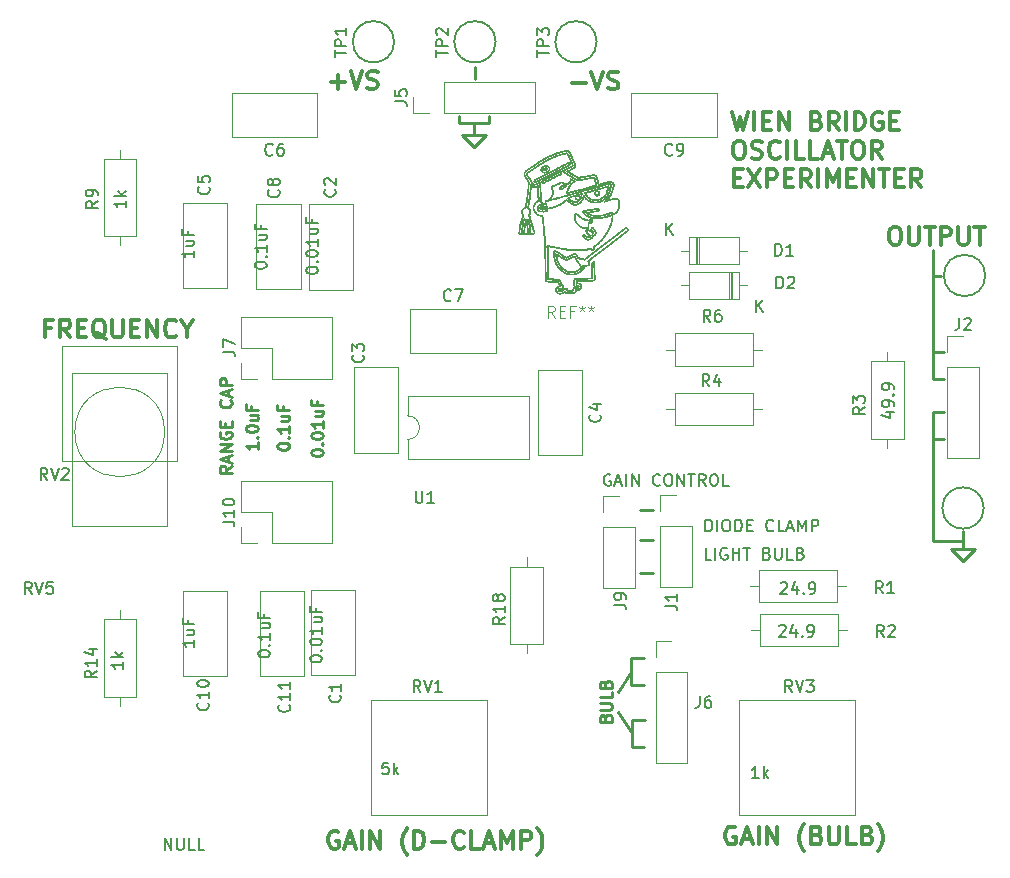
<source format=gbr>
%TF.GenerationSoftware,KiCad,Pcbnew,8.0.4*%
%TF.CreationDate,2025-02-12T17:53:24-08:00*%
%TF.ProjectId,wien_bridge_oscillator,7769656e-5f62-4726-9964-67655f6f7363,rev?*%
%TF.SameCoordinates,Original*%
%TF.FileFunction,Legend,Top*%
%TF.FilePolarity,Positive*%
%FSLAX46Y46*%
G04 Gerber Fmt 4.6, Leading zero omitted, Abs format (unit mm)*
G04 Created by KiCad (PCBNEW 8.0.4) date 2025-02-12 17:53:24*
%MOMM*%
%LPD*%
G01*
G04 APERTURE LIST*
%ADD10C,0.250000*%
%ADD11C,0.150000*%
%ADD12C,0.300000*%
%ADD13C,0.100000*%
%ADD14C,0.000000*%
%ADD15C,0.120000*%
G04 APERTURE END LIST*
D10*
X183769000Y-90043000D02*
X184734200Y-90043000D01*
X187325000Y-101600000D02*
X186309000Y-101600000D01*
X158997650Y-100914200D02*
X160077150Y-100914200D01*
X157073600Y-113766600D02*
X158235650Y-112039400D01*
X158286450Y-116078000D02*
X158286450Y-118364000D01*
X183769000Y-76327000D02*
X183769000Y-87249000D01*
X183769000Y-84963000D02*
X184683400Y-84963000D01*
X158997650Y-98374200D02*
X160077150Y-98374200D01*
X185293000Y-101600000D02*
X186309000Y-102616000D01*
X143865600Y-66598800D02*
X144881600Y-67614800D01*
X143611600Y-64973200D02*
X143611600Y-65532000D01*
X183769000Y-92329000D02*
X184734200Y-92329000D01*
X144983200Y-60858400D02*
X144983200Y-61874400D01*
X145897600Y-66598800D02*
X144881600Y-66598800D01*
X158286450Y-116078000D02*
X159365950Y-116078000D01*
X186309000Y-100152200D02*
X186309000Y-101600000D01*
X144881600Y-65532000D02*
X144881600Y-66548000D01*
X186309000Y-101600000D02*
X185293000Y-101600000D01*
X144881600Y-66598800D02*
X143865600Y-66598800D01*
X158997650Y-103632000D02*
X160077150Y-103632000D01*
X158235650Y-110896400D02*
X159315150Y-110896400D01*
X158235650Y-110896400D02*
X158235650Y-113182400D01*
X146151600Y-64998600D02*
X146151600Y-65532000D01*
X144881600Y-67614800D02*
X145897600Y-66598800D01*
X183769000Y-100965000D02*
X183769000Y-90043000D01*
X183769000Y-87249000D02*
X184734200Y-87249000D01*
X183769000Y-100965000D02*
X186309000Y-100965000D01*
X183769000Y-78486000D02*
X184480200Y-78486000D01*
X158286450Y-118364000D02*
X159334200Y-118364000D01*
X143611600Y-65532000D02*
X146151600Y-65532000D01*
X186309000Y-102616000D02*
X187325000Y-101600000D01*
X157073600Y-115443000D02*
X158286450Y-117221000D01*
X158235650Y-113182400D02*
X159283400Y-113182400D01*
D11*
X164496979Y-100149019D02*
X164496979Y-99149019D01*
X164496979Y-99149019D02*
X164735074Y-99149019D01*
X164735074Y-99149019D02*
X164877931Y-99196638D01*
X164877931Y-99196638D02*
X164973169Y-99291876D01*
X164973169Y-99291876D02*
X165020788Y-99387114D01*
X165020788Y-99387114D02*
X165068407Y-99577590D01*
X165068407Y-99577590D02*
X165068407Y-99720447D01*
X165068407Y-99720447D02*
X165020788Y-99910923D01*
X165020788Y-99910923D02*
X164973169Y-100006161D01*
X164973169Y-100006161D02*
X164877931Y-100101400D01*
X164877931Y-100101400D02*
X164735074Y-100149019D01*
X164735074Y-100149019D02*
X164496979Y-100149019D01*
X165496979Y-100149019D02*
X165496979Y-99149019D01*
X166163645Y-99149019D02*
X166354121Y-99149019D01*
X166354121Y-99149019D02*
X166449359Y-99196638D01*
X166449359Y-99196638D02*
X166544597Y-99291876D01*
X166544597Y-99291876D02*
X166592216Y-99482352D01*
X166592216Y-99482352D02*
X166592216Y-99815685D01*
X166592216Y-99815685D02*
X166544597Y-100006161D01*
X166544597Y-100006161D02*
X166449359Y-100101400D01*
X166449359Y-100101400D02*
X166354121Y-100149019D01*
X166354121Y-100149019D02*
X166163645Y-100149019D01*
X166163645Y-100149019D02*
X166068407Y-100101400D01*
X166068407Y-100101400D02*
X165973169Y-100006161D01*
X165973169Y-100006161D02*
X165925550Y-99815685D01*
X165925550Y-99815685D02*
X165925550Y-99482352D01*
X165925550Y-99482352D02*
X165973169Y-99291876D01*
X165973169Y-99291876D02*
X166068407Y-99196638D01*
X166068407Y-99196638D02*
X166163645Y-99149019D01*
X167020788Y-100149019D02*
X167020788Y-99149019D01*
X167020788Y-99149019D02*
X167258883Y-99149019D01*
X167258883Y-99149019D02*
X167401740Y-99196638D01*
X167401740Y-99196638D02*
X167496978Y-99291876D01*
X167496978Y-99291876D02*
X167544597Y-99387114D01*
X167544597Y-99387114D02*
X167592216Y-99577590D01*
X167592216Y-99577590D02*
X167592216Y-99720447D01*
X167592216Y-99720447D02*
X167544597Y-99910923D01*
X167544597Y-99910923D02*
X167496978Y-100006161D01*
X167496978Y-100006161D02*
X167401740Y-100101400D01*
X167401740Y-100101400D02*
X167258883Y-100149019D01*
X167258883Y-100149019D02*
X167020788Y-100149019D01*
X168020788Y-99625209D02*
X168354121Y-99625209D01*
X168496978Y-100149019D02*
X168020788Y-100149019D01*
X168020788Y-100149019D02*
X168020788Y-99149019D01*
X168020788Y-99149019D02*
X168496978Y-99149019D01*
X170258883Y-100053780D02*
X170211264Y-100101400D01*
X170211264Y-100101400D02*
X170068407Y-100149019D01*
X170068407Y-100149019D02*
X169973169Y-100149019D01*
X169973169Y-100149019D02*
X169830312Y-100101400D01*
X169830312Y-100101400D02*
X169735074Y-100006161D01*
X169735074Y-100006161D02*
X169687455Y-99910923D01*
X169687455Y-99910923D02*
X169639836Y-99720447D01*
X169639836Y-99720447D02*
X169639836Y-99577590D01*
X169639836Y-99577590D02*
X169687455Y-99387114D01*
X169687455Y-99387114D02*
X169735074Y-99291876D01*
X169735074Y-99291876D02*
X169830312Y-99196638D01*
X169830312Y-99196638D02*
X169973169Y-99149019D01*
X169973169Y-99149019D02*
X170068407Y-99149019D01*
X170068407Y-99149019D02*
X170211264Y-99196638D01*
X170211264Y-99196638D02*
X170258883Y-99244257D01*
X171163645Y-100149019D02*
X170687455Y-100149019D01*
X170687455Y-100149019D02*
X170687455Y-99149019D01*
X171449360Y-99863304D02*
X171925550Y-99863304D01*
X171354122Y-100149019D02*
X171687455Y-99149019D01*
X171687455Y-99149019D02*
X172020788Y-100149019D01*
X172354122Y-100149019D02*
X172354122Y-99149019D01*
X172354122Y-99149019D02*
X172687455Y-99863304D01*
X172687455Y-99863304D02*
X173020788Y-99149019D01*
X173020788Y-99149019D02*
X173020788Y-100149019D01*
X173496979Y-100149019D02*
X173496979Y-99149019D01*
X173496979Y-99149019D02*
X173877931Y-99149019D01*
X173877931Y-99149019D02*
X173973169Y-99196638D01*
X173973169Y-99196638D02*
X174020788Y-99244257D01*
X174020788Y-99244257D02*
X174068407Y-99339495D01*
X174068407Y-99339495D02*
X174068407Y-99482352D01*
X174068407Y-99482352D02*
X174020788Y-99577590D01*
X174020788Y-99577590D02*
X173973169Y-99625209D01*
X173973169Y-99625209D02*
X173877931Y-99672828D01*
X173877931Y-99672828D02*
X173496979Y-99672828D01*
X118700779Y-127123819D02*
X118700779Y-126123819D01*
X118700779Y-126123819D02*
X119272207Y-127123819D01*
X119272207Y-127123819D02*
X119272207Y-126123819D01*
X119748398Y-126123819D02*
X119748398Y-126933342D01*
X119748398Y-126933342D02*
X119796017Y-127028580D01*
X119796017Y-127028580D02*
X119843636Y-127076200D01*
X119843636Y-127076200D02*
X119938874Y-127123819D01*
X119938874Y-127123819D02*
X120129350Y-127123819D01*
X120129350Y-127123819D02*
X120224588Y-127076200D01*
X120224588Y-127076200D02*
X120272207Y-127028580D01*
X120272207Y-127028580D02*
X120319826Y-126933342D01*
X120319826Y-126933342D02*
X120319826Y-126123819D01*
X121272207Y-127123819D02*
X120796017Y-127123819D01*
X120796017Y-127123819D02*
X120796017Y-126123819D01*
X122081731Y-127123819D02*
X121605541Y-127123819D01*
X121605541Y-127123819D02*
X121605541Y-126123819D01*
D12*
X109080710Y-82936714D02*
X108580710Y-82936714D01*
X108580710Y-83722428D02*
X108580710Y-82222428D01*
X108580710Y-82222428D02*
X109294996Y-82222428D01*
X110723567Y-83722428D02*
X110223567Y-83008142D01*
X109866424Y-83722428D02*
X109866424Y-82222428D01*
X109866424Y-82222428D02*
X110437853Y-82222428D01*
X110437853Y-82222428D02*
X110580710Y-82293857D01*
X110580710Y-82293857D02*
X110652139Y-82365285D01*
X110652139Y-82365285D02*
X110723567Y-82508142D01*
X110723567Y-82508142D02*
X110723567Y-82722428D01*
X110723567Y-82722428D02*
X110652139Y-82865285D01*
X110652139Y-82865285D02*
X110580710Y-82936714D01*
X110580710Y-82936714D02*
X110437853Y-83008142D01*
X110437853Y-83008142D02*
X109866424Y-83008142D01*
X111366424Y-82936714D02*
X111866424Y-82936714D01*
X112080710Y-83722428D02*
X111366424Y-83722428D01*
X111366424Y-83722428D02*
X111366424Y-82222428D01*
X111366424Y-82222428D02*
X112080710Y-82222428D01*
X113723567Y-83865285D02*
X113580710Y-83793857D01*
X113580710Y-83793857D02*
X113437853Y-83651000D01*
X113437853Y-83651000D02*
X113223567Y-83436714D01*
X113223567Y-83436714D02*
X113080710Y-83365285D01*
X113080710Y-83365285D02*
X112937853Y-83365285D01*
X113009282Y-83722428D02*
X112866425Y-83651000D01*
X112866425Y-83651000D02*
X112723567Y-83508142D01*
X112723567Y-83508142D02*
X112652139Y-83222428D01*
X112652139Y-83222428D02*
X112652139Y-82722428D01*
X112652139Y-82722428D02*
X112723567Y-82436714D01*
X112723567Y-82436714D02*
X112866425Y-82293857D01*
X112866425Y-82293857D02*
X113009282Y-82222428D01*
X113009282Y-82222428D02*
X113294996Y-82222428D01*
X113294996Y-82222428D02*
X113437853Y-82293857D01*
X113437853Y-82293857D02*
X113580710Y-82436714D01*
X113580710Y-82436714D02*
X113652139Y-82722428D01*
X113652139Y-82722428D02*
X113652139Y-83222428D01*
X113652139Y-83222428D02*
X113580710Y-83508142D01*
X113580710Y-83508142D02*
X113437853Y-83651000D01*
X113437853Y-83651000D02*
X113294996Y-83722428D01*
X113294996Y-83722428D02*
X113009282Y-83722428D01*
X114294996Y-82222428D02*
X114294996Y-83436714D01*
X114294996Y-83436714D02*
X114366425Y-83579571D01*
X114366425Y-83579571D02*
X114437854Y-83651000D01*
X114437854Y-83651000D02*
X114580711Y-83722428D01*
X114580711Y-83722428D02*
X114866425Y-83722428D01*
X114866425Y-83722428D02*
X115009282Y-83651000D01*
X115009282Y-83651000D02*
X115080711Y-83579571D01*
X115080711Y-83579571D02*
X115152139Y-83436714D01*
X115152139Y-83436714D02*
X115152139Y-82222428D01*
X115866425Y-82936714D02*
X116366425Y-82936714D01*
X116580711Y-83722428D02*
X115866425Y-83722428D01*
X115866425Y-83722428D02*
X115866425Y-82222428D01*
X115866425Y-82222428D02*
X116580711Y-82222428D01*
X117223568Y-83722428D02*
X117223568Y-82222428D01*
X117223568Y-82222428D02*
X118080711Y-83722428D01*
X118080711Y-83722428D02*
X118080711Y-82222428D01*
X119652140Y-83579571D02*
X119580712Y-83651000D01*
X119580712Y-83651000D02*
X119366426Y-83722428D01*
X119366426Y-83722428D02*
X119223569Y-83722428D01*
X119223569Y-83722428D02*
X119009283Y-83651000D01*
X119009283Y-83651000D02*
X118866426Y-83508142D01*
X118866426Y-83508142D02*
X118794997Y-83365285D01*
X118794997Y-83365285D02*
X118723569Y-83079571D01*
X118723569Y-83079571D02*
X118723569Y-82865285D01*
X118723569Y-82865285D02*
X118794997Y-82579571D01*
X118794997Y-82579571D02*
X118866426Y-82436714D01*
X118866426Y-82436714D02*
X119009283Y-82293857D01*
X119009283Y-82293857D02*
X119223569Y-82222428D01*
X119223569Y-82222428D02*
X119366426Y-82222428D01*
X119366426Y-82222428D02*
X119580712Y-82293857D01*
X119580712Y-82293857D02*
X119652140Y-82365285D01*
X120580712Y-83008142D02*
X120580712Y-83722428D01*
X120080712Y-82222428D02*
X120580712Y-83008142D01*
X120580712Y-83008142D02*
X121080712Y-82222428D01*
D10*
X128252219Y-92980555D02*
X128252219Y-92885317D01*
X128252219Y-92885317D02*
X128299838Y-92790079D01*
X128299838Y-92790079D02*
X128347457Y-92742460D01*
X128347457Y-92742460D02*
X128442695Y-92694841D01*
X128442695Y-92694841D02*
X128633171Y-92647222D01*
X128633171Y-92647222D02*
X128871266Y-92647222D01*
X128871266Y-92647222D02*
X129061742Y-92694841D01*
X129061742Y-92694841D02*
X129156980Y-92742460D01*
X129156980Y-92742460D02*
X129204600Y-92790079D01*
X129204600Y-92790079D02*
X129252219Y-92885317D01*
X129252219Y-92885317D02*
X129252219Y-92980555D01*
X129252219Y-92980555D02*
X129204600Y-93075793D01*
X129204600Y-93075793D02*
X129156980Y-93123412D01*
X129156980Y-93123412D02*
X129061742Y-93171031D01*
X129061742Y-93171031D02*
X128871266Y-93218650D01*
X128871266Y-93218650D02*
X128633171Y-93218650D01*
X128633171Y-93218650D02*
X128442695Y-93171031D01*
X128442695Y-93171031D02*
X128347457Y-93123412D01*
X128347457Y-93123412D02*
X128299838Y-93075793D01*
X128299838Y-93075793D02*
X128252219Y-92980555D01*
X129156980Y-92218650D02*
X129204600Y-92171031D01*
X129204600Y-92171031D02*
X129252219Y-92218650D01*
X129252219Y-92218650D02*
X129204600Y-92266269D01*
X129204600Y-92266269D02*
X129156980Y-92218650D01*
X129156980Y-92218650D02*
X129252219Y-92218650D01*
X129252219Y-91218651D02*
X129252219Y-91790079D01*
X129252219Y-91504365D02*
X128252219Y-91504365D01*
X128252219Y-91504365D02*
X128395076Y-91599603D01*
X128395076Y-91599603D02*
X128490314Y-91694841D01*
X128490314Y-91694841D02*
X128537933Y-91790079D01*
X128585552Y-90361508D02*
X129252219Y-90361508D01*
X128585552Y-90790079D02*
X129109361Y-90790079D01*
X129109361Y-90790079D02*
X129204600Y-90742460D01*
X129204600Y-90742460D02*
X129252219Y-90647222D01*
X129252219Y-90647222D02*
X129252219Y-90504365D01*
X129252219Y-90504365D02*
X129204600Y-90409127D01*
X129204600Y-90409127D02*
X129156980Y-90361508D01*
X128728409Y-89551984D02*
X128728409Y-89885317D01*
X129252219Y-89885317D02*
X128252219Y-89885317D01*
X128252219Y-89885317D02*
X128252219Y-89409127D01*
D12*
X167015257Y-125219857D02*
X166872400Y-125148428D01*
X166872400Y-125148428D02*
X166658114Y-125148428D01*
X166658114Y-125148428D02*
X166443828Y-125219857D01*
X166443828Y-125219857D02*
X166300971Y-125362714D01*
X166300971Y-125362714D02*
X166229542Y-125505571D01*
X166229542Y-125505571D02*
X166158114Y-125791285D01*
X166158114Y-125791285D02*
X166158114Y-126005571D01*
X166158114Y-126005571D02*
X166229542Y-126291285D01*
X166229542Y-126291285D02*
X166300971Y-126434142D01*
X166300971Y-126434142D02*
X166443828Y-126577000D01*
X166443828Y-126577000D02*
X166658114Y-126648428D01*
X166658114Y-126648428D02*
X166800971Y-126648428D01*
X166800971Y-126648428D02*
X167015257Y-126577000D01*
X167015257Y-126577000D02*
X167086685Y-126505571D01*
X167086685Y-126505571D02*
X167086685Y-126005571D01*
X167086685Y-126005571D02*
X166800971Y-126005571D01*
X167658114Y-126219857D02*
X168372400Y-126219857D01*
X167515257Y-126648428D02*
X168015257Y-125148428D01*
X168015257Y-125148428D02*
X168515257Y-126648428D01*
X169015256Y-126648428D02*
X169015256Y-125148428D01*
X169729542Y-126648428D02*
X169729542Y-125148428D01*
X169729542Y-125148428D02*
X170586685Y-126648428D01*
X170586685Y-126648428D02*
X170586685Y-125148428D01*
X172872400Y-127219857D02*
X172800971Y-127148428D01*
X172800971Y-127148428D02*
X172658114Y-126934142D01*
X172658114Y-126934142D02*
X172586686Y-126791285D01*
X172586686Y-126791285D02*
X172515257Y-126577000D01*
X172515257Y-126577000D02*
X172443828Y-126219857D01*
X172443828Y-126219857D02*
X172443828Y-125934142D01*
X172443828Y-125934142D02*
X172515257Y-125577000D01*
X172515257Y-125577000D02*
X172586686Y-125362714D01*
X172586686Y-125362714D02*
X172658114Y-125219857D01*
X172658114Y-125219857D02*
X172800971Y-125005571D01*
X172800971Y-125005571D02*
X172872400Y-124934142D01*
X173943828Y-125862714D02*
X174158114Y-125934142D01*
X174158114Y-125934142D02*
X174229543Y-126005571D01*
X174229543Y-126005571D02*
X174300971Y-126148428D01*
X174300971Y-126148428D02*
X174300971Y-126362714D01*
X174300971Y-126362714D02*
X174229543Y-126505571D01*
X174229543Y-126505571D02*
X174158114Y-126577000D01*
X174158114Y-126577000D02*
X174015257Y-126648428D01*
X174015257Y-126648428D02*
X173443828Y-126648428D01*
X173443828Y-126648428D02*
X173443828Y-125148428D01*
X173443828Y-125148428D02*
X173943828Y-125148428D01*
X173943828Y-125148428D02*
X174086686Y-125219857D01*
X174086686Y-125219857D02*
X174158114Y-125291285D01*
X174158114Y-125291285D02*
X174229543Y-125434142D01*
X174229543Y-125434142D02*
X174229543Y-125577000D01*
X174229543Y-125577000D02*
X174158114Y-125719857D01*
X174158114Y-125719857D02*
X174086686Y-125791285D01*
X174086686Y-125791285D02*
X173943828Y-125862714D01*
X173943828Y-125862714D02*
X173443828Y-125862714D01*
X174943828Y-125148428D02*
X174943828Y-126362714D01*
X174943828Y-126362714D02*
X175015257Y-126505571D01*
X175015257Y-126505571D02*
X175086686Y-126577000D01*
X175086686Y-126577000D02*
X175229543Y-126648428D01*
X175229543Y-126648428D02*
X175515257Y-126648428D01*
X175515257Y-126648428D02*
X175658114Y-126577000D01*
X175658114Y-126577000D02*
X175729543Y-126505571D01*
X175729543Y-126505571D02*
X175800971Y-126362714D01*
X175800971Y-126362714D02*
X175800971Y-125148428D01*
X177229543Y-126648428D02*
X176515257Y-126648428D01*
X176515257Y-126648428D02*
X176515257Y-125148428D01*
X178229543Y-125862714D02*
X178443829Y-125934142D01*
X178443829Y-125934142D02*
X178515258Y-126005571D01*
X178515258Y-126005571D02*
X178586686Y-126148428D01*
X178586686Y-126148428D02*
X178586686Y-126362714D01*
X178586686Y-126362714D02*
X178515258Y-126505571D01*
X178515258Y-126505571D02*
X178443829Y-126577000D01*
X178443829Y-126577000D02*
X178300972Y-126648428D01*
X178300972Y-126648428D02*
X177729543Y-126648428D01*
X177729543Y-126648428D02*
X177729543Y-125148428D01*
X177729543Y-125148428D02*
X178229543Y-125148428D01*
X178229543Y-125148428D02*
X178372401Y-125219857D01*
X178372401Y-125219857D02*
X178443829Y-125291285D01*
X178443829Y-125291285D02*
X178515258Y-125434142D01*
X178515258Y-125434142D02*
X178515258Y-125577000D01*
X178515258Y-125577000D02*
X178443829Y-125719857D01*
X178443829Y-125719857D02*
X178372401Y-125791285D01*
X178372401Y-125791285D02*
X178229543Y-125862714D01*
X178229543Y-125862714D02*
X177729543Y-125862714D01*
X179086686Y-127219857D02*
X179158115Y-127148428D01*
X179158115Y-127148428D02*
X179300972Y-126934142D01*
X179300972Y-126934142D02*
X179372401Y-126791285D01*
X179372401Y-126791285D02*
X179443829Y-126577000D01*
X179443829Y-126577000D02*
X179515258Y-126219857D01*
X179515258Y-126219857D02*
X179515258Y-125934142D01*
X179515258Y-125934142D02*
X179443829Y-125577000D01*
X179443829Y-125577000D02*
X179372401Y-125362714D01*
X179372401Y-125362714D02*
X179300972Y-125219857D01*
X179300972Y-125219857D02*
X179158115Y-125005571D01*
X179158115Y-125005571D02*
X179086686Y-124934142D01*
X132812310Y-62094400D02*
X133955168Y-62094400D01*
X133383739Y-62665828D02*
X133383739Y-61522971D01*
X134455168Y-61165828D02*
X134955168Y-62665828D01*
X134955168Y-62665828D02*
X135455168Y-61165828D01*
X135883739Y-62594400D02*
X136098025Y-62665828D01*
X136098025Y-62665828D02*
X136455167Y-62665828D01*
X136455167Y-62665828D02*
X136598025Y-62594400D01*
X136598025Y-62594400D02*
X136669453Y-62522971D01*
X136669453Y-62522971D02*
X136740882Y-62380114D01*
X136740882Y-62380114D02*
X136740882Y-62237257D01*
X136740882Y-62237257D02*
X136669453Y-62094400D01*
X136669453Y-62094400D02*
X136598025Y-62022971D01*
X136598025Y-62022971D02*
X136455167Y-61951542D01*
X136455167Y-61951542D02*
X136169453Y-61880114D01*
X136169453Y-61880114D02*
X136026596Y-61808685D01*
X136026596Y-61808685D02*
X135955167Y-61737257D01*
X135955167Y-61737257D02*
X135883739Y-61594400D01*
X135883739Y-61594400D02*
X135883739Y-61451542D01*
X135883739Y-61451542D02*
X135955167Y-61308685D01*
X135955167Y-61308685D02*
X136026596Y-61237257D01*
X136026596Y-61237257D02*
X136169453Y-61165828D01*
X136169453Y-61165828D02*
X136526596Y-61165828D01*
X136526596Y-61165828D02*
X136740882Y-61237257D01*
D10*
X126585219Y-92596422D02*
X126585219Y-93167850D01*
X126585219Y-92882136D02*
X125585219Y-92882136D01*
X125585219Y-92882136D02*
X125728076Y-92977374D01*
X125728076Y-92977374D02*
X125823314Y-93072612D01*
X125823314Y-93072612D02*
X125870933Y-93167850D01*
X126489980Y-92167850D02*
X126537600Y-92120231D01*
X126537600Y-92120231D02*
X126585219Y-92167850D01*
X126585219Y-92167850D02*
X126537600Y-92215469D01*
X126537600Y-92215469D02*
X126489980Y-92167850D01*
X126489980Y-92167850D02*
X126585219Y-92167850D01*
X125585219Y-91501184D02*
X125585219Y-91405946D01*
X125585219Y-91405946D02*
X125632838Y-91310708D01*
X125632838Y-91310708D02*
X125680457Y-91263089D01*
X125680457Y-91263089D02*
X125775695Y-91215470D01*
X125775695Y-91215470D02*
X125966171Y-91167851D01*
X125966171Y-91167851D02*
X126204266Y-91167851D01*
X126204266Y-91167851D02*
X126394742Y-91215470D01*
X126394742Y-91215470D02*
X126489980Y-91263089D01*
X126489980Y-91263089D02*
X126537600Y-91310708D01*
X126537600Y-91310708D02*
X126585219Y-91405946D01*
X126585219Y-91405946D02*
X126585219Y-91501184D01*
X126585219Y-91501184D02*
X126537600Y-91596422D01*
X126537600Y-91596422D02*
X126489980Y-91644041D01*
X126489980Y-91644041D02*
X126394742Y-91691660D01*
X126394742Y-91691660D02*
X126204266Y-91739279D01*
X126204266Y-91739279D02*
X125966171Y-91739279D01*
X125966171Y-91739279D02*
X125775695Y-91691660D01*
X125775695Y-91691660D02*
X125680457Y-91644041D01*
X125680457Y-91644041D02*
X125632838Y-91596422D01*
X125632838Y-91596422D02*
X125585219Y-91501184D01*
X125918552Y-90310708D02*
X126585219Y-90310708D01*
X125918552Y-90739279D02*
X126442361Y-90739279D01*
X126442361Y-90739279D02*
X126537600Y-90691660D01*
X126537600Y-90691660D02*
X126585219Y-90596422D01*
X126585219Y-90596422D02*
X126585219Y-90453565D01*
X126585219Y-90453565D02*
X126537600Y-90358327D01*
X126537600Y-90358327D02*
X126489980Y-90310708D01*
X126061409Y-89501184D02*
X126061409Y-89834517D01*
X126585219Y-89834517D02*
X125585219Y-89834517D01*
X125585219Y-89834517D02*
X125585219Y-89358327D01*
D12*
X166781653Y-64667196D02*
X167138796Y-66167196D01*
X167138796Y-66167196D02*
X167424510Y-65095768D01*
X167424510Y-65095768D02*
X167710225Y-66167196D01*
X167710225Y-66167196D02*
X168067368Y-64667196D01*
X168638796Y-66167196D02*
X168638796Y-64667196D01*
X169353082Y-65381482D02*
X169853082Y-65381482D01*
X170067368Y-66167196D02*
X169353082Y-66167196D01*
X169353082Y-66167196D02*
X169353082Y-64667196D01*
X169353082Y-64667196D02*
X170067368Y-64667196D01*
X170710225Y-66167196D02*
X170710225Y-64667196D01*
X170710225Y-64667196D02*
X171567368Y-66167196D01*
X171567368Y-66167196D02*
X171567368Y-64667196D01*
X173924511Y-65381482D02*
X174138797Y-65452910D01*
X174138797Y-65452910D02*
X174210226Y-65524339D01*
X174210226Y-65524339D02*
X174281654Y-65667196D01*
X174281654Y-65667196D02*
X174281654Y-65881482D01*
X174281654Y-65881482D02*
X174210226Y-66024339D01*
X174210226Y-66024339D02*
X174138797Y-66095768D01*
X174138797Y-66095768D02*
X173995940Y-66167196D01*
X173995940Y-66167196D02*
X173424511Y-66167196D01*
X173424511Y-66167196D02*
X173424511Y-64667196D01*
X173424511Y-64667196D02*
X173924511Y-64667196D01*
X173924511Y-64667196D02*
X174067369Y-64738625D01*
X174067369Y-64738625D02*
X174138797Y-64810053D01*
X174138797Y-64810053D02*
X174210226Y-64952910D01*
X174210226Y-64952910D02*
X174210226Y-65095768D01*
X174210226Y-65095768D02*
X174138797Y-65238625D01*
X174138797Y-65238625D02*
X174067369Y-65310053D01*
X174067369Y-65310053D02*
X173924511Y-65381482D01*
X173924511Y-65381482D02*
X173424511Y-65381482D01*
X175781654Y-66167196D02*
X175281654Y-65452910D01*
X174924511Y-66167196D02*
X174924511Y-64667196D01*
X174924511Y-64667196D02*
X175495940Y-64667196D01*
X175495940Y-64667196D02*
X175638797Y-64738625D01*
X175638797Y-64738625D02*
X175710226Y-64810053D01*
X175710226Y-64810053D02*
X175781654Y-64952910D01*
X175781654Y-64952910D02*
X175781654Y-65167196D01*
X175781654Y-65167196D02*
X175710226Y-65310053D01*
X175710226Y-65310053D02*
X175638797Y-65381482D01*
X175638797Y-65381482D02*
X175495940Y-65452910D01*
X175495940Y-65452910D02*
X174924511Y-65452910D01*
X176424511Y-66167196D02*
X176424511Y-64667196D01*
X177138797Y-66167196D02*
X177138797Y-64667196D01*
X177138797Y-64667196D02*
X177495940Y-64667196D01*
X177495940Y-64667196D02*
X177710226Y-64738625D01*
X177710226Y-64738625D02*
X177853083Y-64881482D01*
X177853083Y-64881482D02*
X177924512Y-65024339D01*
X177924512Y-65024339D02*
X177995940Y-65310053D01*
X177995940Y-65310053D02*
X177995940Y-65524339D01*
X177995940Y-65524339D02*
X177924512Y-65810053D01*
X177924512Y-65810053D02*
X177853083Y-65952910D01*
X177853083Y-65952910D02*
X177710226Y-66095768D01*
X177710226Y-66095768D02*
X177495940Y-66167196D01*
X177495940Y-66167196D02*
X177138797Y-66167196D01*
X179424512Y-64738625D02*
X179281655Y-64667196D01*
X179281655Y-64667196D02*
X179067369Y-64667196D01*
X179067369Y-64667196D02*
X178853083Y-64738625D01*
X178853083Y-64738625D02*
X178710226Y-64881482D01*
X178710226Y-64881482D02*
X178638797Y-65024339D01*
X178638797Y-65024339D02*
X178567369Y-65310053D01*
X178567369Y-65310053D02*
X178567369Y-65524339D01*
X178567369Y-65524339D02*
X178638797Y-65810053D01*
X178638797Y-65810053D02*
X178710226Y-65952910D01*
X178710226Y-65952910D02*
X178853083Y-66095768D01*
X178853083Y-66095768D02*
X179067369Y-66167196D01*
X179067369Y-66167196D02*
X179210226Y-66167196D01*
X179210226Y-66167196D02*
X179424512Y-66095768D01*
X179424512Y-66095768D02*
X179495940Y-66024339D01*
X179495940Y-66024339D02*
X179495940Y-65524339D01*
X179495940Y-65524339D02*
X179210226Y-65524339D01*
X180138797Y-65381482D02*
X180638797Y-65381482D01*
X180853083Y-66167196D02*
X180138797Y-66167196D01*
X180138797Y-66167196D02*
X180138797Y-64667196D01*
X180138797Y-64667196D02*
X180853083Y-64667196D01*
X167210225Y-67082112D02*
X167495939Y-67082112D01*
X167495939Y-67082112D02*
X167638796Y-67153541D01*
X167638796Y-67153541D02*
X167781653Y-67296398D01*
X167781653Y-67296398D02*
X167853082Y-67582112D01*
X167853082Y-67582112D02*
X167853082Y-68082112D01*
X167853082Y-68082112D02*
X167781653Y-68367826D01*
X167781653Y-68367826D02*
X167638796Y-68510684D01*
X167638796Y-68510684D02*
X167495939Y-68582112D01*
X167495939Y-68582112D02*
X167210225Y-68582112D01*
X167210225Y-68582112D02*
X167067368Y-68510684D01*
X167067368Y-68510684D02*
X166924510Y-68367826D01*
X166924510Y-68367826D02*
X166853082Y-68082112D01*
X166853082Y-68082112D02*
X166853082Y-67582112D01*
X166853082Y-67582112D02*
X166924510Y-67296398D01*
X166924510Y-67296398D02*
X167067368Y-67153541D01*
X167067368Y-67153541D02*
X167210225Y-67082112D01*
X168424511Y-68510684D02*
X168638797Y-68582112D01*
X168638797Y-68582112D02*
X168995939Y-68582112D01*
X168995939Y-68582112D02*
X169138797Y-68510684D01*
X169138797Y-68510684D02*
X169210225Y-68439255D01*
X169210225Y-68439255D02*
X169281654Y-68296398D01*
X169281654Y-68296398D02*
X169281654Y-68153541D01*
X169281654Y-68153541D02*
X169210225Y-68010684D01*
X169210225Y-68010684D02*
X169138797Y-67939255D01*
X169138797Y-67939255D02*
X168995939Y-67867826D01*
X168995939Y-67867826D02*
X168710225Y-67796398D01*
X168710225Y-67796398D02*
X168567368Y-67724969D01*
X168567368Y-67724969D02*
X168495939Y-67653541D01*
X168495939Y-67653541D02*
X168424511Y-67510684D01*
X168424511Y-67510684D02*
X168424511Y-67367826D01*
X168424511Y-67367826D02*
X168495939Y-67224969D01*
X168495939Y-67224969D02*
X168567368Y-67153541D01*
X168567368Y-67153541D02*
X168710225Y-67082112D01*
X168710225Y-67082112D02*
X169067368Y-67082112D01*
X169067368Y-67082112D02*
X169281654Y-67153541D01*
X170781653Y-68439255D02*
X170710225Y-68510684D01*
X170710225Y-68510684D02*
X170495939Y-68582112D01*
X170495939Y-68582112D02*
X170353082Y-68582112D01*
X170353082Y-68582112D02*
X170138796Y-68510684D01*
X170138796Y-68510684D02*
X169995939Y-68367826D01*
X169995939Y-68367826D02*
X169924510Y-68224969D01*
X169924510Y-68224969D02*
X169853082Y-67939255D01*
X169853082Y-67939255D02*
X169853082Y-67724969D01*
X169853082Y-67724969D02*
X169924510Y-67439255D01*
X169924510Y-67439255D02*
X169995939Y-67296398D01*
X169995939Y-67296398D02*
X170138796Y-67153541D01*
X170138796Y-67153541D02*
X170353082Y-67082112D01*
X170353082Y-67082112D02*
X170495939Y-67082112D01*
X170495939Y-67082112D02*
X170710225Y-67153541D01*
X170710225Y-67153541D02*
X170781653Y-67224969D01*
X171424510Y-68582112D02*
X171424510Y-67082112D01*
X172853082Y-68582112D02*
X172138796Y-68582112D01*
X172138796Y-68582112D02*
X172138796Y-67082112D01*
X174067368Y-68582112D02*
X173353082Y-68582112D01*
X173353082Y-68582112D02*
X173353082Y-67082112D01*
X174495940Y-68153541D02*
X175210226Y-68153541D01*
X174353083Y-68582112D02*
X174853083Y-67082112D01*
X174853083Y-67082112D02*
X175353083Y-68582112D01*
X175638797Y-67082112D02*
X176495940Y-67082112D01*
X176067368Y-68582112D02*
X176067368Y-67082112D01*
X177281654Y-67082112D02*
X177567368Y-67082112D01*
X177567368Y-67082112D02*
X177710225Y-67153541D01*
X177710225Y-67153541D02*
X177853082Y-67296398D01*
X177853082Y-67296398D02*
X177924511Y-67582112D01*
X177924511Y-67582112D02*
X177924511Y-68082112D01*
X177924511Y-68082112D02*
X177853082Y-68367826D01*
X177853082Y-68367826D02*
X177710225Y-68510684D01*
X177710225Y-68510684D02*
X177567368Y-68582112D01*
X177567368Y-68582112D02*
X177281654Y-68582112D01*
X177281654Y-68582112D02*
X177138797Y-68510684D01*
X177138797Y-68510684D02*
X176995939Y-68367826D01*
X176995939Y-68367826D02*
X176924511Y-68082112D01*
X176924511Y-68082112D02*
X176924511Y-67582112D01*
X176924511Y-67582112D02*
X176995939Y-67296398D01*
X176995939Y-67296398D02*
X177138797Y-67153541D01*
X177138797Y-67153541D02*
X177281654Y-67082112D01*
X179424511Y-68582112D02*
X178924511Y-67867826D01*
X178567368Y-68582112D02*
X178567368Y-67082112D01*
X178567368Y-67082112D02*
X179138797Y-67082112D01*
X179138797Y-67082112D02*
X179281654Y-67153541D01*
X179281654Y-67153541D02*
X179353083Y-67224969D01*
X179353083Y-67224969D02*
X179424511Y-67367826D01*
X179424511Y-67367826D02*
X179424511Y-67582112D01*
X179424511Y-67582112D02*
X179353083Y-67724969D01*
X179353083Y-67724969D02*
X179281654Y-67796398D01*
X179281654Y-67796398D02*
X179138797Y-67867826D01*
X179138797Y-67867826D02*
X178567368Y-67867826D01*
X166924510Y-70211314D02*
X167424510Y-70211314D01*
X167638796Y-70997028D02*
X166924510Y-70997028D01*
X166924510Y-70997028D02*
X166924510Y-69497028D01*
X166924510Y-69497028D02*
X167638796Y-69497028D01*
X168138796Y-69497028D02*
X169138796Y-70997028D01*
X169138796Y-69497028D02*
X168138796Y-70997028D01*
X169710224Y-70997028D02*
X169710224Y-69497028D01*
X169710224Y-69497028D02*
X170281653Y-69497028D01*
X170281653Y-69497028D02*
X170424510Y-69568457D01*
X170424510Y-69568457D02*
X170495939Y-69639885D01*
X170495939Y-69639885D02*
X170567367Y-69782742D01*
X170567367Y-69782742D02*
X170567367Y-69997028D01*
X170567367Y-69997028D02*
X170495939Y-70139885D01*
X170495939Y-70139885D02*
X170424510Y-70211314D01*
X170424510Y-70211314D02*
X170281653Y-70282742D01*
X170281653Y-70282742D02*
X169710224Y-70282742D01*
X171210224Y-70211314D02*
X171710224Y-70211314D01*
X171924510Y-70997028D02*
X171210224Y-70997028D01*
X171210224Y-70997028D02*
X171210224Y-69497028D01*
X171210224Y-69497028D02*
X171924510Y-69497028D01*
X173424510Y-70997028D02*
X172924510Y-70282742D01*
X172567367Y-70997028D02*
X172567367Y-69497028D01*
X172567367Y-69497028D02*
X173138796Y-69497028D01*
X173138796Y-69497028D02*
X173281653Y-69568457D01*
X173281653Y-69568457D02*
X173353082Y-69639885D01*
X173353082Y-69639885D02*
X173424510Y-69782742D01*
X173424510Y-69782742D02*
X173424510Y-69997028D01*
X173424510Y-69997028D02*
X173353082Y-70139885D01*
X173353082Y-70139885D02*
X173281653Y-70211314D01*
X173281653Y-70211314D02*
X173138796Y-70282742D01*
X173138796Y-70282742D02*
X172567367Y-70282742D01*
X174067367Y-70997028D02*
X174067367Y-69497028D01*
X174781653Y-70997028D02*
X174781653Y-69497028D01*
X174781653Y-69497028D02*
X175281653Y-70568457D01*
X175281653Y-70568457D02*
X175781653Y-69497028D01*
X175781653Y-69497028D02*
X175781653Y-70997028D01*
X176495939Y-70211314D02*
X176995939Y-70211314D01*
X177210225Y-70997028D02*
X176495939Y-70997028D01*
X176495939Y-70997028D02*
X176495939Y-69497028D01*
X176495939Y-69497028D02*
X177210225Y-69497028D01*
X177853082Y-70997028D02*
X177853082Y-69497028D01*
X177853082Y-69497028D02*
X178710225Y-70997028D01*
X178710225Y-70997028D02*
X178710225Y-69497028D01*
X179210226Y-69497028D02*
X180067369Y-69497028D01*
X179638797Y-70997028D02*
X179638797Y-69497028D01*
X180567368Y-70211314D02*
X181067368Y-70211314D01*
X181281654Y-70997028D02*
X180567368Y-70997028D01*
X180567368Y-70997028D02*
X180567368Y-69497028D01*
X180567368Y-69497028D02*
X181281654Y-69497028D01*
X182781654Y-70997028D02*
X182281654Y-70282742D01*
X181924511Y-70997028D02*
X181924511Y-69497028D01*
X181924511Y-69497028D02*
X182495940Y-69497028D01*
X182495940Y-69497028D02*
X182638797Y-69568457D01*
X182638797Y-69568457D02*
X182710226Y-69639885D01*
X182710226Y-69639885D02*
X182781654Y-69782742D01*
X182781654Y-69782742D02*
X182781654Y-69997028D01*
X182781654Y-69997028D02*
X182710226Y-70139885D01*
X182710226Y-70139885D02*
X182638797Y-70211314D01*
X182638797Y-70211314D02*
X182495940Y-70282742D01*
X182495940Y-70282742D02*
X181924511Y-70282742D01*
D11*
X164998569Y-102536619D02*
X164522379Y-102536619D01*
X164522379Y-102536619D02*
X164522379Y-101536619D01*
X165331903Y-102536619D02*
X165331903Y-101536619D01*
X166331902Y-101584238D02*
X166236664Y-101536619D01*
X166236664Y-101536619D02*
X166093807Y-101536619D01*
X166093807Y-101536619D02*
X165950950Y-101584238D01*
X165950950Y-101584238D02*
X165855712Y-101679476D01*
X165855712Y-101679476D02*
X165808093Y-101774714D01*
X165808093Y-101774714D02*
X165760474Y-101965190D01*
X165760474Y-101965190D02*
X165760474Y-102108047D01*
X165760474Y-102108047D02*
X165808093Y-102298523D01*
X165808093Y-102298523D02*
X165855712Y-102393761D01*
X165855712Y-102393761D02*
X165950950Y-102489000D01*
X165950950Y-102489000D02*
X166093807Y-102536619D01*
X166093807Y-102536619D02*
X166189045Y-102536619D01*
X166189045Y-102536619D02*
X166331902Y-102489000D01*
X166331902Y-102489000D02*
X166379521Y-102441380D01*
X166379521Y-102441380D02*
X166379521Y-102108047D01*
X166379521Y-102108047D02*
X166189045Y-102108047D01*
X166808093Y-102536619D02*
X166808093Y-101536619D01*
X166808093Y-102012809D02*
X167379521Y-102012809D01*
X167379521Y-102536619D02*
X167379521Y-101536619D01*
X167712855Y-101536619D02*
X168284283Y-101536619D01*
X167998569Y-102536619D02*
X167998569Y-101536619D01*
X169712855Y-102012809D02*
X169855712Y-102060428D01*
X169855712Y-102060428D02*
X169903331Y-102108047D01*
X169903331Y-102108047D02*
X169950950Y-102203285D01*
X169950950Y-102203285D02*
X169950950Y-102346142D01*
X169950950Y-102346142D02*
X169903331Y-102441380D01*
X169903331Y-102441380D02*
X169855712Y-102489000D01*
X169855712Y-102489000D02*
X169760474Y-102536619D01*
X169760474Y-102536619D02*
X169379522Y-102536619D01*
X169379522Y-102536619D02*
X169379522Y-101536619D01*
X169379522Y-101536619D02*
X169712855Y-101536619D01*
X169712855Y-101536619D02*
X169808093Y-101584238D01*
X169808093Y-101584238D02*
X169855712Y-101631857D01*
X169855712Y-101631857D02*
X169903331Y-101727095D01*
X169903331Y-101727095D02*
X169903331Y-101822333D01*
X169903331Y-101822333D02*
X169855712Y-101917571D01*
X169855712Y-101917571D02*
X169808093Y-101965190D01*
X169808093Y-101965190D02*
X169712855Y-102012809D01*
X169712855Y-102012809D02*
X169379522Y-102012809D01*
X170379522Y-101536619D02*
X170379522Y-102346142D01*
X170379522Y-102346142D02*
X170427141Y-102441380D01*
X170427141Y-102441380D02*
X170474760Y-102489000D01*
X170474760Y-102489000D02*
X170569998Y-102536619D01*
X170569998Y-102536619D02*
X170760474Y-102536619D01*
X170760474Y-102536619D02*
X170855712Y-102489000D01*
X170855712Y-102489000D02*
X170903331Y-102441380D01*
X170903331Y-102441380D02*
X170950950Y-102346142D01*
X170950950Y-102346142D02*
X170950950Y-101536619D01*
X171903331Y-102536619D02*
X171427141Y-102536619D01*
X171427141Y-102536619D02*
X171427141Y-101536619D01*
X172569998Y-102012809D02*
X172712855Y-102060428D01*
X172712855Y-102060428D02*
X172760474Y-102108047D01*
X172760474Y-102108047D02*
X172808093Y-102203285D01*
X172808093Y-102203285D02*
X172808093Y-102346142D01*
X172808093Y-102346142D02*
X172760474Y-102441380D01*
X172760474Y-102441380D02*
X172712855Y-102489000D01*
X172712855Y-102489000D02*
X172617617Y-102536619D01*
X172617617Y-102536619D02*
X172236665Y-102536619D01*
X172236665Y-102536619D02*
X172236665Y-101536619D01*
X172236665Y-101536619D02*
X172569998Y-101536619D01*
X172569998Y-101536619D02*
X172665236Y-101584238D01*
X172665236Y-101584238D02*
X172712855Y-101631857D01*
X172712855Y-101631857D02*
X172760474Y-101727095D01*
X172760474Y-101727095D02*
X172760474Y-101822333D01*
X172760474Y-101822333D02*
X172712855Y-101917571D01*
X172712855Y-101917571D02*
X172665236Y-101965190D01*
X172665236Y-101965190D02*
X172569998Y-102012809D01*
X172569998Y-102012809D02*
X172236665Y-102012809D01*
D10*
X156033409Y-115926298D02*
X156081028Y-115783441D01*
X156081028Y-115783441D02*
X156128647Y-115735822D01*
X156128647Y-115735822D02*
X156223885Y-115688203D01*
X156223885Y-115688203D02*
X156366742Y-115688203D01*
X156366742Y-115688203D02*
X156461980Y-115735822D01*
X156461980Y-115735822D02*
X156509600Y-115783441D01*
X156509600Y-115783441D02*
X156557219Y-115878679D01*
X156557219Y-115878679D02*
X156557219Y-116259631D01*
X156557219Y-116259631D02*
X155557219Y-116259631D01*
X155557219Y-116259631D02*
X155557219Y-115926298D01*
X155557219Y-115926298D02*
X155604838Y-115831060D01*
X155604838Y-115831060D02*
X155652457Y-115783441D01*
X155652457Y-115783441D02*
X155747695Y-115735822D01*
X155747695Y-115735822D02*
X155842933Y-115735822D01*
X155842933Y-115735822D02*
X155938171Y-115783441D01*
X155938171Y-115783441D02*
X155985790Y-115831060D01*
X155985790Y-115831060D02*
X156033409Y-115926298D01*
X156033409Y-115926298D02*
X156033409Y-116259631D01*
X155557219Y-115259631D02*
X156366742Y-115259631D01*
X156366742Y-115259631D02*
X156461980Y-115212012D01*
X156461980Y-115212012D02*
X156509600Y-115164393D01*
X156509600Y-115164393D02*
X156557219Y-115069155D01*
X156557219Y-115069155D02*
X156557219Y-114878679D01*
X156557219Y-114878679D02*
X156509600Y-114783441D01*
X156509600Y-114783441D02*
X156461980Y-114735822D01*
X156461980Y-114735822D02*
X156366742Y-114688203D01*
X156366742Y-114688203D02*
X155557219Y-114688203D01*
X156557219Y-113735822D02*
X156557219Y-114212012D01*
X156557219Y-114212012D02*
X155557219Y-114212012D01*
X156033409Y-113069155D02*
X156081028Y-112926298D01*
X156081028Y-112926298D02*
X156128647Y-112878679D01*
X156128647Y-112878679D02*
X156223885Y-112831060D01*
X156223885Y-112831060D02*
X156366742Y-112831060D01*
X156366742Y-112831060D02*
X156461980Y-112878679D01*
X156461980Y-112878679D02*
X156509600Y-112926298D01*
X156509600Y-112926298D02*
X156557219Y-113021536D01*
X156557219Y-113021536D02*
X156557219Y-113402488D01*
X156557219Y-113402488D02*
X155557219Y-113402488D01*
X155557219Y-113402488D02*
X155557219Y-113069155D01*
X155557219Y-113069155D02*
X155604838Y-112973917D01*
X155604838Y-112973917D02*
X155652457Y-112926298D01*
X155652457Y-112926298D02*
X155747695Y-112878679D01*
X155747695Y-112878679D02*
X155842933Y-112878679D01*
X155842933Y-112878679D02*
X155938171Y-112926298D01*
X155938171Y-112926298D02*
X155985790Y-112973917D01*
X155985790Y-112973917D02*
X156033409Y-113069155D01*
X156033409Y-113069155D02*
X156033409Y-113402488D01*
X124375419Y-94606203D02*
X123899228Y-94939536D01*
X124375419Y-95177631D02*
X123375419Y-95177631D01*
X123375419Y-95177631D02*
X123375419Y-94796679D01*
X123375419Y-94796679D02*
X123423038Y-94701441D01*
X123423038Y-94701441D02*
X123470657Y-94653822D01*
X123470657Y-94653822D02*
X123565895Y-94606203D01*
X123565895Y-94606203D02*
X123708752Y-94606203D01*
X123708752Y-94606203D02*
X123803990Y-94653822D01*
X123803990Y-94653822D02*
X123851609Y-94701441D01*
X123851609Y-94701441D02*
X123899228Y-94796679D01*
X123899228Y-94796679D02*
X123899228Y-95177631D01*
X124089704Y-94225250D02*
X124089704Y-93749060D01*
X124375419Y-94320488D02*
X123375419Y-93987155D01*
X123375419Y-93987155D02*
X124375419Y-93653822D01*
X124375419Y-93320488D02*
X123375419Y-93320488D01*
X123375419Y-93320488D02*
X124375419Y-92749060D01*
X124375419Y-92749060D02*
X123375419Y-92749060D01*
X123423038Y-91749060D02*
X123375419Y-91844298D01*
X123375419Y-91844298D02*
X123375419Y-91987155D01*
X123375419Y-91987155D02*
X123423038Y-92130012D01*
X123423038Y-92130012D02*
X123518276Y-92225250D01*
X123518276Y-92225250D02*
X123613514Y-92272869D01*
X123613514Y-92272869D02*
X123803990Y-92320488D01*
X123803990Y-92320488D02*
X123946847Y-92320488D01*
X123946847Y-92320488D02*
X124137323Y-92272869D01*
X124137323Y-92272869D02*
X124232561Y-92225250D01*
X124232561Y-92225250D02*
X124327800Y-92130012D01*
X124327800Y-92130012D02*
X124375419Y-91987155D01*
X124375419Y-91987155D02*
X124375419Y-91891917D01*
X124375419Y-91891917D02*
X124327800Y-91749060D01*
X124327800Y-91749060D02*
X124280180Y-91701441D01*
X124280180Y-91701441D02*
X123946847Y-91701441D01*
X123946847Y-91701441D02*
X123946847Y-91891917D01*
X123851609Y-91272869D02*
X123851609Y-90939536D01*
X124375419Y-90796679D02*
X124375419Y-91272869D01*
X124375419Y-91272869D02*
X123375419Y-91272869D01*
X123375419Y-91272869D02*
X123375419Y-90796679D01*
X124280180Y-89034774D02*
X124327800Y-89082393D01*
X124327800Y-89082393D02*
X124375419Y-89225250D01*
X124375419Y-89225250D02*
X124375419Y-89320488D01*
X124375419Y-89320488D02*
X124327800Y-89463345D01*
X124327800Y-89463345D02*
X124232561Y-89558583D01*
X124232561Y-89558583D02*
X124137323Y-89606202D01*
X124137323Y-89606202D02*
X123946847Y-89653821D01*
X123946847Y-89653821D02*
X123803990Y-89653821D01*
X123803990Y-89653821D02*
X123613514Y-89606202D01*
X123613514Y-89606202D02*
X123518276Y-89558583D01*
X123518276Y-89558583D02*
X123423038Y-89463345D01*
X123423038Y-89463345D02*
X123375419Y-89320488D01*
X123375419Y-89320488D02*
X123375419Y-89225250D01*
X123375419Y-89225250D02*
X123423038Y-89082393D01*
X123423038Y-89082393D02*
X123470657Y-89034774D01*
X124089704Y-88653821D02*
X124089704Y-88177631D01*
X124375419Y-88749059D02*
X123375419Y-88415726D01*
X123375419Y-88415726D02*
X124375419Y-88082393D01*
X124375419Y-87749059D02*
X123375419Y-87749059D01*
X123375419Y-87749059D02*
X123375419Y-87368107D01*
X123375419Y-87368107D02*
X123423038Y-87272869D01*
X123423038Y-87272869D02*
X123470657Y-87225250D01*
X123470657Y-87225250D02*
X123565895Y-87177631D01*
X123565895Y-87177631D02*
X123708752Y-87177631D01*
X123708752Y-87177631D02*
X123803990Y-87225250D01*
X123803990Y-87225250D02*
X123851609Y-87272869D01*
X123851609Y-87272869D02*
X123899228Y-87368107D01*
X123899228Y-87368107D02*
X123899228Y-87749059D01*
X131122419Y-93513955D02*
X131122419Y-93418717D01*
X131122419Y-93418717D02*
X131170038Y-93323479D01*
X131170038Y-93323479D02*
X131217657Y-93275860D01*
X131217657Y-93275860D02*
X131312895Y-93228241D01*
X131312895Y-93228241D02*
X131503371Y-93180622D01*
X131503371Y-93180622D02*
X131741466Y-93180622D01*
X131741466Y-93180622D02*
X131931942Y-93228241D01*
X131931942Y-93228241D02*
X132027180Y-93275860D01*
X132027180Y-93275860D02*
X132074800Y-93323479D01*
X132074800Y-93323479D02*
X132122419Y-93418717D01*
X132122419Y-93418717D02*
X132122419Y-93513955D01*
X132122419Y-93513955D02*
X132074800Y-93609193D01*
X132074800Y-93609193D02*
X132027180Y-93656812D01*
X132027180Y-93656812D02*
X131931942Y-93704431D01*
X131931942Y-93704431D02*
X131741466Y-93752050D01*
X131741466Y-93752050D02*
X131503371Y-93752050D01*
X131503371Y-93752050D02*
X131312895Y-93704431D01*
X131312895Y-93704431D02*
X131217657Y-93656812D01*
X131217657Y-93656812D02*
X131170038Y-93609193D01*
X131170038Y-93609193D02*
X131122419Y-93513955D01*
X132027180Y-92752050D02*
X132074800Y-92704431D01*
X132074800Y-92704431D02*
X132122419Y-92752050D01*
X132122419Y-92752050D02*
X132074800Y-92799669D01*
X132074800Y-92799669D02*
X132027180Y-92752050D01*
X132027180Y-92752050D02*
X132122419Y-92752050D01*
X131122419Y-92085384D02*
X131122419Y-91990146D01*
X131122419Y-91990146D02*
X131170038Y-91894908D01*
X131170038Y-91894908D02*
X131217657Y-91847289D01*
X131217657Y-91847289D02*
X131312895Y-91799670D01*
X131312895Y-91799670D02*
X131503371Y-91752051D01*
X131503371Y-91752051D02*
X131741466Y-91752051D01*
X131741466Y-91752051D02*
X131931942Y-91799670D01*
X131931942Y-91799670D02*
X132027180Y-91847289D01*
X132027180Y-91847289D02*
X132074800Y-91894908D01*
X132074800Y-91894908D02*
X132122419Y-91990146D01*
X132122419Y-91990146D02*
X132122419Y-92085384D01*
X132122419Y-92085384D02*
X132074800Y-92180622D01*
X132074800Y-92180622D02*
X132027180Y-92228241D01*
X132027180Y-92228241D02*
X131931942Y-92275860D01*
X131931942Y-92275860D02*
X131741466Y-92323479D01*
X131741466Y-92323479D02*
X131503371Y-92323479D01*
X131503371Y-92323479D02*
X131312895Y-92275860D01*
X131312895Y-92275860D02*
X131217657Y-92228241D01*
X131217657Y-92228241D02*
X131170038Y-92180622D01*
X131170038Y-92180622D02*
X131122419Y-92085384D01*
X132122419Y-90799670D02*
X132122419Y-91371098D01*
X132122419Y-91085384D02*
X131122419Y-91085384D01*
X131122419Y-91085384D02*
X131265276Y-91180622D01*
X131265276Y-91180622D02*
X131360514Y-91275860D01*
X131360514Y-91275860D02*
X131408133Y-91371098D01*
X131455752Y-89942527D02*
X132122419Y-89942527D01*
X131455752Y-90371098D02*
X131979561Y-90371098D01*
X131979561Y-90371098D02*
X132074800Y-90323479D01*
X132074800Y-90323479D02*
X132122419Y-90228241D01*
X132122419Y-90228241D02*
X132122419Y-90085384D01*
X132122419Y-90085384D02*
X132074800Y-89990146D01*
X132074800Y-89990146D02*
X132027180Y-89942527D01*
X131598609Y-89133003D02*
X131598609Y-89466336D01*
X132122419Y-89466336D02*
X131122419Y-89466336D01*
X131122419Y-89466336D02*
X131122419Y-88990146D01*
D11*
X156460988Y-95335838D02*
X156365750Y-95288219D01*
X156365750Y-95288219D02*
X156222893Y-95288219D01*
X156222893Y-95288219D02*
X156080036Y-95335838D01*
X156080036Y-95335838D02*
X155984798Y-95431076D01*
X155984798Y-95431076D02*
X155937179Y-95526314D01*
X155937179Y-95526314D02*
X155889560Y-95716790D01*
X155889560Y-95716790D02*
X155889560Y-95859647D01*
X155889560Y-95859647D02*
X155937179Y-96050123D01*
X155937179Y-96050123D02*
X155984798Y-96145361D01*
X155984798Y-96145361D02*
X156080036Y-96240600D01*
X156080036Y-96240600D02*
X156222893Y-96288219D01*
X156222893Y-96288219D02*
X156318131Y-96288219D01*
X156318131Y-96288219D02*
X156460988Y-96240600D01*
X156460988Y-96240600D02*
X156508607Y-96192980D01*
X156508607Y-96192980D02*
X156508607Y-95859647D01*
X156508607Y-95859647D02*
X156318131Y-95859647D01*
X156889560Y-96002504D02*
X157365750Y-96002504D01*
X156794322Y-96288219D02*
X157127655Y-95288219D01*
X157127655Y-95288219D02*
X157460988Y-96288219D01*
X157794322Y-96288219D02*
X157794322Y-95288219D01*
X158270512Y-96288219D02*
X158270512Y-95288219D01*
X158270512Y-95288219D02*
X158841940Y-96288219D01*
X158841940Y-96288219D02*
X158841940Y-95288219D01*
X160651464Y-96192980D02*
X160603845Y-96240600D01*
X160603845Y-96240600D02*
X160460988Y-96288219D01*
X160460988Y-96288219D02*
X160365750Y-96288219D01*
X160365750Y-96288219D02*
X160222893Y-96240600D01*
X160222893Y-96240600D02*
X160127655Y-96145361D01*
X160127655Y-96145361D02*
X160080036Y-96050123D01*
X160080036Y-96050123D02*
X160032417Y-95859647D01*
X160032417Y-95859647D02*
X160032417Y-95716790D01*
X160032417Y-95716790D02*
X160080036Y-95526314D01*
X160080036Y-95526314D02*
X160127655Y-95431076D01*
X160127655Y-95431076D02*
X160222893Y-95335838D01*
X160222893Y-95335838D02*
X160365750Y-95288219D01*
X160365750Y-95288219D02*
X160460988Y-95288219D01*
X160460988Y-95288219D02*
X160603845Y-95335838D01*
X160603845Y-95335838D02*
X160651464Y-95383457D01*
X161270512Y-95288219D02*
X161460988Y-95288219D01*
X161460988Y-95288219D02*
X161556226Y-95335838D01*
X161556226Y-95335838D02*
X161651464Y-95431076D01*
X161651464Y-95431076D02*
X161699083Y-95621552D01*
X161699083Y-95621552D02*
X161699083Y-95954885D01*
X161699083Y-95954885D02*
X161651464Y-96145361D01*
X161651464Y-96145361D02*
X161556226Y-96240600D01*
X161556226Y-96240600D02*
X161460988Y-96288219D01*
X161460988Y-96288219D02*
X161270512Y-96288219D01*
X161270512Y-96288219D02*
X161175274Y-96240600D01*
X161175274Y-96240600D02*
X161080036Y-96145361D01*
X161080036Y-96145361D02*
X161032417Y-95954885D01*
X161032417Y-95954885D02*
X161032417Y-95621552D01*
X161032417Y-95621552D02*
X161080036Y-95431076D01*
X161080036Y-95431076D02*
X161175274Y-95335838D01*
X161175274Y-95335838D02*
X161270512Y-95288219D01*
X162127655Y-96288219D02*
X162127655Y-95288219D01*
X162127655Y-95288219D02*
X162699083Y-96288219D01*
X162699083Y-96288219D02*
X162699083Y-95288219D01*
X163032417Y-95288219D02*
X163603845Y-95288219D01*
X163318131Y-96288219D02*
X163318131Y-95288219D01*
X164508607Y-96288219D02*
X164175274Y-95812028D01*
X163937179Y-96288219D02*
X163937179Y-95288219D01*
X163937179Y-95288219D02*
X164318131Y-95288219D01*
X164318131Y-95288219D02*
X164413369Y-95335838D01*
X164413369Y-95335838D02*
X164460988Y-95383457D01*
X164460988Y-95383457D02*
X164508607Y-95478695D01*
X164508607Y-95478695D02*
X164508607Y-95621552D01*
X164508607Y-95621552D02*
X164460988Y-95716790D01*
X164460988Y-95716790D02*
X164413369Y-95764409D01*
X164413369Y-95764409D02*
X164318131Y-95812028D01*
X164318131Y-95812028D02*
X163937179Y-95812028D01*
X165127655Y-95288219D02*
X165318131Y-95288219D01*
X165318131Y-95288219D02*
X165413369Y-95335838D01*
X165413369Y-95335838D02*
X165508607Y-95431076D01*
X165508607Y-95431076D02*
X165556226Y-95621552D01*
X165556226Y-95621552D02*
X165556226Y-95954885D01*
X165556226Y-95954885D02*
X165508607Y-96145361D01*
X165508607Y-96145361D02*
X165413369Y-96240600D01*
X165413369Y-96240600D02*
X165318131Y-96288219D01*
X165318131Y-96288219D02*
X165127655Y-96288219D01*
X165127655Y-96288219D02*
X165032417Y-96240600D01*
X165032417Y-96240600D02*
X164937179Y-96145361D01*
X164937179Y-96145361D02*
X164889560Y-95954885D01*
X164889560Y-95954885D02*
X164889560Y-95621552D01*
X164889560Y-95621552D02*
X164937179Y-95431076D01*
X164937179Y-95431076D02*
X165032417Y-95335838D01*
X165032417Y-95335838D02*
X165127655Y-95288219D01*
X166460988Y-96288219D02*
X165984798Y-96288219D01*
X165984798Y-96288219D02*
X165984798Y-95288219D01*
D12*
X133405800Y-125575457D02*
X133262943Y-125504028D01*
X133262943Y-125504028D02*
X133048657Y-125504028D01*
X133048657Y-125504028D02*
X132834371Y-125575457D01*
X132834371Y-125575457D02*
X132691514Y-125718314D01*
X132691514Y-125718314D02*
X132620085Y-125861171D01*
X132620085Y-125861171D02*
X132548657Y-126146885D01*
X132548657Y-126146885D02*
X132548657Y-126361171D01*
X132548657Y-126361171D02*
X132620085Y-126646885D01*
X132620085Y-126646885D02*
X132691514Y-126789742D01*
X132691514Y-126789742D02*
X132834371Y-126932600D01*
X132834371Y-126932600D02*
X133048657Y-127004028D01*
X133048657Y-127004028D02*
X133191514Y-127004028D01*
X133191514Y-127004028D02*
X133405800Y-126932600D01*
X133405800Y-126932600D02*
X133477228Y-126861171D01*
X133477228Y-126861171D02*
X133477228Y-126361171D01*
X133477228Y-126361171D02*
X133191514Y-126361171D01*
X134048657Y-126575457D02*
X134762943Y-126575457D01*
X133905800Y-127004028D02*
X134405800Y-125504028D01*
X134405800Y-125504028D02*
X134905800Y-127004028D01*
X135405799Y-127004028D02*
X135405799Y-125504028D01*
X136120085Y-127004028D02*
X136120085Y-125504028D01*
X136120085Y-125504028D02*
X136977228Y-127004028D01*
X136977228Y-127004028D02*
X136977228Y-125504028D01*
X139262943Y-127575457D02*
X139191514Y-127504028D01*
X139191514Y-127504028D02*
X139048657Y-127289742D01*
X139048657Y-127289742D02*
X138977229Y-127146885D01*
X138977229Y-127146885D02*
X138905800Y-126932600D01*
X138905800Y-126932600D02*
X138834371Y-126575457D01*
X138834371Y-126575457D02*
X138834371Y-126289742D01*
X138834371Y-126289742D02*
X138905800Y-125932600D01*
X138905800Y-125932600D02*
X138977229Y-125718314D01*
X138977229Y-125718314D02*
X139048657Y-125575457D01*
X139048657Y-125575457D02*
X139191514Y-125361171D01*
X139191514Y-125361171D02*
X139262943Y-125289742D01*
X139834371Y-127004028D02*
X139834371Y-125504028D01*
X139834371Y-125504028D02*
X140191514Y-125504028D01*
X140191514Y-125504028D02*
X140405800Y-125575457D01*
X140405800Y-125575457D02*
X140548657Y-125718314D01*
X140548657Y-125718314D02*
X140620086Y-125861171D01*
X140620086Y-125861171D02*
X140691514Y-126146885D01*
X140691514Y-126146885D02*
X140691514Y-126361171D01*
X140691514Y-126361171D02*
X140620086Y-126646885D01*
X140620086Y-126646885D02*
X140548657Y-126789742D01*
X140548657Y-126789742D02*
X140405800Y-126932600D01*
X140405800Y-126932600D02*
X140191514Y-127004028D01*
X140191514Y-127004028D02*
X139834371Y-127004028D01*
X141334371Y-126432600D02*
X142477229Y-126432600D01*
X144048657Y-126861171D02*
X143977229Y-126932600D01*
X143977229Y-126932600D02*
X143762943Y-127004028D01*
X143762943Y-127004028D02*
X143620086Y-127004028D01*
X143620086Y-127004028D02*
X143405800Y-126932600D01*
X143405800Y-126932600D02*
X143262943Y-126789742D01*
X143262943Y-126789742D02*
X143191514Y-126646885D01*
X143191514Y-126646885D02*
X143120086Y-126361171D01*
X143120086Y-126361171D02*
X143120086Y-126146885D01*
X143120086Y-126146885D02*
X143191514Y-125861171D01*
X143191514Y-125861171D02*
X143262943Y-125718314D01*
X143262943Y-125718314D02*
X143405800Y-125575457D01*
X143405800Y-125575457D02*
X143620086Y-125504028D01*
X143620086Y-125504028D02*
X143762943Y-125504028D01*
X143762943Y-125504028D02*
X143977229Y-125575457D01*
X143977229Y-125575457D02*
X144048657Y-125646885D01*
X145405800Y-127004028D02*
X144691514Y-127004028D01*
X144691514Y-127004028D02*
X144691514Y-125504028D01*
X145834372Y-126575457D02*
X146548658Y-126575457D01*
X145691515Y-127004028D02*
X146191515Y-125504028D01*
X146191515Y-125504028D02*
X146691515Y-127004028D01*
X147191514Y-127004028D02*
X147191514Y-125504028D01*
X147191514Y-125504028D02*
X147691514Y-126575457D01*
X147691514Y-126575457D02*
X148191514Y-125504028D01*
X148191514Y-125504028D02*
X148191514Y-127004028D01*
X148905800Y-127004028D02*
X148905800Y-125504028D01*
X148905800Y-125504028D02*
X149477229Y-125504028D01*
X149477229Y-125504028D02*
X149620086Y-125575457D01*
X149620086Y-125575457D02*
X149691515Y-125646885D01*
X149691515Y-125646885D02*
X149762943Y-125789742D01*
X149762943Y-125789742D02*
X149762943Y-126004028D01*
X149762943Y-126004028D02*
X149691515Y-126146885D01*
X149691515Y-126146885D02*
X149620086Y-126218314D01*
X149620086Y-126218314D02*
X149477229Y-126289742D01*
X149477229Y-126289742D02*
X148905800Y-126289742D01*
X150262943Y-127575457D02*
X150334372Y-127504028D01*
X150334372Y-127504028D02*
X150477229Y-127289742D01*
X150477229Y-127289742D02*
X150548658Y-127146885D01*
X150548658Y-127146885D02*
X150620086Y-126932600D01*
X150620086Y-126932600D02*
X150691515Y-126575457D01*
X150691515Y-126575457D02*
X150691515Y-126289742D01*
X150691515Y-126289742D02*
X150620086Y-125932600D01*
X150620086Y-125932600D02*
X150548658Y-125718314D01*
X150548658Y-125718314D02*
X150477229Y-125575457D01*
X150477229Y-125575457D02*
X150334372Y-125361171D01*
X150334372Y-125361171D02*
X150262943Y-125289742D01*
X153208510Y-62145200D02*
X154351368Y-62145200D01*
X154851368Y-61216628D02*
X155351368Y-62716628D01*
X155351368Y-62716628D02*
X155851368Y-61216628D01*
X156279939Y-62645200D02*
X156494225Y-62716628D01*
X156494225Y-62716628D02*
X156851367Y-62716628D01*
X156851367Y-62716628D02*
X156994225Y-62645200D01*
X156994225Y-62645200D02*
X157065653Y-62573771D01*
X157065653Y-62573771D02*
X157137082Y-62430914D01*
X157137082Y-62430914D02*
X157137082Y-62288057D01*
X157137082Y-62288057D02*
X157065653Y-62145200D01*
X157065653Y-62145200D02*
X156994225Y-62073771D01*
X156994225Y-62073771D02*
X156851367Y-62002342D01*
X156851367Y-62002342D02*
X156565653Y-61930914D01*
X156565653Y-61930914D02*
X156422796Y-61859485D01*
X156422796Y-61859485D02*
X156351367Y-61788057D01*
X156351367Y-61788057D02*
X156279939Y-61645200D01*
X156279939Y-61645200D02*
X156279939Y-61502342D01*
X156279939Y-61502342D02*
X156351367Y-61359485D01*
X156351367Y-61359485D02*
X156422796Y-61288057D01*
X156422796Y-61288057D02*
X156565653Y-61216628D01*
X156565653Y-61216628D02*
X156922796Y-61216628D01*
X156922796Y-61216628D02*
X157137082Y-61288057D01*
X180418225Y-74373828D02*
X180703939Y-74373828D01*
X180703939Y-74373828D02*
X180846796Y-74445257D01*
X180846796Y-74445257D02*
X180989653Y-74588114D01*
X180989653Y-74588114D02*
X181061082Y-74873828D01*
X181061082Y-74873828D02*
X181061082Y-75373828D01*
X181061082Y-75373828D02*
X180989653Y-75659542D01*
X180989653Y-75659542D02*
X180846796Y-75802400D01*
X180846796Y-75802400D02*
X180703939Y-75873828D01*
X180703939Y-75873828D02*
X180418225Y-75873828D01*
X180418225Y-75873828D02*
X180275368Y-75802400D01*
X180275368Y-75802400D02*
X180132510Y-75659542D01*
X180132510Y-75659542D02*
X180061082Y-75373828D01*
X180061082Y-75373828D02*
X180061082Y-74873828D01*
X180061082Y-74873828D02*
X180132510Y-74588114D01*
X180132510Y-74588114D02*
X180275368Y-74445257D01*
X180275368Y-74445257D02*
X180418225Y-74373828D01*
X181703939Y-74373828D02*
X181703939Y-75588114D01*
X181703939Y-75588114D02*
X181775368Y-75730971D01*
X181775368Y-75730971D02*
X181846797Y-75802400D01*
X181846797Y-75802400D02*
X181989654Y-75873828D01*
X181989654Y-75873828D02*
X182275368Y-75873828D01*
X182275368Y-75873828D02*
X182418225Y-75802400D01*
X182418225Y-75802400D02*
X182489654Y-75730971D01*
X182489654Y-75730971D02*
X182561082Y-75588114D01*
X182561082Y-75588114D02*
X182561082Y-74373828D01*
X183061083Y-74373828D02*
X183918226Y-74373828D01*
X183489654Y-75873828D02*
X183489654Y-74373828D01*
X184418225Y-75873828D02*
X184418225Y-74373828D01*
X184418225Y-74373828D02*
X184989654Y-74373828D01*
X184989654Y-74373828D02*
X185132511Y-74445257D01*
X185132511Y-74445257D02*
X185203940Y-74516685D01*
X185203940Y-74516685D02*
X185275368Y-74659542D01*
X185275368Y-74659542D02*
X185275368Y-74873828D01*
X185275368Y-74873828D02*
X185203940Y-75016685D01*
X185203940Y-75016685D02*
X185132511Y-75088114D01*
X185132511Y-75088114D02*
X184989654Y-75159542D01*
X184989654Y-75159542D02*
X184418225Y-75159542D01*
X185918225Y-74373828D02*
X185918225Y-75588114D01*
X185918225Y-75588114D02*
X185989654Y-75730971D01*
X185989654Y-75730971D02*
X186061083Y-75802400D01*
X186061083Y-75802400D02*
X186203940Y-75873828D01*
X186203940Y-75873828D02*
X186489654Y-75873828D01*
X186489654Y-75873828D02*
X186632511Y-75802400D01*
X186632511Y-75802400D02*
X186703940Y-75730971D01*
X186703940Y-75730971D02*
X186775368Y-75588114D01*
X186775368Y-75588114D02*
X186775368Y-74373828D01*
X187275369Y-74373828D02*
X188132512Y-74373828D01*
X187703940Y-75873828D02*
X187703940Y-74373828D01*
D13*
X151727066Y-82050219D02*
X151393733Y-81574028D01*
X151155638Y-82050219D02*
X151155638Y-81050219D01*
X151155638Y-81050219D02*
X151536590Y-81050219D01*
X151536590Y-81050219D02*
X151631828Y-81097838D01*
X151631828Y-81097838D02*
X151679447Y-81145457D01*
X151679447Y-81145457D02*
X151727066Y-81240695D01*
X151727066Y-81240695D02*
X151727066Y-81383552D01*
X151727066Y-81383552D02*
X151679447Y-81478790D01*
X151679447Y-81478790D02*
X151631828Y-81526409D01*
X151631828Y-81526409D02*
X151536590Y-81574028D01*
X151536590Y-81574028D02*
X151155638Y-81574028D01*
X152155638Y-81526409D02*
X152488971Y-81526409D01*
X152631828Y-82050219D02*
X152155638Y-82050219D01*
X152155638Y-82050219D02*
X152155638Y-81050219D01*
X152155638Y-81050219D02*
X152631828Y-81050219D01*
X153393733Y-81526409D02*
X153060400Y-81526409D01*
X153060400Y-82050219D02*
X153060400Y-81050219D01*
X153060400Y-81050219D02*
X153536590Y-81050219D01*
X154060400Y-81050219D02*
X154060400Y-81288314D01*
X153822305Y-81193076D02*
X154060400Y-81288314D01*
X154060400Y-81288314D02*
X154298495Y-81193076D01*
X153917543Y-81478790D02*
X154060400Y-81288314D01*
X154060400Y-81288314D02*
X154203257Y-81478790D01*
X154822305Y-81050219D02*
X154822305Y-81288314D01*
X154584210Y-81193076D02*
X154822305Y-81288314D01*
X154822305Y-81288314D02*
X155060400Y-81193076D01*
X154679448Y-81478790D02*
X154822305Y-81288314D01*
X154822305Y-81288314D02*
X154965162Y-81478790D01*
D11*
X164831733Y-87856219D02*
X164498400Y-87380028D01*
X164260305Y-87856219D02*
X164260305Y-86856219D01*
X164260305Y-86856219D02*
X164641257Y-86856219D01*
X164641257Y-86856219D02*
X164736495Y-86903838D01*
X164736495Y-86903838D02*
X164784114Y-86951457D01*
X164784114Y-86951457D02*
X164831733Y-87046695D01*
X164831733Y-87046695D02*
X164831733Y-87189552D01*
X164831733Y-87189552D02*
X164784114Y-87284790D01*
X164784114Y-87284790D02*
X164736495Y-87332409D01*
X164736495Y-87332409D02*
X164641257Y-87380028D01*
X164641257Y-87380028D02*
X164260305Y-87380028D01*
X165688876Y-87189552D02*
X165688876Y-87856219D01*
X165450781Y-86808600D02*
X165212686Y-87522885D01*
X165212686Y-87522885D02*
X165831733Y-87522885D01*
X142947733Y-80569980D02*
X142900114Y-80617600D01*
X142900114Y-80617600D02*
X142757257Y-80665219D01*
X142757257Y-80665219D02*
X142662019Y-80665219D01*
X142662019Y-80665219D02*
X142519162Y-80617600D01*
X142519162Y-80617600D02*
X142423924Y-80522361D01*
X142423924Y-80522361D02*
X142376305Y-80427123D01*
X142376305Y-80427123D02*
X142328686Y-80236647D01*
X142328686Y-80236647D02*
X142328686Y-80093790D01*
X142328686Y-80093790D02*
X142376305Y-79903314D01*
X142376305Y-79903314D02*
X142423924Y-79808076D01*
X142423924Y-79808076D02*
X142519162Y-79712838D01*
X142519162Y-79712838D02*
X142662019Y-79665219D01*
X142662019Y-79665219D02*
X142757257Y-79665219D01*
X142757257Y-79665219D02*
X142900114Y-79712838D01*
X142900114Y-79712838D02*
X142947733Y-79760457D01*
X143281067Y-79665219D02*
X143947733Y-79665219D01*
X143947733Y-79665219D02*
X143519162Y-80665219D01*
X133095819Y-59961304D02*
X133095819Y-59389876D01*
X134095819Y-59675590D02*
X133095819Y-59675590D01*
X134095819Y-59056542D02*
X133095819Y-59056542D01*
X133095819Y-59056542D02*
X133095819Y-58675590D01*
X133095819Y-58675590D02*
X133143438Y-58580352D01*
X133143438Y-58580352D02*
X133191057Y-58532733D01*
X133191057Y-58532733D02*
X133286295Y-58485114D01*
X133286295Y-58485114D02*
X133429152Y-58485114D01*
X133429152Y-58485114D02*
X133524390Y-58532733D01*
X133524390Y-58532733D02*
X133572009Y-58580352D01*
X133572009Y-58580352D02*
X133619628Y-58675590D01*
X133619628Y-58675590D02*
X133619628Y-59056542D01*
X134095819Y-57532733D02*
X134095819Y-58104161D01*
X134095819Y-57818447D02*
X133095819Y-57818447D01*
X133095819Y-57818447D02*
X133238676Y-57913685D01*
X133238676Y-57913685D02*
X133333914Y-58008923D01*
X133333914Y-58008923D02*
X133381533Y-58104161D01*
X139954095Y-96736819D02*
X139954095Y-97546342D01*
X139954095Y-97546342D02*
X140001714Y-97641580D01*
X140001714Y-97641580D02*
X140049333Y-97689200D01*
X140049333Y-97689200D02*
X140144571Y-97736819D01*
X140144571Y-97736819D02*
X140335047Y-97736819D01*
X140335047Y-97736819D02*
X140430285Y-97689200D01*
X140430285Y-97689200D02*
X140477904Y-97641580D01*
X140477904Y-97641580D02*
X140525523Y-97546342D01*
X140525523Y-97546342D02*
X140525523Y-96736819D01*
X141525523Y-97736819D02*
X140954095Y-97736819D01*
X141239809Y-97736819D02*
X141239809Y-96736819D01*
X141239809Y-96736819D02*
X141144571Y-96879676D01*
X141144571Y-96879676D02*
X141049333Y-96974914D01*
X141049333Y-96974914D02*
X140954095Y-97022533D01*
X156757019Y-106357533D02*
X157471304Y-106357533D01*
X157471304Y-106357533D02*
X157614161Y-106405152D01*
X157614161Y-106405152D02*
X157709400Y-106500390D01*
X157709400Y-106500390D02*
X157757019Y-106643247D01*
X157757019Y-106643247D02*
X157757019Y-106738485D01*
X157757019Y-105833723D02*
X157757019Y-105643247D01*
X157757019Y-105643247D02*
X157709400Y-105548009D01*
X157709400Y-105548009D02*
X157661780Y-105500390D01*
X157661780Y-105500390D02*
X157518923Y-105405152D01*
X157518923Y-105405152D02*
X157328447Y-105357533D01*
X157328447Y-105357533D02*
X156947495Y-105357533D01*
X156947495Y-105357533D02*
X156852257Y-105405152D01*
X156852257Y-105405152D02*
X156804638Y-105452771D01*
X156804638Y-105452771D02*
X156757019Y-105548009D01*
X156757019Y-105548009D02*
X156757019Y-105738485D01*
X156757019Y-105738485D02*
X156804638Y-105833723D01*
X156804638Y-105833723D02*
X156852257Y-105881342D01*
X156852257Y-105881342D02*
X156947495Y-105928961D01*
X156947495Y-105928961D02*
X157185590Y-105928961D01*
X157185590Y-105928961D02*
X157280828Y-105881342D01*
X157280828Y-105881342D02*
X157328447Y-105833723D01*
X157328447Y-105833723D02*
X157376066Y-105738485D01*
X157376066Y-105738485D02*
X157376066Y-105548009D01*
X157376066Y-105548009D02*
X157328447Y-105452771D01*
X157328447Y-105452771D02*
X157280828Y-105405152D01*
X157280828Y-105405152D02*
X157185590Y-105357533D01*
X170508705Y-79575819D02*
X170508705Y-78575819D01*
X170508705Y-78575819D02*
X170746800Y-78575819D01*
X170746800Y-78575819D02*
X170889657Y-78623438D01*
X170889657Y-78623438D02*
X170984895Y-78718676D01*
X170984895Y-78718676D02*
X171032514Y-78813914D01*
X171032514Y-78813914D02*
X171080133Y-79004390D01*
X171080133Y-79004390D02*
X171080133Y-79147247D01*
X171080133Y-79147247D02*
X171032514Y-79337723D01*
X171032514Y-79337723D02*
X170984895Y-79432961D01*
X170984895Y-79432961D02*
X170889657Y-79528200D01*
X170889657Y-79528200D02*
X170746800Y-79575819D01*
X170746800Y-79575819D02*
X170508705Y-79575819D01*
X171461086Y-78671057D02*
X171508705Y-78623438D01*
X171508705Y-78623438D02*
X171603943Y-78575819D01*
X171603943Y-78575819D02*
X171842038Y-78575819D01*
X171842038Y-78575819D02*
X171937276Y-78623438D01*
X171937276Y-78623438D02*
X171984895Y-78671057D01*
X171984895Y-78671057D02*
X172032514Y-78766295D01*
X172032514Y-78766295D02*
X172032514Y-78861533D01*
X172032514Y-78861533D02*
X171984895Y-79004390D01*
X171984895Y-79004390D02*
X171413467Y-79575819D01*
X171413467Y-79575819D02*
X172032514Y-79575819D01*
X168775095Y-81579019D02*
X168775095Y-80579019D01*
X169346523Y-81579019D02*
X168917952Y-81007590D01*
X169346523Y-80579019D02*
X168775095Y-81150447D01*
X127849333Y-68231180D02*
X127801714Y-68278800D01*
X127801714Y-68278800D02*
X127658857Y-68326419D01*
X127658857Y-68326419D02*
X127563619Y-68326419D01*
X127563619Y-68326419D02*
X127420762Y-68278800D01*
X127420762Y-68278800D02*
X127325524Y-68183561D01*
X127325524Y-68183561D02*
X127277905Y-68088323D01*
X127277905Y-68088323D02*
X127230286Y-67897847D01*
X127230286Y-67897847D02*
X127230286Y-67754990D01*
X127230286Y-67754990D02*
X127277905Y-67564514D01*
X127277905Y-67564514D02*
X127325524Y-67469276D01*
X127325524Y-67469276D02*
X127420762Y-67374038D01*
X127420762Y-67374038D02*
X127563619Y-67326419D01*
X127563619Y-67326419D02*
X127658857Y-67326419D01*
X127658857Y-67326419D02*
X127801714Y-67374038D01*
X127801714Y-67374038D02*
X127849333Y-67421657D01*
X128706476Y-67326419D02*
X128516000Y-67326419D01*
X128516000Y-67326419D02*
X128420762Y-67374038D01*
X128420762Y-67374038D02*
X128373143Y-67421657D01*
X128373143Y-67421657D02*
X128277905Y-67564514D01*
X128277905Y-67564514D02*
X128230286Y-67754990D01*
X128230286Y-67754990D02*
X128230286Y-68135942D01*
X128230286Y-68135942D02*
X128277905Y-68231180D01*
X128277905Y-68231180D02*
X128325524Y-68278800D01*
X128325524Y-68278800D02*
X128420762Y-68326419D01*
X128420762Y-68326419D02*
X128611238Y-68326419D01*
X128611238Y-68326419D02*
X128706476Y-68278800D01*
X128706476Y-68278800D02*
X128754095Y-68231180D01*
X128754095Y-68231180D02*
X128801714Y-68135942D01*
X128801714Y-68135942D02*
X128801714Y-67897847D01*
X128801714Y-67897847D02*
X128754095Y-67802609D01*
X128754095Y-67802609D02*
X128706476Y-67754990D01*
X128706476Y-67754990D02*
X128611238Y-67707371D01*
X128611238Y-67707371D02*
X128420762Y-67707371D01*
X128420762Y-67707371D02*
X128325524Y-67754990D01*
X128325524Y-67754990D02*
X128277905Y-67802609D01*
X128277905Y-67802609D02*
X128230286Y-67897847D01*
X123616819Y-99336123D02*
X124331104Y-99336123D01*
X124331104Y-99336123D02*
X124473961Y-99383742D01*
X124473961Y-99383742D02*
X124569200Y-99478980D01*
X124569200Y-99478980D02*
X124616819Y-99621837D01*
X124616819Y-99621837D02*
X124616819Y-99717075D01*
X124616819Y-98336123D02*
X124616819Y-98907551D01*
X124616819Y-98621837D02*
X123616819Y-98621837D01*
X123616819Y-98621837D02*
X123759676Y-98717075D01*
X123759676Y-98717075D02*
X123854914Y-98812313D01*
X123854914Y-98812313D02*
X123902533Y-98907551D01*
X123616819Y-97717075D02*
X123616819Y-97621837D01*
X123616819Y-97621837D02*
X123664438Y-97526599D01*
X123664438Y-97526599D02*
X123712057Y-97478980D01*
X123712057Y-97478980D02*
X123807295Y-97431361D01*
X123807295Y-97431361D02*
X123997771Y-97383742D01*
X123997771Y-97383742D02*
X124235866Y-97383742D01*
X124235866Y-97383742D02*
X124426342Y-97431361D01*
X124426342Y-97431361D02*
X124521580Y-97478980D01*
X124521580Y-97478980D02*
X124569200Y-97526599D01*
X124569200Y-97526599D02*
X124616819Y-97621837D01*
X124616819Y-97621837D02*
X124616819Y-97717075D01*
X124616819Y-97717075D02*
X124569200Y-97812313D01*
X124569200Y-97812313D02*
X124521580Y-97859932D01*
X124521580Y-97859932D02*
X124426342Y-97907551D01*
X124426342Y-97907551D02*
X124235866Y-97955170D01*
X124235866Y-97955170D02*
X123997771Y-97955170D01*
X123997771Y-97955170D02*
X123807295Y-97907551D01*
X123807295Y-97907551D02*
X123712057Y-97859932D01*
X123712057Y-97859932D02*
X123664438Y-97812313D01*
X123664438Y-97812313D02*
X123616819Y-97717075D01*
X161100419Y-106454533D02*
X161814704Y-106454533D01*
X161814704Y-106454533D02*
X161957561Y-106502152D01*
X161957561Y-106502152D02*
X162052800Y-106597390D01*
X162052800Y-106597390D02*
X162100419Y-106740247D01*
X162100419Y-106740247D02*
X162100419Y-106835485D01*
X162100419Y-105454533D02*
X162100419Y-106025961D01*
X162100419Y-105740247D02*
X161100419Y-105740247D01*
X161100419Y-105740247D02*
X161243276Y-105835485D01*
X161243276Y-105835485D02*
X161338514Y-105930723D01*
X161338514Y-105930723D02*
X161386133Y-106025961D01*
X155556380Y-90264266D02*
X155604000Y-90311885D01*
X155604000Y-90311885D02*
X155651619Y-90454742D01*
X155651619Y-90454742D02*
X155651619Y-90549980D01*
X155651619Y-90549980D02*
X155604000Y-90692837D01*
X155604000Y-90692837D02*
X155508761Y-90788075D01*
X155508761Y-90788075D02*
X155413523Y-90835694D01*
X155413523Y-90835694D02*
X155223047Y-90883313D01*
X155223047Y-90883313D02*
X155080190Y-90883313D01*
X155080190Y-90883313D02*
X154889714Y-90835694D01*
X154889714Y-90835694D02*
X154794476Y-90788075D01*
X154794476Y-90788075D02*
X154699238Y-90692837D01*
X154699238Y-90692837D02*
X154651619Y-90549980D01*
X154651619Y-90549980D02*
X154651619Y-90454742D01*
X154651619Y-90454742D02*
X154699238Y-90311885D01*
X154699238Y-90311885D02*
X154746857Y-90264266D01*
X154984952Y-89407123D02*
X155651619Y-89407123D01*
X154604000Y-89645218D02*
X155318285Y-89883313D01*
X155318285Y-89883313D02*
X155318285Y-89264266D01*
X122431980Y-70981866D02*
X122479600Y-71029485D01*
X122479600Y-71029485D02*
X122527219Y-71172342D01*
X122527219Y-71172342D02*
X122527219Y-71267580D01*
X122527219Y-71267580D02*
X122479600Y-71410437D01*
X122479600Y-71410437D02*
X122384361Y-71505675D01*
X122384361Y-71505675D02*
X122289123Y-71553294D01*
X122289123Y-71553294D02*
X122098647Y-71600913D01*
X122098647Y-71600913D02*
X121955790Y-71600913D01*
X121955790Y-71600913D02*
X121765314Y-71553294D01*
X121765314Y-71553294D02*
X121670076Y-71505675D01*
X121670076Y-71505675D02*
X121574838Y-71410437D01*
X121574838Y-71410437D02*
X121527219Y-71267580D01*
X121527219Y-71267580D02*
X121527219Y-71172342D01*
X121527219Y-71172342D02*
X121574838Y-71029485D01*
X121574838Y-71029485D02*
X121622457Y-70981866D01*
X121527219Y-70077104D02*
X121527219Y-70553294D01*
X121527219Y-70553294D02*
X122003409Y-70600913D01*
X122003409Y-70600913D02*
X121955790Y-70553294D01*
X121955790Y-70553294D02*
X121908171Y-70458056D01*
X121908171Y-70458056D02*
X121908171Y-70219961D01*
X121908171Y-70219961D02*
X121955790Y-70124723D01*
X121955790Y-70124723D02*
X122003409Y-70077104D01*
X122003409Y-70077104D02*
X122098647Y-70029485D01*
X122098647Y-70029485D02*
X122336742Y-70029485D01*
X122336742Y-70029485D02*
X122431980Y-70077104D01*
X122431980Y-70077104D02*
X122479600Y-70124723D01*
X122479600Y-70124723D02*
X122527219Y-70219961D01*
X122527219Y-70219961D02*
X122527219Y-70458056D01*
X122527219Y-70458056D02*
X122479600Y-70553294D01*
X122479600Y-70553294D02*
X122431980Y-70600913D01*
X121181019Y-76388838D02*
X121181019Y-76960266D01*
X121181019Y-76674552D02*
X120181019Y-76674552D01*
X120181019Y-76674552D02*
X120323876Y-76769790D01*
X120323876Y-76769790D02*
X120419114Y-76865028D01*
X120419114Y-76865028D02*
X120466733Y-76960266D01*
X120514352Y-75531695D02*
X121181019Y-75531695D01*
X120514352Y-75960266D02*
X121038161Y-75960266D01*
X121038161Y-75960266D02*
X121133400Y-75912647D01*
X121133400Y-75912647D02*
X121181019Y-75817409D01*
X121181019Y-75817409D02*
X121181019Y-75674552D01*
X121181019Y-75674552D02*
X121133400Y-75579314D01*
X121133400Y-75579314D02*
X121085780Y-75531695D01*
X120657209Y-74722171D02*
X120657209Y-75055504D01*
X121181019Y-75055504D02*
X120181019Y-75055504D01*
X120181019Y-75055504D02*
X120181019Y-74579314D01*
X133531780Y-114009466D02*
X133579400Y-114057085D01*
X133579400Y-114057085D02*
X133627019Y-114199942D01*
X133627019Y-114199942D02*
X133627019Y-114295180D01*
X133627019Y-114295180D02*
X133579400Y-114438037D01*
X133579400Y-114438037D02*
X133484161Y-114533275D01*
X133484161Y-114533275D02*
X133388923Y-114580894D01*
X133388923Y-114580894D02*
X133198447Y-114628513D01*
X133198447Y-114628513D02*
X133055590Y-114628513D01*
X133055590Y-114628513D02*
X132865114Y-114580894D01*
X132865114Y-114580894D02*
X132769876Y-114533275D01*
X132769876Y-114533275D02*
X132674638Y-114438037D01*
X132674638Y-114438037D02*
X132627019Y-114295180D01*
X132627019Y-114295180D02*
X132627019Y-114199942D01*
X132627019Y-114199942D02*
X132674638Y-114057085D01*
X132674638Y-114057085D02*
X132722257Y-114009466D01*
X133627019Y-113057085D02*
X133627019Y-113628513D01*
X133627019Y-113342799D02*
X132627019Y-113342799D01*
X132627019Y-113342799D02*
X132769876Y-113438037D01*
X132769876Y-113438037D02*
X132865114Y-113533275D01*
X132865114Y-113533275D02*
X132912733Y-113628513D01*
X131026819Y-110983447D02*
X131026819Y-110888209D01*
X131026819Y-110888209D02*
X131074438Y-110792971D01*
X131074438Y-110792971D02*
X131122057Y-110745352D01*
X131122057Y-110745352D02*
X131217295Y-110697733D01*
X131217295Y-110697733D02*
X131407771Y-110650114D01*
X131407771Y-110650114D02*
X131645866Y-110650114D01*
X131645866Y-110650114D02*
X131836342Y-110697733D01*
X131836342Y-110697733D02*
X131931580Y-110745352D01*
X131931580Y-110745352D02*
X131979200Y-110792971D01*
X131979200Y-110792971D02*
X132026819Y-110888209D01*
X132026819Y-110888209D02*
X132026819Y-110983447D01*
X132026819Y-110983447D02*
X131979200Y-111078685D01*
X131979200Y-111078685D02*
X131931580Y-111126304D01*
X131931580Y-111126304D02*
X131836342Y-111173923D01*
X131836342Y-111173923D02*
X131645866Y-111221542D01*
X131645866Y-111221542D02*
X131407771Y-111221542D01*
X131407771Y-111221542D02*
X131217295Y-111173923D01*
X131217295Y-111173923D02*
X131122057Y-111126304D01*
X131122057Y-111126304D02*
X131074438Y-111078685D01*
X131074438Y-111078685D02*
X131026819Y-110983447D01*
X131931580Y-110221542D02*
X131979200Y-110173923D01*
X131979200Y-110173923D02*
X132026819Y-110221542D01*
X132026819Y-110221542D02*
X131979200Y-110269161D01*
X131979200Y-110269161D02*
X131931580Y-110221542D01*
X131931580Y-110221542D02*
X132026819Y-110221542D01*
X131026819Y-109554876D02*
X131026819Y-109459638D01*
X131026819Y-109459638D02*
X131074438Y-109364400D01*
X131074438Y-109364400D02*
X131122057Y-109316781D01*
X131122057Y-109316781D02*
X131217295Y-109269162D01*
X131217295Y-109269162D02*
X131407771Y-109221543D01*
X131407771Y-109221543D02*
X131645866Y-109221543D01*
X131645866Y-109221543D02*
X131836342Y-109269162D01*
X131836342Y-109269162D02*
X131931580Y-109316781D01*
X131931580Y-109316781D02*
X131979200Y-109364400D01*
X131979200Y-109364400D02*
X132026819Y-109459638D01*
X132026819Y-109459638D02*
X132026819Y-109554876D01*
X132026819Y-109554876D02*
X131979200Y-109650114D01*
X131979200Y-109650114D02*
X131931580Y-109697733D01*
X131931580Y-109697733D02*
X131836342Y-109745352D01*
X131836342Y-109745352D02*
X131645866Y-109792971D01*
X131645866Y-109792971D02*
X131407771Y-109792971D01*
X131407771Y-109792971D02*
X131217295Y-109745352D01*
X131217295Y-109745352D02*
X131122057Y-109697733D01*
X131122057Y-109697733D02*
X131074438Y-109650114D01*
X131074438Y-109650114D02*
X131026819Y-109554876D01*
X132026819Y-108269162D02*
X132026819Y-108840590D01*
X132026819Y-108554876D02*
X131026819Y-108554876D01*
X131026819Y-108554876D02*
X131169676Y-108650114D01*
X131169676Y-108650114D02*
X131264914Y-108745352D01*
X131264914Y-108745352D02*
X131312533Y-108840590D01*
X131360152Y-107412019D02*
X132026819Y-107412019D01*
X131360152Y-107840590D02*
X131883961Y-107840590D01*
X131883961Y-107840590D02*
X131979200Y-107792971D01*
X131979200Y-107792971D02*
X132026819Y-107697733D01*
X132026819Y-107697733D02*
X132026819Y-107554876D01*
X132026819Y-107554876D02*
X131979200Y-107459638D01*
X131979200Y-107459638D02*
X131931580Y-107412019D01*
X131503009Y-106602495D02*
X131503009Y-106935828D01*
X132026819Y-106935828D02*
X131026819Y-106935828D01*
X131026819Y-106935828D02*
X131026819Y-106459638D01*
X161682133Y-68231180D02*
X161634514Y-68278800D01*
X161634514Y-68278800D02*
X161491657Y-68326419D01*
X161491657Y-68326419D02*
X161396419Y-68326419D01*
X161396419Y-68326419D02*
X161253562Y-68278800D01*
X161253562Y-68278800D02*
X161158324Y-68183561D01*
X161158324Y-68183561D02*
X161110705Y-68088323D01*
X161110705Y-68088323D02*
X161063086Y-67897847D01*
X161063086Y-67897847D02*
X161063086Y-67754990D01*
X161063086Y-67754990D02*
X161110705Y-67564514D01*
X161110705Y-67564514D02*
X161158324Y-67469276D01*
X161158324Y-67469276D02*
X161253562Y-67374038D01*
X161253562Y-67374038D02*
X161396419Y-67326419D01*
X161396419Y-67326419D02*
X161491657Y-67326419D01*
X161491657Y-67326419D02*
X161634514Y-67374038D01*
X161634514Y-67374038D02*
X161682133Y-67421657D01*
X162158324Y-68326419D02*
X162348800Y-68326419D01*
X162348800Y-68326419D02*
X162444038Y-68278800D01*
X162444038Y-68278800D02*
X162491657Y-68231180D01*
X162491657Y-68231180D02*
X162586895Y-68088323D01*
X162586895Y-68088323D02*
X162634514Y-67897847D01*
X162634514Y-67897847D02*
X162634514Y-67516895D01*
X162634514Y-67516895D02*
X162586895Y-67421657D01*
X162586895Y-67421657D02*
X162539276Y-67374038D01*
X162539276Y-67374038D02*
X162444038Y-67326419D01*
X162444038Y-67326419D02*
X162253562Y-67326419D01*
X162253562Y-67326419D02*
X162158324Y-67374038D01*
X162158324Y-67374038D02*
X162110705Y-67421657D01*
X162110705Y-67421657D02*
X162063086Y-67516895D01*
X162063086Y-67516895D02*
X162063086Y-67754990D01*
X162063086Y-67754990D02*
X162110705Y-67850228D01*
X162110705Y-67850228D02*
X162158324Y-67897847D01*
X162158324Y-67897847D02*
X162253562Y-67945466D01*
X162253562Y-67945466D02*
X162444038Y-67945466D01*
X162444038Y-67945466D02*
X162539276Y-67897847D01*
X162539276Y-67897847D02*
X162586895Y-67850228D01*
X162586895Y-67850228D02*
X162634514Y-67754990D01*
X185975666Y-82087819D02*
X185975666Y-82802104D01*
X185975666Y-82802104D02*
X185928047Y-82944961D01*
X185928047Y-82944961D02*
X185832809Y-83040200D01*
X185832809Y-83040200D02*
X185689952Y-83087819D01*
X185689952Y-83087819D02*
X185594714Y-83087819D01*
X186404238Y-82183057D02*
X186451857Y-82135438D01*
X186451857Y-82135438D02*
X186547095Y-82087819D01*
X186547095Y-82087819D02*
X186785190Y-82087819D01*
X186785190Y-82087819D02*
X186880428Y-82135438D01*
X186880428Y-82135438D02*
X186928047Y-82183057D01*
X186928047Y-82183057D02*
X186975666Y-82278295D01*
X186975666Y-82278295D02*
X186975666Y-82373533D01*
X186975666Y-82373533D02*
X186928047Y-82516390D01*
X186928047Y-82516390D02*
X186356619Y-83087819D01*
X186356619Y-83087819D02*
X186975666Y-83087819D01*
X140374761Y-113738819D02*
X140041428Y-113262628D01*
X139803333Y-113738819D02*
X139803333Y-112738819D01*
X139803333Y-112738819D02*
X140184285Y-112738819D01*
X140184285Y-112738819D02*
X140279523Y-112786438D01*
X140279523Y-112786438D02*
X140327142Y-112834057D01*
X140327142Y-112834057D02*
X140374761Y-112929295D01*
X140374761Y-112929295D02*
X140374761Y-113072152D01*
X140374761Y-113072152D02*
X140327142Y-113167390D01*
X140327142Y-113167390D02*
X140279523Y-113215009D01*
X140279523Y-113215009D02*
X140184285Y-113262628D01*
X140184285Y-113262628D02*
X139803333Y-113262628D01*
X140660476Y-112738819D02*
X140993809Y-113738819D01*
X140993809Y-113738819D02*
X141327142Y-112738819D01*
X142184285Y-113738819D02*
X141612857Y-113738819D01*
X141898571Y-113738819D02*
X141898571Y-112738819D01*
X141898571Y-112738819D02*
X141803333Y-112881676D01*
X141803333Y-112881676D02*
X141708095Y-112976914D01*
X141708095Y-112976914D02*
X141612857Y-113024533D01*
X137653733Y-119723819D02*
X137177543Y-119723819D01*
X137177543Y-119723819D02*
X137129924Y-120200009D01*
X137129924Y-120200009D02*
X137177543Y-120152390D01*
X137177543Y-120152390D02*
X137272781Y-120104771D01*
X137272781Y-120104771D02*
X137510876Y-120104771D01*
X137510876Y-120104771D02*
X137606114Y-120152390D01*
X137606114Y-120152390D02*
X137653733Y-120200009D01*
X137653733Y-120200009D02*
X137701352Y-120295247D01*
X137701352Y-120295247D02*
X137701352Y-120533342D01*
X137701352Y-120533342D02*
X137653733Y-120628580D01*
X137653733Y-120628580D02*
X137606114Y-120676200D01*
X137606114Y-120676200D02*
X137510876Y-120723819D01*
X137510876Y-120723819D02*
X137272781Y-120723819D01*
X137272781Y-120723819D02*
X137177543Y-120676200D01*
X137177543Y-120676200D02*
X137129924Y-120628580D01*
X138129924Y-120723819D02*
X138129924Y-119723819D01*
X138225162Y-120342866D02*
X138510876Y-120723819D01*
X138510876Y-120057152D02*
X138129924Y-120438104D01*
X128350180Y-71235866D02*
X128397800Y-71283485D01*
X128397800Y-71283485D02*
X128445419Y-71426342D01*
X128445419Y-71426342D02*
X128445419Y-71521580D01*
X128445419Y-71521580D02*
X128397800Y-71664437D01*
X128397800Y-71664437D02*
X128302561Y-71759675D01*
X128302561Y-71759675D02*
X128207323Y-71807294D01*
X128207323Y-71807294D02*
X128016847Y-71854913D01*
X128016847Y-71854913D02*
X127873990Y-71854913D01*
X127873990Y-71854913D02*
X127683514Y-71807294D01*
X127683514Y-71807294D02*
X127588276Y-71759675D01*
X127588276Y-71759675D02*
X127493038Y-71664437D01*
X127493038Y-71664437D02*
X127445419Y-71521580D01*
X127445419Y-71521580D02*
X127445419Y-71426342D01*
X127445419Y-71426342D02*
X127493038Y-71283485D01*
X127493038Y-71283485D02*
X127540657Y-71235866D01*
X127873990Y-70664437D02*
X127826371Y-70759675D01*
X127826371Y-70759675D02*
X127778752Y-70807294D01*
X127778752Y-70807294D02*
X127683514Y-70854913D01*
X127683514Y-70854913D02*
X127635895Y-70854913D01*
X127635895Y-70854913D02*
X127540657Y-70807294D01*
X127540657Y-70807294D02*
X127493038Y-70759675D01*
X127493038Y-70759675D02*
X127445419Y-70664437D01*
X127445419Y-70664437D02*
X127445419Y-70473961D01*
X127445419Y-70473961D02*
X127493038Y-70378723D01*
X127493038Y-70378723D02*
X127540657Y-70331104D01*
X127540657Y-70331104D02*
X127635895Y-70283485D01*
X127635895Y-70283485D02*
X127683514Y-70283485D01*
X127683514Y-70283485D02*
X127778752Y-70331104D01*
X127778752Y-70331104D02*
X127826371Y-70378723D01*
X127826371Y-70378723D02*
X127873990Y-70473961D01*
X127873990Y-70473961D02*
X127873990Y-70664437D01*
X127873990Y-70664437D02*
X127921609Y-70759675D01*
X127921609Y-70759675D02*
X127969228Y-70807294D01*
X127969228Y-70807294D02*
X128064466Y-70854913D01*
X128064466Y-70854913D02*
X128254942Y-70854913D01*
X128254942Y-70854913D02*
X128350180Y-70807294D01*
X128350180Y-70807294D02*
X128397800Y-70759675D01*
X128397800Y-70759675D02*
X128445419Y-70664437D01*
X128445419Y-70664437D02*
X128445419Y-70473961D01*
X128445419Y-70473961D02*
X128397800Y-70378723D01*
X128397800Y-70378723D02*
X128350180Y-70331104D01*
X128350180Y-70331104D02*
X128254942Y-70283485D01*
X128254942Y-70283485D02*
X128064466Y-70283485D01*
X128064466Y-70283485D02*
X127969228Y-70331104D01*
X127969228Y-70331104D02*
X127921609Y-70378723D01*
X127921609Y-70378723D02*
X127873990Y-70473961D01*
X126353219Y-77665056D02*
X126353219Y-77569818D01*
X126353219Y-77569818D02*
X126400838Y-77474580D01*
X126400838Y-77474580D02*
X126448457Y-77426961D01*
X126448457Y-77426961D02*
X126543695Y-77379342D01*
X126543695Y-77379342D02*
X126734171Y-77331723D01*
X126734171Y-77331723D02*
X126972266Y-77331723D01*
X126972266Y-77331723D02*
X127162742Y-77379342D01*
X127162742Y-77379342D02*
X127257980Y-77426961D01*
X127257980Y-77426961D02*
X127305600Y-77474580D01*
X127305600Y-77474580D02*
X127353219Y-77569818D01*
X127353219Y-77569818D02*
X127353219Y-77665056D01*
X127353219Y-77665056D02*
X127305600Y-77760294D01*
X127305600Y-77760294D02*
X127257980Y-77807913D01*
X127257980Y-77807913D02*
X127162742Y-77855532D01*
X127162742Y-77855532D02*
X126972266Y-77903151D01*
X126972266Y-77903151D02*
X126734171Y-77903151D01*
X126734171Y-77903151D02*
X126543695Y-77855532D01*
X126543695Y-77855532D02*
X126448457Y-77807913D01*
X126448457Y-77807913D02*
X126400838Y-77760294D01*
X126400838Y-77760294D02*
X126353219Y-77665056D01*
X127257980Y-76903151D02*
X127305600Y-76855532D01*
X127305600Y-76855532D02*
X127353219Y-76903151D01*
X127353219Y-76903151D02*
X127305600Y-76950770D01*
X127305600Y-76950770D02*
X127257980Y-76903151D01*
X127257980Y-76903151D02*
X127353219Y-76903151D01*
X127353219Y-75903152D02*
X127353219Y-76474580D01*
X127353219Y-76188866D02*
X126353219Y-76188866D01*
X126353219Y-76188866D02*
X126496076Y-76284104D01*
X126496076Y-76284104D02*
X126591314Y-76379342D01*
X126591314Y-76379342D02*
X126638933Y-76474580D01*
X126686552Y-75046009D02*
X127353219Y-75046009D01*
X126686552Y-75474580D02*
X127210361Y-75474580D01*
X127210361Y-75474580D02*
X127305600Y-75426961D01*
X127305600Y-75426961D02*
X127353219Y-75331723D01*
X127353219Y-75331723D02*
X127353219Y-75188866D01*
X127353219Y-75188866D02*
X127305600Y-75093628D01*
X127305600Y-75093628D02*
X127257980Y-75046009D01*
X126829409Y-74236485D02*
X126829409Y-74569818D01*
X127353219Y-74569818D02*
X126353219Y-74569818D01*
X126353219Y-74569818D02*
X126353219Y-74093628D01*
X179502133Y-105383019D02*
X179168800Y-104906828D01*
X178930705Y-105383019D02*
X178930705Y-104383019D01*
X178930705Y-104383019D02*
X179311657Y-104383019D01*
X179311657Y-104383019D02*
X179406895Y-104430638D01*
X179406895Y-104430638D02*
X179454514Y-104478257D01*
X179454514Y-104478257D02*
X179502133Y-104573495D01*
X179502133Y-104573495D02*
X179502133Y-104716352D01*
X179502133Y-104716352D02*
X179454514Y-104811590D01*
X179454514Y-104811590D02*
X179406895Y-104859209D01*
X179406895Y-104859209D02*
X179311657Y-104906828D01*
X179311657Y-104906828D02*
X178930705Y-104906828D01*
X180454514Y-105383019D02*
X179883086Y-105383019D01*
X180168800Y-105383019D02*
X180168800Y-104383019D01*
X180168800Y-104383019D02*
X180073562Y-104525876D01*
X180073562Y-104525876D02*
X179978324Y-104621114D01*
X179978324Y-104621114D02*
X179883086Y-104668733D01*
X170862810Y-104528257D02*
X170910429Y-104480638D01*
X170910429Y-104480638D02*
X171005667Y-104433019D01*
X171005667Y-104433019D02*
X171243762Y-104433019D01*
X171243762Y-104433019D02*
X171339000Y-104480638D01*
X171339000Y-104480638D02*
X171386619Y-104528257D01*
X171386619Y-104528257D02*
X171434238Y-104623495D01*
X171434238Y-104623495D02*
X171434238Y-104718733D01*
X171434238Y-104718733D02*
X171386619Y-104861590D01*
X171386619Y-104861590D02*
X170815191Y-105433019D01*
X170815191Y-105433019D02*
X171434238Y-105433019D01*
X172291381Y-104766352D02*
X172291381Y-105433019D01*
X172053286Y-104385400D02*
X171815191Y-105099685D01*
X171815191Y-105099685D02*
X172434238Y-105099685D01*
X172815191Y-105337780D02*
X172862810Y-105385400D01*
X172862810Y-105385400D02*
X172815191Y-105433019D01*
X172815191Y-105433019D02*
X172767572Y-105385400D01*
X172767572Y-105385400D02*
X172815191Y-105337780D01*
X172815191Y-105337780D02*
X172815191Y-105433019D01*
X173339000Y-105433019D02*
X173529476Y-105433019D01*
X173529476Y-105433019D02*
X173624714Y-105385400D01*
X173624714Y-105385400D02*
X173672333Y-105337780D01*
X173672333Y-105337780D02*
X173767571Y-105194923D01*
X173767571Y-105194923D02*
X173815190Y-105004447D01*
X173815190Y-105004447D02*
X173815190Y-104623495D01*
X173815190Y-104623495D02*
X173767571Y-104528257D01*
X173767571Y-104528257D02*
X173719952Y-104480638D01*
X173719952Y-104480638D02*
X173624714Y-104433019D01*
X173624714Y-104433019D02*
X173434238Y-104433019D01*
X173434238Y-104433019D02*
X173339000Y-104480638D01*
X173339000Y-104480638D02*
X173291381Y-104528257D01*
X173291381Y-104528257D02*
X173243762Y-104623495D01*
X173243762Y-104623495D02*
X173243762Y-104861590D01*
X173243762Y-104861590D02*
X173291381Y-104956828D01*
X173291381Y-104956828D02*
X173339000Y-105004447D01*
X173339000Y-105004447D02*
X173434238Y-105052066D01*
X173434238Y-105052066D02*
X173624714Y-105052066D01*
X173624714Y-105052066D02*
X173719952Y-105004447D01*
X173719952Y-105004447D02*
X173767571Y-104956828D01*
X173767571Y-104956828D02*
X173815190Y-104861590D01*
X122355780Y-114663457D02*
X122403400Y-114711076D01*
X122403400Y-114711076D02*
X122451019Y-114853933D01*
X122451019Y-114853933D02*
X122451019Y-114949171D01*
X122451019Y-114949171D02*
X122403400Y-115092028D01*
X122403400Y-115092028D02*
X122308161Y-115187266D01*
X122308161Y-115187266D02*
X122212923Y-115234885D01*
X122212923Y-115234885D02*
X122022447Y-115282504D01*
X122022447Y-115282504D02*
X121879590Y-115282504D01*
X121879590Y-115282504D02*
X121689114Y-115234885D01*
X121689114Y-115234885D02*
X121593876Y-115187266D01*
X121593876Y-115187266D02*
X121498638Y-115092028D01*
X121498638Y-115092028D02*
X121451019Y-114949171D01*
X121451019Y-114949171D02*
X121451019Y-114853933D01*
X121451019Y-114853933D02*
X121498638Y-114711076D01*
X121498638Y-114711076D02*
X121546257Y-114663457D01*
X122451019Y-113711076D02*
X122451019Y-114282504D01*
X122451019Y-113996790D02*
X121451019Y-113996790D01*
X121451019Y-113996790D02*
X121593876Y-114092028D01*
X121593876Y-114092028D02*
X121689114Y-114187266D01*
X121689114Y-114187266D02*
X121736733Y-114282504D01*
X121451019Y-113092028D02*
X121451019Y-112996790D01*
X121451019Y-112996790D02*
X121498638Y-112901552D01*
X121498638Y-112901552D02*
X121546257Y-112853933D01*
X121546257Y-112853933D02*
X121641495Y-112806314D01*
X121641495Y-112806314D02*
X121831971Y-112758695D01*
X121831971Y-112758695D02*
X122070066Y-112758695D01*
X122070066Y-112758695D02*
X122260542Y-112806314D01*
X122260542Y-112806314D02*
X122355780Y-112853933D01*
X122355780Y-112853933D02*
X122403400Y-112901552D01*
X122403400Y-112901552D02*
X122451019Y-112996790D01*
X122451019Y-112996790D02*
X122451019Y-113092028D01*
X122451019Y-113092028D02*
X122403400Y-113187266D01*
X122403400Y-113187266D02*
X122355780Y-113234885D01*
X122355780Y-113234885D02*
X122260542Y-113282504D01*
X122260542Y-113282504D02*
X122070066Y-113330123D01*
X122070066Y-113330123D02*
X121831971Y-113330123D01*
X121831971Y-113330123D02*
X121641495Y-113282504D01*
X121641495Y-113282504D02*
X121546257Y-113234885D01*
X121546257Y-113234885D02*
X121498638Y-113187266D01*
X121498638Y-113187266D02*
X121451019Y-113092028D01*
X121231819Y-109332638D02*
X121231819Y-109904066D01*
X121231819Y-109618352D02*
X120231819Y-109618352D01*
X120231819Y-109618352D02*
X120374676Y-109713590D01*
X120374676Y-109713590D02*
X120469914Y-109808828D01*
X120469914Y-109808828D02*
X120517533Y-109904066D01*
X120565152Y-108475495D02*
X121231819Y-108475495D01*
X120565152Y-108904066D02*
X121088961Y-108904066D01*
X121088961Y-108904066D02*
X121184200Y-108856447D01*
X121184200Y-108856447D02*
X121231819Y-108761209D01*
X121231819Y-108761209D02*
X121231819Y-108618352D01*
X121231819Y-108618352D02*
X121184200Y-108523114D01*
X121184200Y-108523114D02*
X121136580Y-108475495D01*
X120708009Y-107665971D02*
X120708009Y-107999304D01*
X121231819Y-107999304D02*
X120231819Y-107999304D01*
X120231819Y-107999304D02*
X120231819Y-107523114D01*
X107456361Y-105433019D02*
X107123028Y-104956828D01*
X106884933Y-105433019D02*
X106884933Y-104433019D01*
X106884933Y-104433019D02*
X107265885Y-104433019D01*
X107265885Y-104433019D02*
X107361123Y-104480638D01*
X107361123Y-104480638D02*
X107408742Y-104528257D01*
X107408742Y-104528257D02*
X107456361Y-104623495D01*
X107456361Y-104623495D02*
X107456361Y-104766352D01*
X107456361Y-104766352D02*
X107408742Y-104861590D01*
X107408742Y-104861590D02*
X107361123Y-104909209D01*
X107361123Y-104909209D02*
X107265885Y-104956828D01*
X107265885Y-104956828D02*
X106884933Y-104956828D01*
X107742076Y-104433019D02*
X108075409Y-105433019D01*
X108075409Y-105433019D02*
X108408742Y-104433019D01*
X109218266Y-104433019D02*
X108742076Y-104433019D01*
X108742076Y-104433019D02*
X108694457Y-104909209D01*
X108694457Y-104909209D02*
X108742076Y-104861590D01*
X108742076Y-104861590D02*
X108837314Y-104813971D01*
X108837314Y-104813971D02*
X109075409Y-104813971D01*
X109075409Y-104813971D02*
X109170647Y-104861590D01*
X109170647Y-104861590D02*
X109218266Y-104909209D01*
X109218266Y-104909209D02*
X109265885Y-105004447D01*
X109265885Y-105004447D02*
X109265885Y-105242542D01*
X109265885Y-105242542D02*
X109218266Y-105337780D01*
X109218266Y-105337780D02*
X109170647Y-105385400D01*
X109170647Y-105385400D02*
X109075409Y-105433019D01*
X109075409Y-105433019D02*
X108837314Y-105433019D01*
X108837314Y-105433019D02*
X108742076Y-105385400D01*
X108742076Y-105385400D02*
X108694457Y-105337780D01*
X164004666Y-114085019D02*
X164004666Y-114799304D01*
X164004666Y-114799304D02*
X163957047Y-114942161D01*
X163957047Y-114942161D02*
X163861809Y-115037400D01*
X163861809Y-115037400D02*
X163718952Y-115085019D01*
X163718952Y-115085019D02*
X163623714Y-115085019D01*
X164909428Y-114085019D02*
X164718952Y-114085019D01*
X164718952Y-114085019D02*
X164623714Y-114132638D01*
X164623714Y-114132638D02*
X164576095Y-114180257D01*
X164576095Y-114180257D02*
X164480857Y-114323114D01*
X164480857Y-114323114D02*
X164433238Y-114513590D01*
X164433238Y-114513590D02*
X164433238Y-114894542D01*
X164433238Y-114894542D02*
X164480857Y-114989780D01*
X164480857Y-114989780D02*
X164528476Y-115037400D01*
X164528476Y-115037400D02*
X164623714Y-115085019D01*
X164623714Y-115085019D02*
X164814190Y-115085019D01*
X164814190Y-115085019D02*
X164909428Y-115037400D01*
X164909428Y-115037400D02*
X164957047Y-114989780D01*
X164957047Y-114989780D02*
X165004666Y-114894542D01*
X165004666Y-114894542D02*
X165004666Y-114656447D01*
X165004666Y-114656447D02*
X164957047Y-114561209D01*
X164957047Y-114561209D02*
X164909428Y-114513590D01*
X164909428Y-114513590D02*
X164814190Y-114465971D01*
X164814190Y-114465971D02*
X164623714Y-114465971D01*
X164623714Y-114465971D02*
X164528476Y-114513590D01*
X164528476Y-114513590D02*
X164480857Y-114561209D01*
X164480857Y-114561209D02*
X164433238Y-114656447D01*
X177975419Y-89625466D02*
X177499228Y-89958799D01*
X177975419Y-90196894D02*
X176975419Y-90196894D01*
X176975419Y-90196894D02*
X176975419Y-89815942D01*
X176975419Y-89815942D02*
X177023038Y-89720704D01*
X177023038Y-89720704D02*
X177070657Y-89673085D01*
X177070657Y-89673085D02*
X177165895Y-89625466D01*
X177165895Y-89625466D02*
X177308752Y-89625466D01*
X177308752Y-89625466D02*
X177403990Y-89673085D01*
X177403990Y-89673085D02*
X177451609Y-89720704D01*
X177451609Y-89720704D02*
X177499228Y-89815942D01*
X177499228Y-89815942D02*
X177499228Y-90196894D01*
X176975419Y-89292132D02*
X176975419Y-88673085D01*
X176975419Y-88673085D02*
X177356371Y-89006418D01*
X177356371Y-89006418D02*
X177356371Y-88863561D01*
X177356371Y-88863561D02*
X177403990Y-88768323D01*
X177403990Y-88768323D02*
X177451609Y-88720704D01*
X177451609Y-88720704D02*
X177546847Y-88673085D01*
X177546847Y-88673085D02*
X177784942Y-88673085D01*
X177784942Y-88673085D02*
X177880180Y-88720704D01*
X177880180Y-88720704D02*
X177927800Y-88768323D01*
X177927800Y-88768323D02*
X177975419Y-88863561D01*
X177975419Y-88863561D02*
X177975419Y-89149275D01*
X177975419Y-89149275D02*
X177927800Y-89244513D01*
X177927800Y-89244513D02*
X177880180Y-89292132D01*
X179772552Y-90077799D02*
X180439219Y-90077799D01*
X179391600Y-90315894D02*
X180105885Y-90553989D01*
X180105885Y-90553989D02*
X180105885Y-89934942D01*
X180439219Y-89506370D02*
X180439219Y-89315894D01*
X180439219Y-89315894D02*
X180391600Y-89220656D01*
X180391600Y-89220656D02*
X180343980Y-89173037D01*
X180343980Y-89173037D02*
X180201123Y-89077799D01*
X180201123Y-89077799D02*
X180010647Y-89030180D01*
X180010647Y-89030180D02*
X179629695Y-89030180D01*
X179629695Y-89030180D02*
X179534457Y-89077799D01*
X179534457Y-89077799D02*
X179486838Y-89125418D01*
X179486838Y-89125418D02*
X179439219Y-89220656D01*
X179439219Y-89220656D02*
X179439219Y-89411132D01*
X179439219Y-89411132D02*
X179486838Y-89506370D01*
X179486838Y-89506370D02*
X179534457Y-89553989D01*
X179534457Y-89553989D02*
X179629695Y-89601608D01*
X179629695Y-89601608D02*
X179867790Y-89601608D01*
X179867790Y-89601608D02*
X179963028Y-89553989D01*
X179963028Y-89553989D02*
X180010647Y-89506370D01*
X180010647Y-89506370D02*
X180058266Y-89411132D01*
X180058266Y-89411132D02*
X180058266Y-89220656D01*
X180058266Y-89220656D02*
X180010647Y-89125418D01*
X180010647Y-89125418D02*
X179963028Y-89077799D01*
X179963028Y-89077799D02*
X179867790Y-89030180D01*
X180343980Y-88601608D02*
X180391600Y-88553989D01*
X180391600Y-88553989D02*
X180439219Y-88601608D01*
X180439219Y-88601608D02*
X180391600Y-88649227D01*
X180391600Y-88649227D02*
X180343980Y-88601608D01*
X180343980Y-88601608D02*
X180439219Y-88601608D01*
X180439219Y-88077799D02*
X180439219Y-87887323D01*
X180439219Y-87887323D02*
X180391600Y-87792085D01*
X180391600Y-87792085D02*
X180343980Y-87744466D01*
X180343980Y-87744466D02*
X180201123Y-87649228D01*
X180201123Y-87649228D02*
X180010647Y-87601609D01*
X180010647Y-87601609D02*
X179629695Y-87601609D01*
X179629695Y-87601609D02*
X179534457Y-87649228D01*
X179534457Y-87649228D02*
X179486838Y-87696847D01*
X179486838Y-87696847D02*
X179439219Y-87792085D01*
X179439219Y-87792085D02*
X179439219Y-87982561D01*
X179439219Y-87982561D02*
X179486838Y-88077799D01*
X179486838Y-88077799D02*
X179534457Y-88125418D01*
X179534457Y-88125418D02*
X179629695Y-88173037D01*
X179629695Y-88173037D02*
X179867790Y-88173037D01*
X179867790Y-88173037D02*
X179963028Y-88125418D01*
X179963028Y-88125418D02*
X180010647Y-88077799D01*
X180010647Y-88077799D02*
X180058266Y-87982561D01*
X180058266Y-87982561D02*
X180058266Y-87792085D01*
X180058266Y-87792085D02*
X180010647Y-87696847D01*
X180010647Y-87696847D02*
X179963028Y-87649228D01*
X179963028Y-87649228D02*
X179867790Y-87601609D01*
X112951419Y-111945657D02*
X112475228Y-112278990D01*
X112951419Y-112517085D02*
X111951419Y-112517085D01*
X111951419Y-112517085D02*
X111951419Y-112136133D01*
X111951419Y-112136133D02*
X111999038Y-112040895D01*
X111999038Y-112040895D02*
X112046657Y-111993276D01*
X112046657Y-111993276D02*
X112141895Y-111945657D01*
X112141895Y-111945657D02*
X112284752Y-111945657D01*
X112284752Y-111945657D02*
X112379990Y-111993276D01*
X112379990Y-111993276D02*
X112427609Y-112040895D01*
X112427609Y-112040895D02*
X112475228Y-112136133D01*
X112475228Y-112136133D02*
X112475228Y-112517085D01*
X112951419Y-110993276D02*
X112951419Y-111564704D01*
X112951419Y-111278990D02*
X111951419Y-111278990D01*
X111951419Y-111278990D02*
X112094276Y-111374228D01*
X112094276Y-111374228D02*
X112189514Y-111469466D01*
X112189514Y-111469466D02*
X112237133Y-111564704D01*
X112284752Y-110136133D02*
X112951419Y-110136133D01*
X111903800Y-110374228D02*
X112618085Y-110612323D01*
X112618085Y-110612323D02*
X112618085Y-109993276D01*
X115186619Y-111193247D02*
X115186619Y-111764675D01*
X115186619Y-111478961D02*
X114186619Y-111478961D01*
X114186619Y-111478961D02*
X114329476Y-111574199D01*
X114329476Y-111574199D02*
X114424714Y-111669437D01*
X114424714Y-111669437D02*
X114472333Y-111764675D01*
X115186619Y-110764675D02*
X114186619Y-110764675D01*
X114805666Y-110669437D02*
X115186619Y-110383723D01*
X114519952Y-110383723D02*
X114900904Y-110764675D01*
X123627219Y-84940733D02*
X124341504Y-84940733D01*
X124341504Y-84940733D02*
X124484361Y-84988352D01*
X124484361Y-84988352D02*
X124579600Y-85083590D01*
X124579600Y-85083590D02*
X124627219Y-85226447D01*
X124627219Y-85226447D02*
X124627219Y-85321685D01*
X123627219Y-84559780D02*
X123627219Y-83893114D01*
X123627219Y-83893114D02*
X124627219Y-84321685D01*
X164907933Y-82395219D02*
X164574600Y-81919028D01*
X164336505Y-82395219D02*
X164336505Y-81395219D01*
X164336505Y-81395219D02*
X164717457Y-81395219D01*
X164717457Y-81395219D02*
X164812695Y-81442838D01*
X164812695Y-81442838D02*
X164860314Y-81490457D01*
X164860314Y-81490457D02*
X164907933Y-81585695D01*
X164907933Y-81585695D02*
X164907933Y-81728552D01*
X164907933Y-81728552D02*
X164860314Y-81823790D01*
X164860314Y-81823790D02*
X164812695Y-81871409D01*
X164812695Y-81871409D02*
X164717457Y-81919028D01*
X164717457Y-81919028D02*
X164336505Y-81919028D01*
X165765076Y-81395219D02*
X165574600Y-81395219D01*
X165574600Y-81395219D02*
X165479362Y-81442838D01*
X165479362Y-81442838D02*
X165431743Y-81490457D01*
X165431743Y-81490457D02*
X165336505Y-81633314D01*
X165336505Y-81633314D02*
X165288886Y-81823790D01*
X165288886Y-81823790D02*
X165288886Y-82204742D01*
X165288886Y-82204742D02*
X165336505Y-82299980D01*
X165336505Y-82299980D02*
X165384124Y-82347600D01*
X165384124Y-82347600D02*
X165479362Y-82395219D01*
X165479362Y-82395219D02*
X165669838Y-82395219D01*
X165669838Y-82395219D02*
X165765076Y-82347600D01*
X165765076Y-82347600D02*
X165812695Y-82299980D01*
X165812695Y-82299980D02*
X165860314Y-82204742D01*
X165860314Y-82204742D02*
X165860314Y-81966647D01*
X165860314Y-81966647D02*
X165812695Y-81871409D01*
X165812695Y-81871409D02*
X165765076Y-81823790D01*
X165765076Y-81823790D02*
X165669838Y-81776171D01*
X165669838Y-81776171D02*
X165479362Y-81776171D01*
X165479362Y-81776171D02*
X165384124Y-81823790D01*
X165384124Y-81823790D02*
X165336505Y-81871409D01*
X165336505Y-81871409D02*
X165288886Y-81966647D01*
X129239180Y-114815857D02*
X129286800Y-114863476D01*
X129286800Y-114863476D02*
X129334419Y-115006333D01*
X129334419Y-115006333D02*
X129334419Y-115101571D01*
X129334419Y-115101571D02*
X129286800Y-115244428D01*
X129286800Y-115244428D02*
X129191561Y-115339666D01*
X129191561Y-115339666D02*
X129096323Y-115387285D01*
X129096323Y-115387285D02*
X128905847Y-115434904D01*
X128905847Y-115434904D02*
X128762990Y-115434904D01*
X128762990Y-115434904D02*
X128572514Y-115387285D01*
X128572514Y-115387285D02*
X128477276Y-115339666D01*
X128477276Y-115339666D02*
X128382038Y-115244428D01*
X128382038Y-115244428D02*
X128334419Y-115101571D01*
X128334419Y-115101571D02*
X128334419Y-115006333D01*
X128334419Y-115006333D02*
X128382038Y-114863476D01*
X128382038Y-114863476D02*
X128429657Y-114815857D01*
X129334419Y-113863476D02*
X129334419Y-114434904D01*
X129334419Y-114149190D02*
X128334419Y-114149190D01*
X128334419Y-114149190D02*
X128477276Y-114244428D01*
X128477276Y-114244428D02*
X128572514Y-114339666D01*
X128572514Y-114339666D02*
X128620133Y-114434904D01*
X129334419Y-112911095D02*
X129334419Y-113482523D01*
X129334419Y-113196809D02*
X128334419Y-113196809D01*
X128334419Y-113196809D02*
X128477276Y-113292047D01*
X128477276Y-113292047D02*
X128572514Y-113387285D01*
X128572514Y-113387285D02*
X128620133Y-113482523D01*
X126632619Y-110558056D02*
X126632619Y-110462818D01*
X126632619Y-110462818D02*
X126680238Y-110367580D01*
X126680238Y-110367580D02*
X126727857Y-110319961D01*
X126727857Y-110319961D02*
X126823095Y-110272342D01*
X126823095Y-110272342D02*
X127013571Y-110224723D01*
X127013571Y-110224723D02*
X127251666Y-110224723D01*
X127251666Y-110224723D02*
X127442142Y-110272342D01*
X127442142Y-110272342D02*
X127537380Y-110319961D01*
X127537380Y-110319961D02*
X127585000Y-110367580D01*
X127585000Y-110367580D02*
X127632619Y-110462818D01*
X127632619Y-110462818D02*
X127632619Y-110558056D01*
X127632619Y-110558056D02*
X127585000Y-110653294D01*
X127585000Y-110653294D02*
X127537380Y-110700913D01*
X127537380Y-110700913D02*
X127442142Y-110748532D01*
X127442142Y-110748532D02*
X127251666Y-110796151D01*
X127251666Y-110796151D02*
X127013571Y-110796151D01*
X127013571Y-110796151D02*
X126823095Y-110748532D01*
X126823095Y-110748532D02*
X126727857Y-110700913D01*
X126727857Y-110700913D02*
X126680238Y-110653294D01*
X126680238Y-110653294D02*
X126632619Y-110558056D01*
X127537380Y-109796151D02*
X127585000Y-109748532D01*
X127585000Y-109748532D02*
X127632619Y-109796151D01*
X127632619Y-109796151D02*
X127585000Y-109843770D01*
X127585000Y-109843770D02*
X127537380Y-109796151D01*
X127537380Y-109796151D02*
X127632619Y-109796151D01*
X127632619Y-108796152D02*
X127632619Y-109367580D01*
X127632619Y-109081866D02*
X126632619Y-109081866D01*
X126632619Y-109081866D02*
X126775476Y-109177104D01*
X126775476Y-109177104D02*
X126870714Y-109272342D01*
X126870714Y-109272342D02*
X126918333Y-109367580D01*
X126965952Y-107939009D02*
X127632619Y-107939009D01*
X126965952Y-108367580D02*
X127489761Y-108367580D01*
X127489761Y-108367580D02*
X127585000Y-108319961D01*
X127585000Y-108319961D02*
X127632619Y-108224723D01*
X127632619Y-108224723D02*
X127632619Y-108081866D01*
X127632619Y-108081866D02*
X127585000Y-107986628D01*
X127585000Y-107986628D02*
X127537380Y-107939009D01*
X127108809Y-107129485D02*
X127108809Y-107462818D01*
X127632619Y-107462818D02*
X126632619Y-107462818D01*
X126632619Y-107462818D02*
X126632619Y-106986628D01*
X133125380Y-71185066D02*
X133173000Y-71232685D01*
X133173000Y-71232685D02*
X133220619Y-71375542D01*
X133220619Y-71375542D02*
X133220619Y-71470780D01*
X133220619Y-71470780D02*
X133173000Y-71613637D01*
X133173000Y-71613637D02*
X133077761Y-71708875D01*
X133077761Y-71708875D02*
X132982523Y-71756494D01*
X132982523Y-71756494D02*
X132792047Y-71804113D01*
X132792047Y-71804113D02*
X132649190Y-71804113D01*
X132649190Y-71804113D02*
X132458714Y-71756494D01*
X132458714Y-71756494D02*
X132363476Y-71708875D01*
X132363476Y-71708875D02*
X132268238Y-71613637D01*
X132268238Y-71613637D02*
X132220619Y-71470780D01*
X132220619Y-71470780D02*
X132220619Y-71375542D01*
X132220619Y-71375542D02*
X132268238Y-71232685D01*
X132268238Y-71232685D02*
X132315857Y-71185066D01*
X132315857Y-70804113D02*
X132268238Y-70756494D01*
X132268238Y-70756494D02*
X132220619Y-70661256D01*
X132220619Y-70661256D02*
X132220619Y-70423161D01*
X132220619Y-70423161D02*
X132268238Y-70327923D01*
X132268238Y-70327923D02*
X132315857Y-70280304D01*
X132315857Y-70280304D02*
X132411095Y-70232685D01*
X132411095Y-70232685D02*
X132506333Y-70232685D01*
X132506333Y-70232685D02*
X132649190Y-70280304D01*
X132649190Y-70280304D02*
X133220619Y-70851732D01*
X133220619Y-70851732D02*
X133220619Y-70232685D01*
X130696619Y-78090447D02*
X130696619Y-77995209D01*
X130696619Y-77995209D02*
X130744238Y-77899971D01*
X130744238Y-77899971D02*
X130791857Y-77852352D01*
X130791857Y-77852352D02*
X130887095Y-77804733D01*
X130887095Y-77804733D02*
X131077571Y-77757114D01*
X131077571Y-77757114D02*
X131315666Y-77757114D01*
X131315666Y-77757114D02*
X131506142Y-77804733D01*
X131506142Y-77804733D02*
X131601380Y-77852352D01*
X131601380Y-77852352D02*
X131649000Y-77899971D01*
X131649000Y-77899971D02*
X131696619Y-77995209D01*
X131696619Y-77995209D02*
X131696619Y-78090447D01*
X131696619Y-78090447D02*
X131649000Y-78185685D01*
X131649000Y-78185685D02*
X131601380Y-78233304D01*
X131601380Y-78233304D02*
X131506142Y-78280923D01*
X131506142Y-78280923D02*
X131315666Y-78328542D01*
X131315666Y-78328542D02*
X131077571Y-78328542D01*
X131077571Y-78328542D02*
X130887095Y-78280923D01*
X130887095Y-78280923D02*
X130791857Y-78233304D01*
X130791857Y-78233304D02*
X130744238Y-78185685D01*
X130744238Y-78185685D02*
X130696619Y-78090447D01*
X131601380Y-77328542D02*
X131649000Y-77280923D01*
X131649000Y-77280923D02*
X131696619Y-77328542D01*
X131696619Y-77328542D02*
X131649000Y-77376161D01*
X131649000Y-77376161D02*
X131601380Y-77328542D01*
X131601380Y-77328542D02*
X131696619Y-77328542D01*
X130696619Y-76661876D02*
X130696619Y-76566638D01*
X130696619Y-76566638D02*
X130744238Y-76471400D01*
X130744238Y-76471400D02*
X130791857Y-76423781D01*
X130791857Y-76423781D02*
X130887095Y-76376162D01*
X130887095Y-76376162D02*
X131077571Y-76328543D01*
X131077571Y-76328543D02*
X131315666Y-76328543D01*
X131315666Y-76328543D02*
X131506142Y-76376162D01*
X131506142Y-76376162D02*
X131601380Y-76423781D01*
X131601380Y-76423781D02*
X131649000Y-76471400D01*
X131649000Y-76471400D02*
X131696619Y-76566638D01*
X131696619Y-76566638D02*
X131696619Y-76661876D01*
X131696619Y-76661876D02*
X131649000Y-76757114D01*
X131649000Y-76757114D02*
X131601380Y-76804733D01*
X131601380Y-76804733D02*
X131506142Y-76852352D01*
X131506142Y-76852352D02*
X131315666Y-76899971D01*
X131315666Y-76899971D02*
X131077571Y-76899971D01*
X131077571Y-76899971D02*
X130887095Y-76852352D01*
X130887095Y-76852352D02*
X130791857Y-76804733D01*
X130791857Y-76804733D02*
X130744238Y-76757114D01*
X130744238Y-76757114D02*
X130696619Y-76661876D01*
X131696619Y-75376162D02*
X131696619Y-75947590D01*
X131696619Y-75661876D02*
X130696619Y-75661876D01*
X130696619Y-75661876D02*
X130839476Y-75757114D01*
X130839476Y-75757114D02*
X130934714Y-75852352D01*
X130934714Y-75852352D02*
X130982333Y-75947590D01*
X131029952Y-74519019D02*
X131696619Y-74519019D01*
X131029952Y-74947590D02*
X131553761Y-74947590D01*
X131553761Y-74947590D02*
X131649000Y-74899971D01*
X131649000Y-74899971D02*
X131696619Y-74804733D01*
X131696619Y-74804733D02*
X131696619Y-74661876D01*
X131696619Y-74661876D02*
X131649000Y-74566638D01*
X131649000Y-74566638D02*
X131601380Y-74519019D01*
X131172809Y-73709495D02*
X131172809Y-74042828D01*
X131696619Y-74042828D02*
X130696619Y-74042828D01*
X130696619Y-74042828D02*
X130696619Y-73566638D01*
X171845361Y-113738819D02*
X171512028Y-113262628D01*
X171273933Y-113738819D02*
X171273933Y-112738819D01*
X171273933Y-112738819D02*
X171654885Y-112738819D01*
X171654885Y-112738819D02*
X171750123Y-112786438D01*
X171750123Y-112786438D02*
X171797742Y-112834057D01*
X171797742Y-112834057D02*
X171845361Y-112929295D01*
X171845361Y-112929295D02*
X171845361Y-113072152D01*
X171845361Y-113072152D02*
X171797742Y-113167390D01*
X171797742Y-113167390D02*
X171750123Y-113215009D01*
X171750123Y-113215009D02*
X171654885Y-113262628D01*
X171654885Y-113262628D02*
X171273933Y-113262628D01*
X172131076Y-112738819D02*
X172464409Y-113738819D01*
X172464409Y-113738819D02*
X172797742Y-112738819D01*
X173035838Y-112738819D02*
X173654885Y-112738819D01*
X173654885Y-112738819D02*
X173321552Y-113119771D01*
X173321552Y-113119771D02*
X173464409Y-113119771D01*
X173464409Y-113119771D02*
X173559647Y-113167390D01*
X173559647Y-113167390D02*
X173607266Y-113215009D01*
X173607266Y-113215009D02*
X173654885Y-113310247D01*
X173654885Y-113310247D02*
X173654885Y-113548342D01*
X173654885Y-113548342D02*
X173607266Y-113643580D01*
X173607266Y-113643580D02*
X173559647Y-113691200D01*
X173559647Y-113691200D02*
X173464409Y-113738819D01*
X173464409Y-113738819D02*
X173178695Y-113738819D01*
X173178695Y-113738819D02*
X173083457Y-113691200D01*
X173083457Y-113691200D02*
X173035838Y-113643580D01*
X168994152Y-121054019D02*
X168422724Y-121054019D01*
X168708438Y-121054019D02*
X168708438Y-120054019D01*
X168708438Y-120054019D02*
X168613200Y-120196876D01*
X168613200Y-120196876D02*
X168517962Y-120292114D01*
X168517962Y-120292114D02*
X168422724Y-120339733D01*
X169422724Y-121054019D02*
X169422724Y-120054019D01*
X169517962Y-120673066D02*
X169803676Y-121054019D01*
X169803676Y-120387352D02*
X169422724Y-120768304D01*
X113027619Y-72175666D02*
X112551428Y-72508999D01*
X113027619Y-72747094D02*
X112027619Y-72747094D01*
X112027619Y-72747094D02*
X112027619Y-72366142D01*
X112027619Y-72366142D02*
X112075238Y-72270904D01*
X112075238Y-72270904D02*
X112122857Y-72223285D01*
X112122857Y-72223285D02*
X112218095Y-72175666D01*
X112218095Y-72175666D02*
X112360952Y-72175666D01*
X112360952Y-72175666D02*
X112456190Y-72223285D01*
X112456190Y-72223285D02*
X112503809Y-72270904D01*
X112503809Y-72270904D02*
X112551428Y-72366142D01*
X112551428Y-72366142D02*
X112551428Y-72747094D01*
X113027619Y-71699475D02*
X113027619Y-71508999D01*
X113027619Y-71508999D02*
X112980000Y-71413761D01*
X112980000Y-71413761D02*
X112932380Y-71366142D01*
X112932380Y-71366142D02*
X112789523Y-71270904D01*
X112789523Y-71270904D02*
X112599047Y-71223285D01*
X112599047Y-71223285D02*
X112218095Y-71223285D01*
X112218095Y-71223285D02*
X112122857Y-71270904D01*
X112122857Y-71270904D02*
X112075238Y-71318523D01*
X112075238Y-71318523D02*
X112027619Y-71413761D01*
X112027619Y-71413761D02*
X112027619Y-71604237D01*
X112027619Y-71604237D02*
X112075238Y-71699475D01*
X112075238Y-71699475D02*
X112122857Y-71747094D01*
X112122857Y-71747094D02*
X112218095Y-71794713D01*
X112218095Y-71794713D02*
X112456190Y-71794713D01*
X112456190Y-71794713D02*
X112551428Y-71747094D01*
X112551428Y-71747094D02*
X112599047Y-71699475D01*
X112599047Y-71699475D02*
X112646666Y-71604237D01*
X112646666Y-71604237D02*
X112646666Y-71413761D01*
X112646666Y-71413761D02*
X112599047Y-71318523D01*
X112599047Y-71318523D02*
X112551428Y-71270904D01*
X112551428Y-71270904D02*
X112456190Y-71223285D01*
X115415219Y-72153447D02*
X115415219Y-72724875D01*
X115415219Y-72439161D02*
X114415219Y-72439161D01*
X114415219Y-72439161D02*
X114558076Y-72534399D01*
X114558076Y-72534399D02*
X114653314Y-72629637D01*
X114653314Y-72629637D02*
X114700933Y-72724875D01*
X115415219Y-71724875D02*
X114415219Y-71724875D01*
X115034266Y-71629637D02*
X115415219Y-71343923D01*
X114748552Y-71343923D02*
X115129504Y-71724875D01*
X141685819Y-59961304D02*
X141685819Y-59389876D01*
X142685819Y-59675590D02*
X141685819Y-59675590D01*
X142685819Y-59056542D02*
X141685819Y-59056542D01*
X141685819Y-59056542D02*
X141685819Y-58675590D01*
X141685819Y-58675590D02*
X141733438Y-58580352D01*
X141733438Y-58580352D02*
X141781057Y-58532733D01*
X141781057Y-58532733D02*
X141876295Y-58485114D01*
X141876295Y-58485114D02*
X142019152Y-58485114D01*
X142019152Y-58485114D02*
X142114390Y-58532733D01*
X142114390Y-58532733D02*
X142162009Y-58580352D01*
X142162009Y-58580352D02*
X142209628Y-58675590D01*
X142209628Y-58675590D02*
X142209628Y-59056542D01*
X141781057Y-58104161D02*
X141733438Y-58056542D01*
X141733438Y-58056542D02*
X141685819Y-57961304D01*
X141685819Y-57961304D02*
X141685819Y-57723209D01*
X141685819Y-57723209D02*
X141733438Y-57627971D01*
X141733438Y-57627971D02*
X141781057Y-57580352D01*
X141781057Y-57580352D02*
X141876295Y-57532733D01*
X141876295Y-57532733D02*
X141971533Y-57532733D01*
X141971533Y-57532733D02*
X142114390Y-57580352D01*
X142114390Y-57580352D02*
X142685819Y-58151780D01*
X142685819Y-58151780D02*
X142685819Y-57532733D01*
X135487580Y-85231266D02*
X135535200Y-85278885D01*
X135535200Y-85278885D02*
X135582819Y-85421742D01*
X135582819Y-85421742D02*
X135582819Y-85516980D01*
X135582819Y-85516980D02*
X135535200Y-85659837D01*
X135535200Y-85659837D02*
X135439961Y-85755075D01*
X135439961Y-85755075D02*
X135344723Y-85802694D01*
X135344723Y-85802694D02*
X135154247Y-85850313D01*
X135154247Y-85850313D02*
X135011390Y-85850313D01*
X135011390Y-85850313D02*
X134820914Y-85802694D01*
X134820914Y-85802694D02*
X134725676Y-85755075D01*
X134725676Y-85755075D02*
X134630438Y-85659837D01*
X134630438Y-85659837D02*
X134582819Y-85516980D01*
X134582819Y-85516980D02*
X134582819Y-85421742D01*
X134582819Y-85421742D02*
X134630438Y-85278885D01*
X134630438Y-85278885D02*
X134678057Y-85231266D01*
X134582819Y-84897932D02*
X134582819Y-84278885D01*
X134582819Y-84278885D02*
X134963771Y-84612218D01*
X134963771Y-84612218D02*
X134963771Y-84469361D01*
X134963771Y-84469361D02*
X135011390Y-84374123D01*
X135011390Y-84374123D02*
X135059009Y-84326504D01*
X135059009Y-84326504D02*
X135154247Y-84278885D01*
X135154247Y-84278885D02*
X135392342Y-84278885D01*
X135392342Y-84278885D02*
X135487580Y-84326504D01*
X135487580Y-84326504D02*
X135535200Y-84374123D01*
X135535200Y-84374123D02*
X135582819Y-84469361D01*
X135582819Y-84469361D02*
X135582819Y-84755075D01*
X135582819Y-84755075D02*
X135535200Y-84850313D01*
X135535200Y-84850313D02*
X135487580Y-84897932D01*
X108777161Y-95793019D02*
X108443828Y-95316828D01*
X108205733Y-95793019D02*
X108205733Y-94793019D01*
X108205733Y-94793019D02*
X108586685Y-94793019D01*
X108586685Y-94793019D02*
X108681923Y-94840638D01*
X108681923Y-94840638D02*
X108729542Y-94888257D01*
X108729542Y-94888257D02*
X108777161Y-94983495D01*
X108777161Y-94983495D02*
X108777161Y-95126352D01*
X108777161Y-95126352D02*
X108729542Y-95221590D01*
X108729542Y-95221590D02*
X108681923Y-95269209D01*
X108681923Y-95269209D02*
X108586685Y-95316828D01*
X108586685Y-95316828D02*
X108205733Y-95316828D01*
X109062876Y-94793019D02*
X109396209Y-95793019D01*
X109396209Y-95793019D02*
X109729542Y-94793019D01*
X110015257Y-94888257D02*
X110062876Y-94840638D01*
X110062876Y-94840638D02*
X110158114Y-94793019D01*
X110158114Y-94793019D02*
X110396209Y-94793019D01*
X110396209Y-94793019D02*
X110491447Y-94840638D01*
X110491447Y-94840638D02*
X110539066Y-94888257D01*
X110539066Y-94888257D02*
X110586685Y-94983495D01*
X110586685Y-94983495D02*
X110586685Y-95078733D01*
X110586685Y-95078733D02*
X110539066Y-95221590D01*
X110539066Y-95221590D02*
X109967638Y-95793019D01*
X109967638Y-95793019D02*
X110586685Y-95793019D01*
X147495419Y-107399057D02*
X147019228Y-107732390D01*
X147495419Y-107970485D02*
X146495419Y-107970485D01*
X146495419Y-107970485D02*
X146495419Y-107589533D01*
X146495419Y-107589533D02*
X146543038Y-107494295D01*
X146543038Y-107494295D02*
X146590657Y-107446676D01*
X146590657Y-107446676D02*
X146685895Y-107399057D01*
X146685895Y-107399057D02*
X146828752Y-107399057D01*
X146828752Y-107399057D02*
X146923990Y-107446676D01*
X146923990Y-107446676D02*
X146971609Y-107494295D01*
X146971609Y-107494295D02*
X147019228Y-107589533D01*
X147019228Y-107589533D02*
X147019228Y-107970485D01*
X147495419Y-106446676D02*
X147495419Y-107018104D01*
X147495419Y-106732390D02*
X146495419Y-106732390D01*
X146495419Y-106732390D02*
X146638276Y-106827628D01*
X146638276Y-106827628D02*
X146733514Y-106922866D01*
X146733514Y-106922866D02*
X146781133Y-107018104D01*
X146923990Y-105875247D02*
X146876371Y-105970485D01*
X146876371Y-105970485D02*
X146828752Y-106018104D01*
X146828752Y-106018104D02*
X146733514Y-106065723D01*
X146733514Y-106065723D02*
X146685895Y-106065723D01*
X146685895Y-106065723D02*
X146590657Y-106018104D01*
X146590657Y-106018104D02*
X146543038Y-105970485D01*
X146543038Y-105970485D02*
X146495419Y-105875247D01*
X146495419Y-105875247D02*
X146495419Y-105684771D01*
X146495419Y-105684771D02*
X146543038Y-105589533D01*
X146543038Y-105589533D02*
X146590657Y-105541914D01*
X146590657Y-105541914D02*
X146685895Y-105494295D01*
X146685895Y-105494295D02*
X146733514Y-105494295D01*
X146733514Y-105494295D02*
X146828752Y-105541914D01*
X146828752Y-105541914D02*
X146876371Y-105589533D01*
X146876371Y-105589533D02*
X146923990Y-105684771D01*
X146923990Y-105684771D02*
X146923990Y-105875247D01*
X146923990Y-105875247D02*
X146971609Y-105970485D01*
X146971609Y-105970485D02*
X147019228Y-106018104D01*
X147019228Y-106018104D02*
X147114466Y-106065723D01*
X147114466Y-106065723D02*
X147304942Y-106065723D01*
X147304942Y-106065723D02*
X147400180Y-106018104D01*
X147400180Y-106018104D02*
X147447800Y-105970485D01*
X147447800Y-105970485D02*
X147495419Y-105875247D01*
X147495419Y-105875247D02*
X147495419Y-105684771D01*
X147495419Y-105684771D02*
X147447800Y-105589533D01*
X147447800Y-105589533D02*
X147400180Y-105541914D01*
X147400180Y-105541914D02*
X147304942Y-105494295D01*
X147304942Y-105494295D02*
X147114466Y-105494295D01*
X147114466Y-105494295D02*
X147019228Y-105541914D01*
X147019228Y-105541914D02*
X146971609Y-105589533D01*
X146971609Y-105589533D02*
X146923990Y-105684771D01*
X150240819Y-59961304D02*
X150240819Y-59389876D01*
X151240819Y-59675590D02*
X150240819Y-59675590D01*
X151240819Y-59056542D02*
X150240819Y-59056542D01*
X150240819Y-59056542D02*
X150240819Y-58675590D01*
X150240819Y-58675590D02*
X150288438Y-58580352D01*
X150288438Y-58580352D02*
X150336057Y-58532733D01*
X150336057Y-58532733D02*
X150431295Y-58485114D01*
X150431295Y-58485114D02*
X150574152Y-58485114D01*
X150574152Y-58485114D02*
X150669390Y-58532733D01*
X150669390Y-58532733D02*
X150717009Y-58580352D01*
X150717009Y-58580352D02*
X150764628Y-58675590D01*
X150764628Y-58675590D02*
X150764628Y-59056542D01*
X150240819Y-58151780D02*
X150240819Y-57532733D01*
X150240819Y-57532733D02*
X150621771Y-57866066D01*
X150621771Y-57866066D02*
X150621771Y-57723209D01*
X150621771Y-57723209D02*
X150669390Y-57627971D01*
X150669390Y-57627971D02*
X150717009Y-57580352D01*
X150717009Y-57580352D02*
X150812247Y-57532733D01*
X150812247Y-57532733D02*
X151050342Y-57532733D01*
X151050342Y-57532733D02*
X151145580Y-57580352D01*
X151145580Y-57580352D02*
X151193200Y-57627971D01*
X151193200Y-57627971D02*
X151240819Y-57723209D01*
X151240819Y-57723209D02*
X151240819Y-58008923D01*
X151240819Y-58008923D02*
X151193200Y-58104161D01*
X151193200Y-58104161D02*
X151145580Y-58151780D01*
X138214819Y-63731733D02*
X138929104Y-63731733D01*
X138929104Y-63731733D02*
X139071961Y-63779352D01*
X139071961Y-63779352D02*
X139167200Y-63874590D01*
X139167200Y-63874590D02*
X139214819Y-64017447D01*
X139214819Y-64017447D02*
X139214819Y-64112685D01*
X138214819Y-62779352D02*
X138214819Y-63255542D01*
X138214819Y-63255542D02*
X138691009Y-63303161D01*
X138691009Y-63303161D02*
X138643390Y-63255542D01*
X138643390Y-63255542D02*
X138595771Y-63160304D01*
X138595771Y-63160304D02*
X138595771Y-62922209D01*
X138595771Y-62922209D02*
X138643390Y-62826971D01*
X138643390Y-62826971D02*
X138691009Y-62779352D01*
X138691009Y-62779352D02*
X138786247Y-62731733D01*
X138786247Y-62731733D02*
X139024342Y-62731733D01*
X139024342Y-62731733D02*
X139119580Y-62779352D01*
X139119580Y-62779352D02*
X139167200Y-62826971D01*
X139167200Y-62826971D02*
X139214819Y-62922209D01*
X139214819Y-62922209D02*
X139214819Y-63160304D01*
X139214819Y-63160304D02*
X139167200Y-63255542D01*
X139167200Y-63255542D02*
X139119580Y-63303161D01*
X170407105Y-76807219D02*
X170407105Y-75807219D01*
X170407105Y-75807219D02*
X170645200Y-75807219D01*
X170645200Y-75807219D02*
X170788057Y-75854838D01*
X170788057Y-75854838D02*
X170883295Y-75950076D01*
X170883295Y-75950076D02*
X170930914Y-76045314D01*
X170930914Y-76045314D02*
X170978533Y-76235790D01*
X170978533Y-76235790D02*
X170978533Y-76378647D01*
X170978533Y-76378647D02*
X170930914Y-76569123D01*
X170930914Y-76569123D02*
X170883295Y-76664361D01*
X170883295Y-76664361D02*
X170788057Y-76759600D01*
X170788057Y-76759600D02*
X170645200Y-76807219D01*
X170645200Y-76807219D02*
X170407105Y-76807219D01*
X171930914Y-76807219D02*
X171359486Y-76807219D01*
X171645200Y-76807219D02*
X171645200Y-75807219D01*
X171645200Y-75807219D02*
X171549962Y-75950076D01*
X171549962Y-75950076D02*
X171454724Y-76045314D01*
X171454724Y-76045314D02*
X171359486Y-76092933D01*
X161155095Y-75038619D02*
X161155095Y-74038619D01*
X161726523Y-75038619D02*
X161297952Y-74467190D01*
X161726523Y-74038619D02*
X161155095Y-74610047D01*
X179589133Y-109090619D02*
X179255800Y-108614428D01*
X179017705Y-109090619D02*
X179017705Y-108090619D01*
X179017705Y-108090619D02*
X179398657Y-108090619D01*
X179398657Y-108090619D02*
X179493895Y-108138238D01*
X179493895Y-108138238D02*
X179541514Y-108185857D01*
X179541514Y-108185857D02*
X179589133Y-108281095D01*
X179589133Y-108281095D02*
X179589133Y-108423952D01*
X179589133Y-108423952D02*
X179541514Y-108519190D01*
X179541514Y-108519190D02*
X179493895Y-108566809D01*
X179493895Y-108566809D02*
X179398657Y-108614428D01*
X179398657Y-108614428D02*
X179017705Y-108614428D01*
X179970086Y-108185857D02*
X180017705Y-108138238D01*
X180017705Y-108138238D02*
X180112943Y-108090619D01*
X180112943Y-108090619D02*
X180351038Y-108090619D01*
X180351038Y-108090619D02*
X180446276Y-108138238D01*
X180446276Y-108138238D02*
X180493895Y-108185857D01*
X180493895Y-108185857D02*
X180541514Y-108281095D01*
X180541514Y-108281095D02*
X180541514Y-108376333D01*
X180541514Y-108376333D02*
X180493895Y-108519190D01*
X180493895Y-108519190D02*
X179922467Y-109090619D01*
X179922467Y-109090619D02*
X180541514Y-109090619D01*
X170735810Y-108160457D02*
X170783429Y-108112838D01*
X170783429Y-108112838D02*
X170878667Y-108065219D01*
X170878667Y-108065219D02*
X171116762Y-108065219D01*
X171116762Y-108065219D02*
X171212000Y-108112838D01*
X171212000Y-108112838D02*
X171259619Y-108160457D01*
X171259619Y-108160457D02*
X171307238Y-108255695D01*
X171307238Y-108255695D02*
X171307238Y-108350933D01*
X171307238Y-108350933D02*
X171259619Y-108493790D01*
X171259619Y-108493790D02*
X170688191Y-109065219D01*
X170688191Y-109065219D02*
X171307238Y-109065219D01*
X172164381Y-108398552D02*
X172164381Y-109065219D01*
X171926286Y-108017600D02*
X171688191Y-108731885D01*
X171688191Y-108731885D02*
X172307238Y-108731885D01*
X172688191Y-108969980D02*
X172735810Y-109017600D01*
X172735810Y-109017600D02*
X172688191Y-109065219D01*
X172688191Y-109065219D02*
X172640572Y-109017600D01*
X172640572Y-109017600D02*
X172688191Y-108969980D01*
X172688191Y-108969980D02*
X172688191Y-109065219D01*
X173212000Y-109065219D02*
X173402476Y-109065219D01*
X173402476Y-109065219D02*
X173497714Y-109017600D01*
X173497714Y-109017600D02*
X173545333Y-108969980D01*
X173545333Y-108969980D02*
X173640571Y-108827123D01*
X173640571Y-108827123D02*
X173688190Y-108636647D01*
X173688190Y-108636647D02*
X173688190Y-108255695D01*
X173688190Y-108255695D02*
X173640571Y-108160457D01*
X173640571Y-108160457D02*
X173592952Y-108112838D01*
X173592952Y-108112838D02*
X173497714Y-108065219D01*
X173497714Y-108065219D02*
X173307238Y-108065219D01*
X173307238Y-108065219D02*
X173212000Y-108112838D01*
X173212000Y-108112838D02*
X173164381Y-108160457D01*
X173164381Y-108160457D02*
X173116762Y-108255695D01*
X173116762Y-108255695D02*
X173116762Y-108493790D01*
X173116762Y-108493790D02*
X173164381Y-108589028D01*
X173164381Y-108589028D02*
X173212000Y-108636647D01*
X173212000Y-108636647D02*
X173307238Y-108684266D01*
X173307238Y-108684266D02*
X173497714Y-108684266D01*
X173497714Y-108684266D02*
X173592952Y-108636647D01*
X173592952Y-108636647D02*
X173640571Y-108589028D01*
X173640571Y-108589028D02*
X173688190Y-108493790D01*
D14*
%TO.C,REF\u002A\u002A*%
G36*
X148825500Y-74796900D02*
G01*
X148647700Y-74796900D01*
X148647700Y-74771500D01*
X148825500Y-74771500D01*
X148825500Y-74796900D01*
G37*
G36*
X148825500Y-74822300D02*
G01*
X148647700Y-74822300D01*
X148647700Y-74796900D01*
X148825500Y-74796900D01*
X148825500Y-74822300D01*
G37*
G36*
X148800100Y-74847700D02*
G01*
X148647700Y-74847700D01*
X148647700Y-74822300D01*
X148800100Y-74822300D01*
X148800100Y-74847700D01*
G37*
G36*
X148800100Y-74873100D02*
G01*
X148647700Y-74873100D01*
X148647700Y-74847700D01*
X148800100Y-74847700D01*
X148800100Y-74873100D01*
G37*
G36*
X148825500Y-74898500D02*
G01*
X148647700Y-74898500D01*
X148647700Y-74873100D01*
X148825500Y-74873100D01*
X148825500Y-74898500D01*
G37*
G36*
X150095500Y-74923900D02*
G01*
X148647700Y-74923900D01*
X148647700Y-74898500D01*
X150095500Y-74898500D01*
X150095500Y-74923900D01*
G37*
G36*
X150095500Y-74949300D02*
G01*
X148647700Y-74949300D01*
X148647700Y-74923900D01*
X150095500Y-74923900D01*
X150095500Y-74949300D01*
G37*
G36*
X148850900Y-74619100D02*
G01*
X148673100Y-74619100D01*
X148673100Y-74593700D01*
X148850900Y-74593700D01*
X148850900Y-74619100D01*
G37*
G36*
X148850900Y-74644500D02*
G01*
X148673100Y-74644500D01*
X148673100Y-74619100D01*
X148850900Y-74619100D01*
X148850900Y-74644500D01*
G37*
G36*
X148825500Y-74669900D02*
G01*
X148673100Y-74669900D01*
X148673100Y-74644500D01*
X148825500Y-74644500D01*
X148825500Y-74669900D01*
G37*
G36*
X148825500Y-74695300D02*
G01*
X148673100Y-74695300D01*
X148673100Y-74669900D01*
X148825500Y-74669900D01*
X148825500Y-74695300D01*
G37*
G36*
X148825500Y-74720700D02*
G01*
X148673100Y-74720700D01*
X148673100Y-74695300D01*
X148825500Y-74695300D01*
X148825500Y-74720700D01*
G37*
G36*
X148825500Y-74746100D02*
G01*
X148673100Y-74746100D01*
X148673100Y-74720700D01*
X148825500Y-74720700D01*
X148825500Y-74746100D01*
G37*
G36*
X148825500Y-74771500D02*
G01*
X148673100Y-74771500D01*
X148673100Y-74746100D01*
X148825500Y-74746100D01*
X148825500Y-74771500D01*
G37*
G36*
X150070100Y-74974700D02*
G01*
X148673100Y-74974700D01*
X148673100Y-74949300D01*
X150070100Y-74949300D01*
X150070100Y-74974700D01*
G37*
G36*
X148876300Y-74466700D02*
G01*
X148698500Y-74466700D01*
X148698500Y-74441300D01*
X148876300Y-74441300D01*
X148876300Y-74466700D01*
G37*
G36*
X148876300Y-74492100D02*
G01*
X148698500Y-74492100D01*
X148698500Y-74466700D01*
X148876300Y-74466700D01*
X148876300Y-74492100D01*
G37*
G36*
X148850900Y-74517500D02*
G01*
X148698500Y-74517500D01*
X148698500Y-74492100D01*
X148850900Y-74492100D01*
X148850900Y-74517500D01*
G37*
G36*
X148850900Y-74542900D02*
G01*
X148698500Y-74542900D01*
X148698500Y-74517500D01*
X148850900Y-74517500D01*
X148850900Y-74542900D01*
G37*
G36*
X148850900Y-74568300D02*
G01*
X148698500Y-74568300D01*
X148698500Y-74542900D01*
X148850900Y-74542900D01*
X148850900Y-74568300D01*
G37*
G36*
X148850900Y-74593700D02*
G01*
X148698500Y-74593700D01*
X148698500Y-74568300D01*
X148850900Y-74568300D01*
X148850900Y-74593700D01*
G37*
G36*
X150044700Y-75000100D02*
G01*
X148698500Y-75000100D01*
X148698500Y-74974700D01*
X150044700Y-74974700D01*
X150044700Y-75000100D01*
G37*
G36*
X148901700Y-74314300D02*
G01*
X148723900Y-74314300D01*
X148723900Y-74288900D01*
X148901700Y-74288900D01*
X148901700Y-74314300D01*
G37*
G36*
X148901700Y-74339700D02*
G01*
X148723900Y-74339700D01*
X148723900Y-74314300D01*
X148901700Y-74314300D01*
X148901700Y-74339700D01*
G37*
G36*
X148876300Y-74365100D02*
G01*
X148723900Y-74365100D01*
X148723900Y-74339700D01*
X148876300Y-74339700D01*
X148876300Y-74365100D01*
G37*
G36*
X148876300Y-74390500D02*
G01*
X148723900Y-74390500D01*
X148723900Y-74365100D01*
X148876300Y-74365100D01*
X148876300Y-74390500D01*
G37*
G36*
X148876300Y-74415900D02*
G01*
X148723900Y-74415900D01*
X148723900Y-74390500D01*
X148876300Y-74390500D01*
X148876300Y-74415900D01*
G37*
G36*
X148876300Y-74441300D02*
G01*
X148723900Y-74441300D01*
X148723900Y-74415900D01*
X148876300Y-74415900D01*
X148876300Y-74441300D01*
G37*
G36*
X150019300Y-75025500D02*
G01*
X148723900Y-75025500D01*
X148723900Y-75000100D01*
X150019300Y-75000100D01*
X150019300Y-75025500D01*
G37*
G36*
X148927100Y-74187300D02*
G01*
X148749300Y-74187300D01*
X148749300Y-74161900D01*
X148927100Y-74161900D01*
X148927100Y-74187300D01*
G37*
G36*
X148927100Y-74212700D02*
G01*
X148749300Y-74212700D01*
X148749300Y-74187300D01*
X148927100Y-74187300D01*
X148927100Y-74212700D01*
G37*
G36*
X148901700Y-74238100D02*
G01*
X148749300Y-74238100D01*
X148749300Y-74212700D01*
X148901700Y-74212700D01*
X148901700Y-74238100D01*
G37*
G36*
X148901700Y-74263500D02*
G01*
X148749300Y-74263500D01*
X148749300Y-74238100D01*
X148901700Y-74238100D01*
X148901700Y-74263500D01*
G37*
G36*
X148901700Y-74288900D02*
G01*
X148749300Y-74288900D01*
X148749300Y-74263500D01*
X148901700Y-74263500D01*
X148901700Y-74288900D01*
G37*
G36*
X149943100Y-75050900D02*
G01*
X148749300Y-75050900D01*
X148749300Y-75025500D01*
X149943100Y-75025500D01*
X149943100Y-75050900D01*
G37*
G36*
X148952500Y-74060300D02*
G01*
X148774700Y-74060300D01*
X148774700Y-74034900D01*
X148952500Y-74034900D01*
X148952500Y-74060300D01*
G37*
G36*
X148952500Y-74085700D02*
G01*
X148774700Y-74085700D01*
X148774700Y-74060300D01*
X148952500Y-74060300D01*
X148952500Y-74085700D01*
G37*
G36*
X148927100Y-74111100D02*
G01*
X148774700Y-74111100D01*
X148774700Y-74085700D01*
X148927100Y-74085700D01*
X148927100Y-74111100D01*
G37*
G36*
X148927100Y-74136500D02*
G01*
X148774700Y-74136500D01*
X148774700Y-74111100D01*
X148927100Y-74111100D01*
X148927100Y-74136500D01*
G37*
G36*
X148927100Y-74161900D02*
G01*
X148774700Y-74161900D01*
X148774700Y-74136500D01*
X148927100Y-74136500D01*
X148927100Y-74161900D01*
G37*
G36*
X149130300Y-73984100D02*
G01*
X148800100Y-73984100D01*
X148800100Y-73958700D01*
X149130300Y-73958700D01*
X149130300Y-73984100D01*
G37*
G36*
X148952500Y-74009500D02*
G01*
X148800100Y-74009500D01*
X148800100Y-73984100D01*
X148952500Y-73984100D01*
X148952500Y-74009500D01*
G37*
G36*
X148952500Y-74034900D02*
G01*
X148800100Y-74034900D01*
X148800100Y-74009500D01*
X148952500Y-74009500D01*
X148952500Y-74034900D01*
G37*
G36*
X149155700Y-73882500D02*
G01*
X148825500Y-73882500D01*
X148825500Y-73857100D01*
X149155700Y-73857100D01*
X149155700Y-73882500D01*
G37*
G36*
X149155700Y-73907900D02*
G01*
X148825500Y-73907900D01*
X148825500Y-73882500D01*
X149155700Y-73882500D01*
X149155700Y-73907900D01*
G37*
G36*
X149155700Y-73933300D02*
G01*
X148825500Y-73933300D01*
X148825500Y-73907900D01*
X149155700Y-73907900D01*
X149155700Y-73933300D01*
G37*
G36*
X149155700Y-73958700D02*
G01*
X148825500Y-73958700D01*
X148825500Y-73933300D01*
X149155700Y-73933300D01*
X149155700Y-73958700D01*
G37*
G36*
X149765300Y-73806300D02*
G01*
X148850900Y-73806300D01*
X148850900Y-73780900D01*
X149765300Y-73780900D01*
X149765300Y-73806300D01*
G37*
G36*
X149790700Y-73831700D02*
G01*
X148850900Y-73831700D01*
X148850900Y-73806300D01*
X149790700Y-73806300D01*
X149790700Y-73831700D01*
G37*
G36*
X149155700Y-73857100D02*
G01*
X148850900Y-73857100D01*
X148850900Y-73831700D01*
X149155700Y-73831700D01*
X149155700Y-73857100D01*
G37*
G36*
X149054100Y-73120500D02*
G01*
X148876300Y-73120500D01*
X148876300Y-73095100D01*
X149054100Y-73095100D01*
X149054100Y-73120500D01*
G37*
G36*
X149054100Y-73145900D02*
G01*
X148876300Y-73145900D01*
X148876300Y-73120500D01*
X149054100Y-73120500D01*
X149054100Y-73145900D01*
G37*
G36*
X149308100Y-73730100D02*
G01*
X148876300Y-73730100D01*
X148876300Y-73704700D01*
X149308100Y-73704700D01*
X149308100Y-73730100D01*
G37*
G36*
X149765300Y-73755500D02*
G01*
X148876300Y-73755500D01*
X148876300Y-73730100D01*
X149765300Y-73730100D01*
X149765300Y-73755500D01*
G37*
G36*
X149765300Y-73780900D02*
G01*
X148876300Y-73780900D01*
X148876300Y-73755500D01*
X149765300Y-73755500D01*
X149765300Y-73780900D01*
G37*
G36*
X149054100Y-74695300D02*
G01*
X148876300Y-74695300D01*
X148876300Y-74669900D01*
X149054100Y-74669900D01*
X149054100Y-74695300D01*
G37*
G36*
X149054100Y-74720700D02*
G01*
X148876300Y-74720700D01*
X148876300Y-74695300D01*
X149054100Y-74695300D01*
X149054100Y-74720700D01*
G37*
G36*
X149054100Y-74746100D02*
G01*
X148876300Y-74746100D01*
X148876300Y-74720700D01*
X149054100Y-74720700D01*
X149054100Y-74746100D01*
G37*
G36*
X149231900Y-74771500D02*
G01*
X148876300Y-74771500D01*
X148876300Y-74746100D01*
X149231900Y-74746100D01*
X149231900Y-74771500D01*
G37*
G36*
X149231900Y-74796900D02*
G01*
X148876300Y-74796900D01*
X148876300Y-74771500D01*
X149231900Y-74771500D01*
X149231900Y-74796900D01*
G37*
G36*
X149079500Y-72993500D02*
G01*
X148901700Y-72993500D01*
X148901700Y-72968100D01*
X149079500Y-72968100D01*
X149079500Y-72993500D01*
G37*
G36*
X149079500Y-73018900D02*
G01*
X148901700Y-73018900D01*
X148901700Y-72993500D01*
X149079500Y-72993500D01*
X149079500Y-73018900D01*
G37*
G36*
X149054100Y-73044300D02*
G01*
X148901700Y-73044300D01*
X148901700Y-73018900D01*
X149054100Y-73018900D01*
X149054100Y-73044300D01*
G37*
G36*
X149054100Y-73069700D02*
G01*
X148901700Y-73069700D01*
X148901700Y-73044300D01*
X149054100Y-73044300D01*
X149054100Y-73069700D01*
G37*
G36*
X149054100Y-73095100D02*
G01*
X148901700Y-73095100D01*
X148901700Y-73069700D01*
X149054100Y-73069700D01*
X149054100Y-73095100D01*
G37*
G36*
X149054100Y-73171300D02*
G01*
X148901700Y-73171300D01*
X148901700Y-73145900D01*
X149054100Y-73145900D01*
X149054100Y-73171300D01*
G37*
G36*
X149054100Y-73196700D02*
G01*
X148901700Y-73196700D01*
X148901700Y-73171300D01*
X149054100Y-73171300D01*
X149054100Y-73196700D01*
G37*
G36*
X149054100Y-73222100D02*
G01*
X148901700Y-73222100D01*
X148901700Y-73196700D01*
X149054100Y-73196700D01*
X149054100Y-73222100D01*
G37*
G36*
X149079500Y-73247500D02*
G01*
X148901700Y-73247500D01*
X148901700Y-73222100D01*
X149079500Y-73222100D01*
X149079500Y-73247500D01*
G37*
G36*
X149079500Y-73272900D02*
G01*
X148901700Y-73272900D01*
X148901700Y-73247500D01*
X149079500Y-73247500D01*
X149079500Y-73272900D01*
G37*
G36*
X149079500Y-73628500D02*
G01*
X148901700Y-73628500D01*
X148901700Y-73603100D01*
X149079500Y-73603100D01*
X149079500Y-73628500D01*
G37*
G36*
X149079500Y-73653900D02*
G01*
X148901700Y-73653900D01*
X148901700Y-73628500D01*
X149079500Y-73628500D01*
X149079500Y-73653900D01*
G37*
G36*
X149054100Y-73679300D02*
G01*
X148901700Y-73679300D01*
X148901700Y-73653900D01*
X149054100Y-73653900D01*
X149054100Y-73679300D01*
G37*
G36*
X149054100Y-73704700D02*
G01*
X148901700Y-73704700D01*
X148901700Y-73679300D01*
X149054100Y-73679300D01*
X149054100Y-73704700D01*
G37*
G36*
X149079500Y-74517500D02*
G01*
X148901700Y-74517500D01*
X148901700Y-74492100D01*
X149079500Y-74492100D01*
X149079500Y-74517500D01*
G37*
G36*
X149079500Y-74542900D02*
G01*
X148901700Y-74542900D01*
X148901700Y-74517500D01*
X149079500Y-74517500D01*
X149079500Y-74542900D01*
G37*
G36*
X149054100Y-74568300D02*
G01*
X148901700Y-74568300D01*
X148901700Y-74542900D01*
X149054100Y-74542900D01*
X149054100Y-74568300D01*
G37*
G36*
X149054100Y-74593700D02*
G01*
X148901700Y-74593700D01*
X148901700Y-74568300D01*
X149054100Y-74568300D01*
X149054100Y-74593700D01*
G37*
G36*
X149054100Y-74619100D02*
G01*
X148901700Y-74619100D01*
X148901700Y-74593700D01*
X149054100Y-74593700D01*
X149054100Y-74619100D01*
G37*
G36*
X149054100Y-74644500D02*
G01*
X148901700Y-74644500D01*
X148901700Y-74619100D01*
X149054100Y-74619100D01*
X149054100Y-74644500D01*
G37*
G36*
X149054100Y-74669900D02*
G01*
X148901700Y-74669900D01*
X148901700Y-74644500D01*
X149054100Y-74644500D01*
X149054100Y-74669900D01*
G37*
G36*
X149206500Y-74822300D02*
G01*
X148901700Y-74822300D01*
X148901700Y-74796900D01*
X149206500Y-74796900D01*
X149206500Y-74822300D01*
G37*
G36*
X149206500Y-74847700D02*
G01*
X148901700Y-74847700D01*
X148901700Y-74822300D01*
X149206500Y-74822300D01*
X149206500Y-74847700D01*
G37*
G36*
X149130300Y-72942700D02*
G01*
X148927100Y-72942700D01*
X148927100Y-72917300D01*
X149130300Y-72917300D01*
X149130300Y-72942700D01*
G37*
G36*
X149104900Y-72968100D02*
G01*
X148927100Y-72968100D01*
X148927100Y-72942700D01*
X149104900Y-72942700D01*
X149104900Y-72968100D01*
G37*
G36*
X149104900Y-73298300D02*
G01*
X148927100Y-73298300D01*
X148927100Y-73272900D01*
X149104900Y-73272900D01*
X149104900Y-73298300D01*
G37*
G36*
X149130300Y-73323700D02*
G01*
X148927100Y-73323700D01*
X148927100Y-73298300D01*
X149130300Y-73298300D01*
X149130300Y-73323700D01*
G37*
G36*
X149104900Y-73552300D02*
G01*
X148927100Y-73552300D01*
X148927100Y-73526900D01*
X149104900Y-73526900D01*
X149104900Y-73552300D01*
G37*
G36*
X149104900Y-73577700D02*
G01*
X148927100Y-73577700D01*
X148927100Y-73552300D01*
X149104900Y-73552300D01*
X149104900Y-73577700D01*
G37*
G36*
X149079500Y-73603100D02*
G01*
X148927100Y-73603100D01*
X148927100Y-73577700D01*
X149079500Y-73577700D01*
X149079500Y-73603100D01*
G37*
G36*
X149104900Y-74314300D02*
G01*
X148927100Y-74314300D01*
X148927100Y-74288900D01*
X149104900Y-74288900D01*
X149104900Y-74314300D01*
G37*
G36*
X149104900Y-74339700D02*
G01*
X148927100Y-74339700D01*
X148927100Y-74314300D01*
X149104900Y-74314300D01*
X149104900Y-74339700D01*
G37*
G36*
X149079500Y-74365100D02*
G01*
X148927100Y-74365100D01*
X148927100Y-74339700D01*
X149079500Y-74339700D01*
X149079500Y-74365100D01*
G37*
G36*
X149079500Y-74390500D02*
G01*
X148927100Y-74390500D01*
X148927100Y-74365100D01*
X149079500Y-74365100D01*
X149079500Y-74390500D01*
G37*
G36*
X149079500Y-74415900D02*
G01*
X148927100Y-74415900D01*
X148927100Y-74390500D01*
X149079500Y-74390500D01*
X149079500Y-74415900D01*
G37*
G36*
X149079500Y-74441300D02*
G01*
X148927100Y-74441300D01*
X148927100Y-74415900D01*
X149079500Y-74415900D01*
X149079500Y-74441300D01*
G37*
G36*
X149079500Y-74466700D02*
G01*
X148927100Y-74466700D01*
X148927100Y-74441300D01*
X149079500Y-74441300D01*
X149079500Y-74466700D01*
G37*
G36*
X149079500Y-74492100D02*
G01*
X148927100Y-74492100D01*
X148927100Y-74466700D01*
X149079500Y-74466700D01*
X149079500Y-74492100D01*
G37*
G36*
X149181100Y-74873100D02*
G01*
X148927100Y-74873100D01*
X148927100Y-74847700D01*
X149181100Y-74847700D01*
X149181100Y-74873100D01*
G37*
G36*
X149206500Y-72891900D02*
G01*
X148952500Y-72891900D01*
X148952500Y-72866500D01*
X149206500Y-72866500D01*
X149206500Y-72891900D01*
G37*
G36*
X149155700Y-72917300D02*
G01*
X148952500Y-72917300D01*
X148952500Y-72891900D01*
X149155700Y-72891900D01*
X149155700Y-72917300D01*
G37*
G36*
X149155700Y-73349100D02*
G01*
X148952500Y-73349100D01*
X148952500Y-73323700D01*
X149155700Y-73323700D01*
X149155700Y-73349100D01*
G37*
G36*
X149155700Y-73374500D02*
G01*
X148952500Y-73374500D01*
X148952500Y-73349100D01*
X149155700Y-73349100D01*
X149155700Y-73374500D01*
G37*
G36*
X149130300Y-73501500D02*
G01*
X148952500Y-73501500D01*
X148952500Y-73476100D01*
X149130300Y-73476100D01*
X149130300Y-73501500D01*
G37*
G36*
X149104900Y-73526900D02*
G01*
X148952500Y-73526900D01*
X148952500Y-73501500D01*
X149104900Y-73501500D01*
X149104900Y-73526900D01*
G37*
G36*
X149130300Y-74111100D02*
G01*
X148952500Y-74111100D01*
X148952500Y-74085700D01*
X149130300Y-74085700D01*
X149130300Y-74111100D01*
G37*
G36*
X149130300Y-74136500D02*
G01*
X148952500Y-74136500D01*
X148952500Y-74111100D01*
X149130300Y-74111100D01*
X149130300Y-74136500D01*
G37*
G36*
X149104900Y-74161900D02*
G01*
X148952500Y-74161900D01*
X148952500Y-74136500D01*
X149104900Y-74136500D01*
X149104900Y-74161900D01*
G37*
G36*
X149104900Y-74187300D02*
G01*
X148952500Y-74187300D01*
X148952500Y-74161900D01*
X149104900Y-74161900D01*
X149104900Y-74187300D01*
G37*
G36*
X149104900Y-74212700D02*
G01*
X148952500Y-74212700D01*
X148952500Y-74187300D01*
X149104900Y-74187300D01*
X149104900Y-74212700D01*
G37*
G36*
X149104900Y-74238100D02*
G01*
X148952500Y-74238100D01*
X148952500Y-74212700D01*
X149104900Y-74212700D01*
X149104900Y-74238100D01*
G37*
G36*
X149104900Y-74263500D02*
G01*
X148952500Y-74263500D01*
X148952500Y-74238100D01*
X149104900Y-74238100D01*
X149104900Y-74263500D01*
G37*
G36*
X149104900Y-74288900D02*
G01*
X148952500Y-74288900D01*
X148952500Y-74263500D01*
X149104900Y-74263500D01*
X149104900Y-74288900D01*
G37*
G36*
X149155700Y-74898500D02*
G01*
X148952500Y-74898500D01*
X148952500Y-74873100D01*
X149155700Y-74873100D01*
X149155700Y-74898500D01*
G37*
G36*
X149282700Y-72866500D02*
G01*
X148977900Y-72866500D01*
X148977900Y-72841100D01*
X149282700Y-72841100D01*
X149282700Y-72866500D01*
G37*
G36*
X149155700Y-73399900D02*
G01*
X148977900Y-73399900D01*
X148977900Y-73374500D01*
X149155700Y-73374500D01*
X149155700Y-73399900D01*
G37*
G36*
X149155700Y-73425300D02*
G01*
X148977900Y-73425300D01*
X148977900Y-73399900D01*
X149155700Y-73399900D01*
X149155700Y-73425300D01*
G37*
G36*
X149130300Y-73450700D02*
G01*
X148977900Y-73450700D01*
X148977900Y-73425300D01*
X149130300Y-73425300D01*
X149130300Y-73450700D01*
G37*
G36*
X149130300Y-73476100D02*
G01*
X148977900Y-73476100D01*
X148977900Y-73450700D01*
X149130300Y-73450700D01*
X149130300Y-73476100D01*
G37*
G36*
X149130300Y-74009500D02*
G01*
X148977900Y-74009500D01*
X148977900Y-73984100D01*
X149130300Y-73984100D01*
X149130300Y-74009500D01*
G37*
G36*
X149130300Y-74034900D02*
G01*
X148977900Y-74034900D01*
X148977900Y-74009500D01*
X149130300Y-74009500D01*
X149130300Y-74034900D01*
G37*
G36*
X149130300Y-74060300D02*
G01*
X148977900Y-74060300D01*
X148977900Y-74034900D01*
X149130300Y-74034900D01*
X149130300Y-74060300D01*
G37*
G36*
X149130300Y-74085700D02*
G01*
X148977900Y-74085700D01*
X148977900Y-74060300D01*
X149130300Y-74060300D01*
X149130300Y-74085700D01*
G37*
G36*
X149333500Y-72841100D02*
G01*
X149003300Y-72841100D01*
X149003300Y-72815700D01*
X149333500Y-72815700D01*
X149333500Y-72841100D01*
G37*
G36*
X149333500Y-72815700D02*
G01*
X149028700Y-72815700D01*
X149028700Y-72790300D01*
X149333500Y-72790300D01*
X149333500Y-72815700D01*
G37*
G36*
X149333500Y-72790300D02*
G01*
X149054100Y-72790300D01*
X149054100Y-72764900D01*
X149333500Y-72764900D01*
X149333500Y-72790300D01*
G37*
G36*
X149257300Y-73704700D02*
G01*
X149079500Y-73704700D01*
X149079500Y-73679300D01*
X149257300Y-73679300D01*
X149257300Y-73704700D01*
G37*
G36*
X149257300Y-74644500D02*
G01*
X149079500Y-74644500D01*
X149079500Y-74619100D01*
X149257300Y-74619100D01*
X149257300Y-74644500D01*
G37*
G36*
X149257300Y-74669900D02*
G01*
X149079500Y-74669900D01*
X149079500Y-74644500D01*
X149257300Y-74644500D01*
X149257300Y-74669900D01*
G37*
G36*
X149231900Y-74695300D02*
G01*
X149079500Y-74695300D01*
X149079500Y-74669900D01*
X149231900Y-74669900D01*
X149231900Y-74695300D01*
G37*
G36*
X149231900Y-74720700D02*
G01*
X149079500Y-74720700D01*
X149079500Y-74695300D01*
X149231900Y-74695300D01*
X149231900Y-74720700D01*
G37*
G36*
X149231900Y-74746100D02*
G01*
X149079500Y-74746100D01*
X149079500Y-74720700D01*
X149231900Y-74720700D01*
X149231900Y-74746100D01*
G37*
G36*
X149282700Y-69793100D02*
G01*
X149104900Y-69793100D01*
X149104900Y-69767700D01*
X149282700Y-69767700D01*
X149282700Y-69793100D01*
G37*
G36*
X149282700Y-69818500D02*
G01*
X149104900Y-69818500D01*
X149104900Y-69793100D01*
X149282700Y-69793100D01*
X149282700Y-69818500D01*
G37*
G36*
X149257300Y-69843900D02*
G01*
X149104900Y-69843900D01*
X149104900Y-69818500D01*
X149257300Y-69818500D01*
X149257300Y-69843900D01*
G37*
G36*
X149257300Y-69869300D02*
G01*
X149104900Y-69869300D01*
X149104900Y-69843900D01*
X149257300Y-69843900D01*
X149257300Y-69869300D01*
G37*
G36*
X149257300Y-69894700D02*
G01*
X149104900Y-69894700D01*
X149104900Y-69869300D01*
X149257300Y-69869300D01*
X149257300Y-69894700D01*
G37*
G36*
X149257300Y-69920100D02*
G01*
X149104900Y-69920100D01*
X149104900Y-69894700D01*
X149257300Y-69894700D01*
X149257300Y-69920100D01*
G37*
G36*
X149257300Y-69945500D02*
G01*
X149104900Y-69945500D01*
X149104900Y-69920100D01*
X149257300Y-69920100D01*
X149257300Y-69945500D01*
G37*
G36*
X149257300Y-69970900D02*
G01*
X149104900Y-69970900D01*
X149104900Y-69945500D01*
X149257300Y-69945500D01*
X149257300Y-69970900D01*
G37*
G36*
X149257300Y-69996300D02*
G01*
X149104900Y-69996300D01*
X149104900Y-69970900D01*
X149257300Y-69970900D01*
X149257300Y-69996300D01*
G37*
G36*
X149282700Y-70021700D02*
G01*
X149104900Y-70021700D01*
X149104900Y-69996300D01*
X149282700Y-69996300D01*
X149282700Y-70021700D01*
G37*
G36*
X149358900Y-72764900D02*
G01*
X149104900Y-72764900D01*
X149104900Y-72739500D01*
X149358900Y-72739500D01*
X149358900Y-72764900D01*
G37*
G36*
X149282700Y-74441300D02*
G01*
X149104900Y-74441300D01*
X149104900Y-74415900D01*
X149282700Y-74415900D01*
X149282700Y-74441300D01*
G37*
G36*
X149282700Y-74466700D02*
G01*
X149104900Y-74466700D01*
X149104900Y-74441300D01*
X149282700Y-74441300D01*
X149282700Y-74466700D01*
G37*
G36*
X149257300Y-74492100D02*
G01*
X149104900Y-74492100D01*
X149104900Y-74466700D01*
X149257300Y-74466700D01*
X149257300Y-74492100D01*
G37*
G36*
X149257300Y-74517500D02*
G01*
X149104900Y-74517500D01*
X149104900Y-74492100D01*
X149257300Y-74492100D01*
X149257300Y-74517500D01*
G37*
G36*
X149257300Y-74542900D02*
G01*
X149104900Y-74542900D01*
X149104900Y-74517500D01*
X149257300Y-74517500D01*
X149257300Y-74542900D01*
G37*
G36*
X149257300Y-74568300D02*
G01*
X149104900Y-74568300D01*
X149104900Y-74542900D01*
X149257300Y-74542900D01*
X149257300Y-74568300D01*
G37*
G36*
X149257300Y-74593700D02*
G01*
X149104900Y-74593700D01*
X149104900Y-74568300D01*
X149257300Y-74568300D01*
X149257300Y-74593700D01*
G37*
G36*
X149257300Y-74619100D02*
G01*
X149104900Y-74619100D01*
X149104900Y-74593700D01*
X149257300Y-74593700D01*
X149257300Y-74619100D01*
G37*
G36*
X149333500Y-69742300D02*
G01*
X149130300Y-69742300D01*
X149130300Y-69716900D01*
X149333500Y-69716900D01*
X149333500Y-69742300D01*
G37*
G36*
X149308100Y-69767700D02*
G01*
X149130300Y-69767700D01*
X149130300Y-69742300D01*
X149308100Y-69742300D01*
X149308100Y-69767700D01*
G37*
G36*
X149308100Y-70047100D02*
G01*
X149130300Y-70047100D01*
X149130300Y-70021700D01*
X149308100Y-70021700D01*
X149308100Y-70047100D01*
G37*
G36*
X149308100Y-70072500D02*
G01*
X149130300Y-70072500D01*
X149130300Y-70047100D01*
X149308100Y-70047100D01*
X149308100Y-70072500D01*
G37*
G36*
X149333500Y-70097900D02*
G01*
X149130300Y-70097900D01*
X149130300Y-70072500D01*
X149333500Y-70072500D01*
X149333500Y-70097900D01*
G37*
G36*
X149308100Y-74238100D02*
G01*
X149130300Y-74238100D01*
X149130300Y-74212700D01*
X149308100Y-74212700D01*
X149308100Y-74238100D01*
G37*
G36*
X149308100Y-74263500D02*
G01*
X149130300Y-74263500D01*
X149130300Y-74238100D01*
X149308100Y-74238100D01*
X149308100Y-74263500D01*
G37*
G36*
X149282700Y-74288900D02*
G01*
X149130300Y-74288900D01*
X149130300Y-74263500D01*
X149282700Y-74263500D01*
X149282700Y-74288900D01*
G37*
G36*
X149282700Y-74314300D02*
G01*
X149130300Y-74314300D01*
X149130300Y-74288900D01*
X149282700Y-74288900D01*
X149282700Y-74314300D01*
G37*
G36*
X149282700Y-74339700D02*
G01*
X149130300Y-74339700D01*
X149130300Y-74314300D01*
X149282700Y-74314300D01*
X149282700Y-74339700D01*
G37*
G36*
X149282700Y-74365100D02*
G01*
X149130300Y-74365100D01*
X149130300Y-74339700D01*
X149282700Y-74339700D01*
X149282700Y-74365100D01*
G37*
G36*
X149282700Y-74390500D02*
G01*
X149130300Y-74390500D01*
X149130300Y-74365100D01*
X149282700Y-74365100D01*
X149282700Y-74390500D01*
G37*
G36*
X149282700Y-74415900D02*
G01*
X149130300Y-74415900D01*
X149130300Y-74390500D01*
X149282700Y-74390500D01*
X149282700Y-74415900D01*
G37*
G36*
X149384300Y-69716900D02*
G01*
X149155700Y-69716900D01*
X149155700Y-69691500D01*
X149384300Y-69691500D01*
X149384300Y-69716900D01*
G37*
G36*
X149333500Y-70123300D02*
G01*
X149155700Y-70123300D01*
X149155700Y-70097900D01*
X149333500Y-70097900D01*
X149333500Y-70123300D01*
G37*
G36*
X149358900Y-72739500D02*
G01*
X149155700Y-72739500D01*
X149155700Y-72714100D01*
X149358900Y-72714100D01*
X149358900Y-72739500D01*
G37*
G36*
X149181100Y-73679300D02*
G01*
X149155700Y-73679300D01*
X149155700Y-73653900D01*
X149181100Y-73653900D01*
X149181100Y-73679300D01*
G37*
G36*
X149485900Y-74034900D02*
G01*
X149155700Y-74034900D01*
X149155700Y-74009500D01*
X149485900Y-74009500D01*
X149485900Y-74034900D01*
G37*
G36*
X149485900Y-74060300D02*
G01*
X149155700Y-74060300D01*
X149155700Y-74034900D01*
X149485900Y-74034900D01*
X149485900Y-74060300D01*
G37*
G36*
X149485900Y-74085700D02*
G01*
X149155700Y-74085700D01*
X149155700Y-74060300D01*
X149485900Y-74060300D01*
X149485900Y-74085700D01*
G37*
G36*
X149485900Y-74111100D02*
G01*
X149155700Y-74111100D01*
X149155700Y-74085700D01*
X149485900Y-74085700D01*
X149485900Y-74111100D01*
G37*
G36*
X149308100Y-74136500D02*
G01*
X149155700Y-74136500D01*
X149155700Y-74111100D01*
X149308100Y-74111100D01*
X149308100Y-74136500D01*
G37*
G36*
X149308100Y-74161900D02*
G01*
X149155700Y-74161900D01*
X149155700Y-74136500D01*
X149308100Y-74136500D01*
X149308100Y-74161900D01*
G37*
G36*
X149308100Y-74187300D02*
G01*
X149155700Y-74187300D01*
X149155700Y-74161900D01*
X149308100Y-74161900D01*
X149308100Y-74187300D01*
G37*
G36*
X149308100Y-74212700D02*
G01*
X149155700Y-74212700D01*
X149155700Y-74187300D01*
X149308100Y-74187300D01*
X149308100Y-74212700D01*
G37*
G36*
X149435100Y-69666100D02*
G01*
X149181100Y-69666100D01*
X149181100Y-69640700D01*
X149435100Y-69640700D01*
X149435100Y-69666100D01*
G37*
G36*
X149409700Y-69691500D02*
G01*
X149181100Y-69691500D01*
X149181100Y-69666100D01*
X149409700Y-69666100D01*
X149409700Y-69691500D01*
G37*
G36*
X149358900Y-70148700D02*
G01*
X149181100Y-70148700D01*
X149181100Y-70123300D01*
X149358900Y-70123300D01*
X149358900Y-70148700D01*
G37*
G36*
X149384300Y-70174100D02*
G01*
X149181100Y-70174100D01*
X149181100Y-70148700D01*
X149384300Y-70148700D01*
X149384300Y-70174100D01*
G37*
G36*
X149460500Y-73857100D02*
G01*
X149181100Y-73857100D01*
X149181100Y-73831700D01*
X149460500Y-73831700D01*
X149460500Y-73857100D01*
G37*
G36*
X149460500Y-73882500D02*
G01*
X149181100Y-73882500D01*
X149181100Y-73857100D01*
X149460500Y-73857100D01*
X149460500Y-73882500D01*
G37*
G36*
X149460500Y-73907900D02*
G01*
X149181100Y-73907900D01*
X149181100Y-73882500D01*
X149460500Y-73882500D01*
X149460500Y-73907900D01*
G37*
G36*
X149460500Y-73933300D02*
G01*
X149181100Y-73933300D01*
X149181100Y-73907900D01*
X149460500Y-73907900D01*
X149460500Y-73933300D01*
G37*
G36*
X149460500Y-73958700D02*
G01*
X149181100Y-73958700D01*
X149181100Y-73933300D01*
X149460500Y-73933300D01*
X149460500Y-73958700D01*
G37*
G36*
X149460500Y-73984100D02*
G01*
X149181100Y-73984100D01*
X149181100Y-73958700D01*
X149460500Y-73958700D01*
X149460500Y-73984100D01*
G37*
G36*
X149460500Y-74009500D02*
G01*
X149181100Y-74009500D01*
X149181100Y-73984100D01*
X149460500Y-73984100D01*
X149460500Y-74009500D01*
G37*
G36*
X149485900Y-69640700D02*
G01*
X149206500Y-69640700D01*
X149206500Y-69615300D01*
X149485900Y-69615300D01*
X149485900Y-69640700D01*
G37*
G36*
X149384300Y-70199500D02*
G01*
X149206500Y-70199500D01*
X149206500Y-70174100D01*
X149384300Y-70174100D01*
X149384300Y-70199500D01*
G37*
G36*
X149384300Y-72612500D02*
G01*
X149206500Y-72612500D01*
X149206500Y-72587100D01*
X149384300Y-72587100D01*
X149384300Y-72612500D01*
G37*
G36*
X149384300Y-72637900D02*
G01*
X149206500Y-72637900D01*
X149206500Y-72612500D01*
X149384300Y-72612500D01*
X149384300Y-72637900D01*
G37*
G36*
X149358900Y-72663300D02*
G01*
X149206500Y-72663300D01*
X149206500Y-72637900D01*
X149358900Y-72637900D01*
X149358900Y-72663300D01*
G37*
G36*
X149358900Y-72688700D02*
G01*
X149206500Y-72688700D01*
X149206500Y-72663300D01*
X149358900Y-72663300D01*
X149358900Y-72688700D01*
G37*
G36*
X149358900Y-72714100D02*
G01*
X149206500Y-72714100D01*
X149206500Y-72688700D01*
X149358900Y-72688700D01*
X149358900Y-72714100D01*
G37*
G36*
X149409700Y-70224900D02*
G01*
X149231900Y-70224900D01*
X149231900Y-70199500D01*
X149409700Y-70199500D01*
X149409700Y-70224900D01*
G37*
G36*
X149435100Y-70250300D02*
G01*
X149231900Y-70250300D01*
X149231900Y-70224900D01*
X149435100Y-70224900D01*
X149435100Y-70250300D01*
G37*
G36*
X149409700Y-72460100D02*
G01*
X149231900Y-72460100D01*
X149231900Y-72434700D01*
X149409700Y-72434700D01*
X149409700Y-72460100D01*
G37*
G36*
X149409700Y-72485500D02*
G01*
X149231900Y-72485500D01*
X149231900Y-72460100D01*
X149409700Y-72460100D01*
X149409700Y-72485500D01*
G37*
G36*
X149384300Y-72510900D02*
G01*
X149231900Y-72510900D01*
X149231900Y-72485500D01*
X149384300Y-72485500D01*
X149384300Y-72510900D01*
G37*
G36*
X149384300Y-72536300D02*
G01*
X149231900Y-72536300D01*
X149231900Y-72510900D01*
X149384300Y-72510900D01*
X149384300Y-72536300D01*
G37*
G36*
X149384300Y-72561700D02*
G01*
X149231900Y-72561700D01*
X149231900Y-72536300D01*
X149384300Y-72536300D01*
X149384300Y-72561700D01*
G37*
G36*
X149384300Y-72587100D02*
G01*
X149231900Y-72587100D01*
X149231900Y-72561700D01*
X149384300Y-72561700D01*
X149384300Y-72587100D01*
G37*
G36*
X149511300Y-69615300D02*
G01*
X149257300Y-69615300D01*
X149257300Y-69589900D01*
X149511300Y-69589900D01*
X149511300Y-69615300D01*
G37*
G36*
X149435100Y-70275700D02*
G01*
X149257300Y-70275700D01*
X149257300Y-70250300D01*
X149435100Y-70250300D01*
X149435100Y-70275700D01*
G37*
G36*
X149460500Y-70301100D02*
G01*
X149257300Y-70301100D01*
X149257300Y-70275700D01*
X149460500Y-70275700D01*
X149460500Y-70301100D01*
G37*
G36*
X149435100Y-72333100D02*
G01*
X149257300Y-72333100D01*
X149257300Y-72307700D01*
X149435100Y-72307700D01*
X149435100Y-72333100D01*
G37*
G36*
X149435100Y-72358500D02*
G01*
X149257300Y-72358500D01*
X149257300Y-72333100D01*
X149435100Y-72333100D01*
X149435100Y-72358500D01*
G37*
G36*
X149409700Y-72383900D02*
G01*
X149257300Y-72383900D01*
X149257300Y-72358500D01*
X149409700Y-72358500D01*
X149409700Y-72383900D01*
G37*
G36*
X149409700Y-72409300D02*
G01*
X149257300Y-72409300D01*
X149257300Y-72383900D01*
X149409700Y-72383900D01*
X149409700Y-72409300D01*
G37*
G36*
X149409700Y-72434700D02*
G01*
X149257300Y-72434700D01*
X149257300Y-72409300D01*
X149409700Y-72409300D01*
X149409700Y-72434700D01*
G37*
G36*
X149562100Y-69589900D02*
G01*
X149282700Y-69589900D01*
X149282700Y-69564500D01*
X149562100Y-69564500D01*
X149562100Y-69589900D01*
G37*
G36*
X149485900Y-70326500D02*
G01*
X149282700Y-70326500D01*
X149282700Y-70301100D01*
X149485900Y-70301100D01*
X149485900Y-70326500D01*
G37*
G36*
X149460500Y-72180700D02*
G01*
X149282700Y-72180700D01*
X149282700Y-72155300D01*
X149460500Y-72155300D01*
X149460500Y-72180700D01*
G37*
G36*
X149460500Y-72206100D02*
G01*
X149282700Y-72206100D01*
X149282700Y-72180700D01*
X149460500Y-72180700D01*
X149460500Y-72206100D01*
G37*
G36*
X149435100Y-72231500D02*
G01*
X149282700Y-72231500D01*
X149282700Y-72206100D01*
X149435100Y-72206100D01*
X149435100Y-72231500D01*
G37*
G36*
X149435100Y-72256900D02*
G01*
X149282700Y-72256900D01*
X149282700Y-72231500D01*
X149435100Y-72231500D01*
X149435100Y-72256900D01*
G37*
G36*
X149435100Y-72282300D02*
G01*
X149282700Y-72282300D01*
X149282700Y-72256900D01*
X149435100Y-72256900D01*
X149435100Y-72282300D01*
G37*
G36*
X149435100Y-72307700D02*
G01*
X149282700Y-72307700D01*
X149282700Y-72282300D01*
X149435100Y-72282300D01*
X149435100Y-72307700D01*
G37*
G36*
X149587500Y-69564500D02*
G01*
X149308100Y-69564500D01*
X149308100Y-69539100D01*
X149587500Y-69539100D01*
X149587500Y-69564500D01*
G37*
G36*
X149562100Y-69843900D02*
G01*
X149308100Y-69843900D01*
X149308100Y-69818500D01*
X149562100Y-69818500D01*
X149562100Y-69843900D01*
G37*
G36*
X149511300Y-69869300D02*
G01*
X149308100Y-69869300D01*
X149308100Y-69843900D01*
X149511300Y-69843900D01*
X149511300Y-69869300D01*
G37*
G36*
X149485900Y-69894700D02*
G01*
X149308100Y-69894700D01*
X149308100Y-69869300D01*
X149485900Y-69869300D01*
X149485900Y-69894700D01*
G37*
G36*
X149460500Y-69920100D02*
G01*
X149308100Y-69920100D01*
X149308100Y-69894700D01*
X149460500Y-69894700D01*
X149460500Y-69920100D01*
G37*
G36*
X149485900Y-69945500D02*
G01*
X149308100Y-69945500D01*
X149308100Y-69920100D01*
X149485900Y-69920100D01*
X149485900Y-69945500D01*
G37*
G36*
X149485900Y-69970900D02*
G01*
X149308100Y-69970900D01*
X149308100Y-69945500D01*
X149485900Y-69945500D01*
X149485900Y-69970900D01*
G37*
G36*
X149485900Y-70351900D02*
G01*
X149308100Y-70351900D01*
X149308100Y-70326500D01*
X149485900Y-70326500D01*
X149485900Y-70351900D01*
G37*
G36*
X149511300Y-70377300D02*
G01*
X149308100Y-70377300D01*
X149308100Y-70351900D01*
X149511300Y-70351900D01*
X149511300Y-70377300D01*
G37*
G36*
X149485900Y-72053700D02*
G01*
X149308100Y-72053700D01*
X149308100Y-72028300D01*
X149485900Y-72028300D01*
X149485900Y-72053700D01*
G37*
G36*
X149485900Y-72079100D02*
G01*
X149308100Y-72079100D01*
X149308100Y-72053700D01*
X149485900Y-72053700D01*
X149485900Y-72079100D01*
G37*
G36*
X149460500Y-72104500D02*
G01*
X149308100Y-72104500D01*
X149308100Y-72079100D01*
X149460500Y-72079100D01*
X149460500Y-72104500D01*
G37*
G36*
X149460500Y-72129900D02*
G01*
X149308100Y-72129900D01*
X149308100Y-72104500D01*
X149460500Y-72104500D01*
X149460500Y-72129900D01*
G37*
G36*
X149460500Y-72155300D02*
G01*
X149308100Y-72155300D01*
X149308100Y-72129900D01*
X149460500Y-72129900D01*
X149460500Y-72155300D01*
G37*
G36*
X149587500Y-69818500D02*
G01*
X149333500Y-69818500D01*
X149333500Y-69793100D01*
X149587500Y-69793100D01*
X149587500Y-69818500D01*
G37*
G36*
X149511300Y-69996300D02*
G01*
X149333500Y-69996300D01*
X149333500Y-69970900D01*
X149511300Y-69970900D01*
X149511300Y-69996300D01*
G37*
G36*
X149511300Y-70021700D02*
G01*
X149333500Y-70021700D01*
X149333500Y-69996300D01*
X149511300Y-69996300D01*
X149511300Y-70021700D01*
G37*
G36*
X149511300Y-70402700D02*
G01*
X149333500Y-70402700D01*
X149333500Y-70377300D01*
X149511300Y-70377300D01*
X149511300Y-70402700D01*
G37*
G36*
X149511300Y-71875900D02*
G01*
X149333500Y-71875900D01*
X149333500Y-71850500D01*
X149511300Y-71850500D01*
X149511300Y-71875900D01*
G37*
G36*
X149511300Y-71901300D02*
G01*
X149333500Y-71901300D01*
X149333500Y-71875900D01*
X149511300Y-71875900D01*
X149511300Y-71901300D01*
G37*
G36*
X149511300Y-71926700D02*
G01*
X149333500Y-71926700D01*
X149333500Y-71901300D01*
X149511300Y-71901300D01*
X149511300Y-71926700D01*
G37*
G36*
X149485900Y-71952100D02*
G01*
X149333500Y-71952100D01*
X149333500Y-71926700D01*
X149485900Y-71926700D01*
X149485900Y-71952100D01*
G37*
G36*
X149485900Y-71977500D02*
G01*
X149333500Y-71977500D01*
X149333500Y-71952100D01*
X149485900Y-71952100D01*
X149485900Y-71977500D01*
G37*
G36*
X149485900Y-72002900D02*
G01*
X149333500Y-72002900D01*
X149333500Y-71977500D01*
X149485900Y-71977500D01*
X149485900Y-72002900D01*
G37*
G36*
X149485900Y-72028300D02*
G01*
X149333500Y-72028300D01*
X149333500Y-72002900D01*
X149485900Y-72002900D01*
X149485900Y-72028300D01*
G37*
G36*
X149485900Y-74136500D02*
G01*
X149333500Y-74136500D01*
X149333500Y-74111100D01*
X149485900Y-74111100D01*
X149485900Y-74136500D01*
G37*
G36*
X149485900Y-74161900D02*
G01*
X149333500Y-74161900D01*
X149333500Y-74136500D01*
X149485900Y-74136500D01*
X149485900Y-74161900D01*
G37*
G36*
X149485900Y-74187300D02*
G01*
X149333500Y-74187300D01*
X149333500Y-74161900D01*
X149485900Y-74161900D01*
X149485900Y-74187300D01*
G37*
G36*
X149485900Y-74212700D02*
G01*
X149333500Y-74212700D01*
X149333500Y-74187300D01*
X149485900Y-74187300D01*
X149485900Y-74212700D01*
G37*
G36*
X149485900Y-74238100D02*
G01*
X149333500Y-74238100D01*
X149333500Y-74212700D01*
X149485900Y-74212700D01*
X149485900Y-74238100D01*
G37*
G36*
X149485900Y-74263500D02*
G01*
X149333500Y-74263500D01*
X149333500Y-74238100D01*
X149485900Y-74238100D01*
X149485900Y-74263500D01*
G37*
G36*
X149511300Y-74288900D02*
G01*
X149333500Y-74288900D01*
X149333500Y-74263500D01*
X149511300Y-74263500D01*
X149511300Y-74288900D01*
G37*
G36*
X149511300Y-74314300D02*
G01*
X149333500Y-74314300D01*
X149333500Y-74288900D01*
X149511300Y-74288900D01*
X149511300Y-74314300D01*
G37*
G36*
X149638300Y-69539100D02*
G01*
X149358900Y-69539100D01*
X149358900Y-69513700D01*
X149638300Y-69513700D01*
X149638300Y-69539100D01*
G37*
G36*
X149612900Y-69793100D02*
G01*
X149358900Y-69793100D01*
X149358900Y-69767700D01*
X149612900Y-69767700D01*
X149612900Y-69793100D01*
G37*
G36*
X149536700Y-70047100D02*
G01*
X149358900Y-70047100D01*
X149358900Y-70021700D01*
X149536700Y-70021700D01*
X149536700Y-70047100D01*
G37*
G36*
X149562100Y-70072500D02*
G01*
X149358900Y-70072500D01*
X149358900Y-70047100D01*
X149562100Y-70047100D01*
X149562100Y-70072500D01*
G37*
G36*
X149536700Y-70428100D02*
G01*
X149358900Y-70428100D01*
X149358900Y-70402700D01*
X149536700Y-70402700D01*
X149536700Y-70428100D01*
G37*
G36*
X149562100Y-70453500D02*
G01*
X149358900Y-70453500D01*
X149358900Y-70428100D01*
X149562100Y-70428100D01*
X149562100Y-70453500D01*
G37*
G36*
X149536700Y-71647300D02*
G01*
X149358900Y-71647300D01*
X149358900Y-71621900D01*
X149536700Y-71621900D01*
X149536700Y-71647300D01*
G37*
G36*
X149536700Y-71672700D02*
G01*
X149358900Y-71672700D01*
X149358900Y-71647300D01*
X149536700Y-71647300D01*
X149536700Y-71672700D01*
G37*
G36*
X149536700Y-71698100D02*
G01*
X149358900Y-71698100D01*
X149358900Y-71672700D01*
X149536700Y-71672700D01*
X149536700Y-71698100D01*
G37*
G36*
X149511300Y-71723500D02*
G01*
X149358900Y-71723500D01*
X149358900Y-71698100D01*
X149511300Y-71698100D01*
X149511300Y-71723500D01*
G37*
G36*
X149511300Y-71748900D02*
G01*
X149358900Y-71748900D01*
X149358900Y-71723500D01*
X149511300Y-71723500D01*
X149511300Y-71748900D01*
G37*
G36*
X149511300Y-71774300D02*
G01*
X149358900Y-71774300D01*
X149358900Y-71748900D01*
X149511300Y-71748900D01*
X149511300Y-71774300D01*
G37*
G36*
X149511300Y-71799700D02*
G01*
X149358900Y-71799700D01*
X149358900Y-71774300D01*
X149511300Y-71774300D01*
X149511300Y-71799700D01*
G37*
G36*
X149511300Y-71825100D02*
G01*
X149358900Y-71825100D01*
X149358900Y-71799700D01*
X149511300Y-71799700D01*
X149511300Y-71825100D01*
G37*
G36*
X149511300Y-71850500D02*
G01*
X149358900Y-71850500D01*
X149358900Y-71825100D01*
X149511300Y-71825100D01*
X149511300Y-71850500D01*
G37*
G36*
X149739900Y-73730100D02*
G01*
X149358900Y-73730100D01*
X149358900Y-73704700D01*
X149739900Y-73704700D01*
X149739900Y-73730100D01*
G37*
G36*
X149511300Y-74339700D02*
G01*
X149358900Y-74339700D01*
X149358900Y-74314300D01*
X149511300Y-74314300D01*
X149511300Y-74339700D01*
G37*
G36*
X149511300Y-74365100D02*
G01*
X149358900Y-74365100D01*
X149358900Y-74339700D01*
X149511300Y-74339700D01*
X149511300Y-74365100D01*
G37*
G36*
X149511300Y-74390500D02*
G01*
X149358900Y-74390500D01*
X149358900Y-74365100D01*
X149511300Y-74365100D01*
X149511300Y-74390500D01*
G37*
G36*
X149511300Y-74415900D02*
G01*
X149358900Y-74415900D01*
X149358900Y-74390500D01*
X149511300Y-74390500D01*
X149511300Y-74415900D01*
G37*
G36*
X149511300Y-74441300D02*
G01*
X149358900Y-74441300D01*
X149358900Y-74415900D01*
X149511300Y-74415900D01*
X149511300Y-74441300D01*
G37*
G36*
X149511300Y-74466700D02*
G01*
X149358900Y-74466700D01*
X149358900Y-74441300D01*
X149511300Y-74441300D01*
X149511300Y-74466700D01*
G37*
G36*
X149511300Y-74492100D02*
G01*
X149358900Y-74492100D01*
X149358900Y-74466700D01*
X149511300Y-74466700D01*
X149511300Y-74492100D01*
G37*
G36*
X149536700Y-74517500D02*
G01*
X149358900Y-74517500D01*
X149358900Y-74492100D01*
X149536700Y-74492100D01*
X149536700Y-74517500D01*
G37*
G36*
X149536700Y-74542900D02*
G01*
X149358900Y-74542900D01*
X149358900Y-74517500D01*
X149536700Y-74517500D01*
X149536700Y-74542900D01*
G37*
G36*
X149536700Y-74568300D02*
G01*
X149358900Y-74568300D01*
X149358900Y-74542900D01*
X149536700Y-74542900D01*
X149536700Y-74568300D01*
G37*
G36*
X149663700Y-69513700D02*
G01*
X149384300Y-69513700D01*
X149384300Y-69488300D01*
X149663700Y-69488300D01*
X149663700Y-69513700D01*
G37*
G36*
X149663700Y-69767700D02*
G01*
X149384300Y-69767700D01*
X149384300Y-69742300D01*
X149663700Y-69742300D01*
X149663700Y-69767700D01*
G37*
G36*
X149562100Y-70097900D02*
G01*
X149384300Y-70097900D01*
X149384300Y-70072500D01*
X149562100Y-70072500D01*
X149562100Y-70097900D01*
G37*
G36*
X149562100Y-70478900D02*
G01*
X149384300Y-70478900D01*
X149384300Y-70453500D01*
X149562100Y-70453500D01*
X149562100Y-70478900D01*
G37*
G36*
X149562100Y-71418700D02*
G01*
X149384300Y-71418700D01*
X149384300Y-71393300D01*
X149562100Y-71393300D01*
X149562100Y-71418700D01*
G37*
G36*
X149562100Y-71444100D02*
G01*
X149384300Y-71444100D01*
X149384300Y-71418700D01*
X149562100Y-71418700D01*
X149562100Y-71444100D01*
G37*
G36*
X149562100Y-71469500D02*
G01*
X149384300Y-71469500D01*
X149384300Y-71444100D01*
X149562100Y-71444100D01*
X149562100Y-71469500D01*
G37*
G36*
X149536700Y-71494900D02*
G01*
X149384300Y-71494900D01*
X149384300Y-71469500D01*
X149536700Y-71469500D01*
X149536700Y-71494900D01*
G37*
G36*
X149536700Y-71520300D02*
G01*
X149384300Y-71520300D01*
X149384300Y-71494900D01*
X149536700Y-71494900D01*
X149536700Y-71520300D01*
G37*
G36*
X149536700Y-71545700D02*
G01*
X149384300Y-71545700D01*
X149384300Y-71520300D01*
X149536700Y-71520300D01*
X149536700Y-71545700D01*
G37*
G36*
X149536700Y-71571100D02*
G01*
X149384300Y-71571100D01*
X149384300Y-71545700D01*
X149536700Y-71545700D01*
X149536700Y-71571100D01*
G37*
G36*
X149536700Y-71596500D02*
G01*
X149384300Y-71596500D01*
X149384300Y-71571100D01*
X149536700Y-71571100D01*
X149536700Y-71596500D01*
G37*
G36*
X149536700Y-71621900D02*
G01*
X149384300Y-71621900D01*
X149384300Y-71596500D01*
X149536700Y-71596500D01*
X149536700Y-71621900D01*
G37*
G36*
X149562100Y-72739500D02*
G01*
X149384300Y-72739500D01*
X149384300Y-72714100D01*
X149562100Y-72714100D01*
X149562100Y-72739500D01*
G37*
G36*
X149562100Y-72764900D02*
G01*
X149384300Y-72764900D01*
X149384300Y-72739500D01*
X149562100Y-72739500D01*
X149562100Y-72764900D01*
G37*
G36*
X149587500Y-72790300D02*
G01*
X149384300Y-72790300D01*
X149384300Y-72764900D01*
X149587500Y-72764900D01*
X149587500Y-72790300D01*
G37*
G36*
X149612900Y-72815700D02*
G01*
X149384300Y-72815700D01*
X149384300Y-72790300D01*
X149612900Y-72790300D01*
X149612900Y-72815700D01*
G37*
G36*
X149638300Y-72841100D02*
G01*
X149384300Y-72841100D01*
X149384300Y-72815700D01*
X149638300Y-72815700D01*
X149638300Y-72841100D01*
G37*
G36*
X149663700Y-72866500D02*
G01*
X149384300Y-72866500D01*
X149384300Y-72841100D01*
X149663700Y-72841100D01*
X149663700Y-72866500D01*
G37*
G36*
X149739900Y-73704700D02*
G01*
X149384300Y-73704700D01*
X149384300Y-73679300D01*
X149739900Y-73679300D01*
X149739900Y-73704700D01*
G37*
G36*
X149536700Y-74593700D02*
G01*
X149384300Y-74593700D01*
X149384300Y-74568300D01*
X149536700Y-74568300D01*
X149536700Y-74593700D01*
G37*
G36*
X149536700Y-74619100D02*
G01*
X149384300Y-74619100D01*
X149384300Y-74593700D01*
X149536700Y-74593700D01*
X149536700Y-74619100D01*
G37*
G36*
X149536700Y-74644500D02*
G01*
X149384300Y-74644500D01*
X149384300Y-74619100D01*
X149536700Y-74619100D01*
X149536700Y-74644500D01*
G37*
G36*
X149536700Y-74669900D02*
G01*
X149384300Y-74669900D01*
X149384300Y-74644500D01*
X149536700Y-74644500D01*
X149536700Y-74669900D01*
G37*
G36*
X149536700Y-74695300D02*
G01*
X149384300Y-74695300D01*
X149384300Y-74669900D01*
X149536700Y-74669900D01*
X149536700Y-74695300D01*
G37*
G36*
X149536700Y-74720700D02*
G01*
X149384300Y-74720700D01*
X149384300Y-74695300D01*
X149536700Y-74695300D01*
X149536700Y-74720700D01*
G37*
G36*
X149562100Y-74746100D02*
G01*
X149384300Y-74746100D01*
X149384300Y-74720700D01*
X149562100Y-74720700D01*
X149562100Y-74746100D01*
G37*
G36*
X149739900Y-74771500D02*
G01*
X149384300Y-74771500D01*
X149384300Y-74746100D01*
X149739900Y-74746100D01*
X149739900Y-74771500D01*
G37*
G36*
X149689100Y-69742300D02*
G01*
X149409700Y-69742300D01*
X149409700Y-69716900D01*
X149689100Y-69716900D01*
X149689100Y-69742300D01*
G37*
G36*
X149587500Y-70123300D02*
G01*
X149409700Y-70123300D01*
X149409700Y-70097900D01*
X149587500Y-70097900D01*
X149587500Y-70123300D01*
G37*
G36*
X149612900Y-70148700D02*
G01*
X149409700Y-70148700D01*
X149409700Y-70123300D01*
X149612900Y-70123300D01*
X149612900Y-70148700D01*
G37*
G36*
X149587500Y-70504300D02*
G01*
X149409700Y-70504300D01*
X149409700Y-70478900D01*
X149587500Y-70478900D01*
X149587500Y-70504300D01*
G37*
G36*
X149587500Y-70529700D02*
G01*
X149409700Y-70529700D01*
X149409700Y-70504300D01*
X149587500Y-70504300D01*
X149587500Y-70529700D01*
G37*
G36*
X149587500Y-71164700D02*
G01*
X149409700Y-71164700D01*
X149409700Y-71139300D01*
X149587500Y-71139300D01*
X149587500Y-71164700D01*
G37*
G36*
X149587500Y-71190100D02*
G01*
X149409700Y-71190100D01*
X149409700Y-71164700D01*
X149587500Y-71164700D01*
X149587500Y-71190100D01*
G37*
G36*
X149587500Y-71215500D02*
G01*
X149409700Y-71215500D01*
X149409700Y-71190100D01*
X149587500Y-71190100D01*
X149587500Y-71215500D01*
G37*
G36*
X149562100Y-71240900D02*
G01*
X149409700Y-71240900D01*
X149409700Y-71215500D01*
X149562100Y-71215500D01*
X149562100Y-71240900D01*
G37*
G36*
X149562100Y-71266300D02*
G01*
X149409700Y-71266300D01*
X149409700Y-71240900D01*
X149562100Y-71240900D01*
X149562100Y-71266300D01*
G37*
G36*
X149562100Y-71291700D02*
G01*
X149409700Y-71291700D01*
X149409700Y-71266300D01*
X149562100Y-71266300D01*
X149562100Y-71291700D01*
G37*
G36*
X149562100Y-71317100D02*
G01*
X149409700Y-71317100D01*
X149409700Y-71291700D01*
X149562100Y-71291700D01*
X149562100Y-71317100D01*
G37*
G36*
X149562100Y-71342500D02*
G01*
X149409700Y-71342500D01*
X149409700Y-71317100D01*
X149562100Y-71317100D01*
X149562100Y-71342500D01*
G37*
G36*
X149562100Y-71367900D02*
G01*
X149409700Y-71367900D01*
X149409700Y-71342500D01*
X149562100Y-71342500D01*
X149562100Y-71367900D01*
G37*
G36*
X149562100Y-71393300D02*
G01*
X149409700Y-71393300D01*
X149409700Y-71367900D01*
X149562100Y-71367900D01*
X149562100Y-71393300D01*
G37*
G36*
X149587500Y-72587100D02*
G01*
X149409700Y-72587100D01*
X149409700Y-72561700D01*
X149587500Y-72561700D01*
X149587500Y-72587100D01*
G37*
G36*
X149587500Y-72612500D02*
G01*
X149409700Y-72612500D01*
X149409700Y-72587100D01*
X149587500Y-72587100D01*
X149587500Y-72612500D01*
G37*
G36*
X149562100Y-72637900D02*
G01*
X149409700Y-72637900D01*
X149409700Y-72612500D01*
X149562100Y-72612500D01*
X149562100Y-72637900D01*
G37*
G36*
X149562100Y-72663300D02*
G01*
X149409700Y-72663300D01*
X149409700Y-72637900D01*
X149562100Y-72637900D01*
X149562100Y-72663300D01*
G37*
G36*
X149562100Y-72688700D02*
G01*
X149409700Y-72688700D01*
X149409700Y-72663300D01*
X149562100Y-72663300D01*
X149562100Y-72688700D01*
G37*
G36*
X149562100Y-72714100D02*
G01*
X149409700Y-72714100D01*
X149409700Y-72688700D01*
X149562100Y-72688700D01*
X149562100Y-72714100D01*
G37*
G36*
X149739900Y-74796900D02*
G01*
X149409700Y-74796900D01*
X149409700Y-74771500D01*
X149739900Y-74771500D01*
X149739900Y-74796900D01*
G37*
G36*
X149739900Y-74822300D02*
G01*
X149409700Y-74822300D01*
X149409700Y-74796900D01*
X149739900Y-74796900D01*
X149739900Y-74822300D01*
G37*
G36*
X149714500Y-74847700D02*
G01*
X149409700Y-74847700D01*
X149409700Y-74822300D01*
X149714500Y-74822300D01*
X149714500Y-74847700D01*
G37*
G36*
X149714500Y-69488300D02*
G01*
X149435100Y-69488300D01*
X149435100Y-69462900D01*
X149714500Y-69462900D01*
X149714500Y-69488300D01*
G37*
G36*
X149612900Y-70174100D02*
G01*
X149435100Y-70174100D01*
X149435100Y-70148700D01*
X149612900Y-70148700D01*
X149612900Y-70174100D01*
G37*
G36*
X149612900Y-70555100D02*
G01*
X149435100Y-70555100D01*
X149435100Y-70529700D01*
X149612900Y-70529700D01*
X149612900Y-70555100D01*
G37*
G36*
X149612900Y-70580500D02*
G01*
X149435100Y-70580500D01*
X149435100Y-70555100D01*
X149612900Y-70555100D01*
X149612900Y-70580500D01*
G37*
G36*
X149612900Y-70605900D02*
G01*
X149435100Y-70605900D01*
X149435100Y-70580500D01*
X149612900Y-70580500D01*
X149612900Y-70605900D01*
G37*
G36*
X149612900Y-70631300D02*
G01*
X149435100Y-70631300D01*
X149435100Y-70605900D01*
X149612900Y-70605900D01*
X149612900Y-70631300D01*
G37*
G36*
X149612900Y-70656700D02*
G01*
X149435100Y-70656700D01*
X149435100Y-70631300D01*
X149612900Y-70631300D01*
X149612900Y-70656700D01*
G37*
G36*
X149612900Y-70682100D02*
G01*
X149435100Y-70682100D01*
X149435100Y-70656700D01*
X149612900Y-70656700D01*
X149612900Y-70682100D01*
G37*
G36*
X149612900Y-70707500D02*
G01*
X149435100Y-70707500D01*
X149435100Y-70682100D01*
X149612900Y-70682100D01*
X149612900Y-70707500D01*
G37*
G36*
X149612900Y-70732900D02*
G01*
X149435100Y-70732900D01*
X149435100Y-70707500D01*
X149612900Y-70707500D01*
X149612900Y-70732900D01*
G37*
G36*
X149612900Y-70758300D02*
G01*
X149435100Y-70758300D01*
X149435100Y-70732900D01*
X149612900Y-70732900D01*
X149612900Y-70758300D01*
G37*
G36*
X149612900Y-70783700D02*
G01*
X149435100Y-70783700D01*
X149435100Y-70758300D01*
X149612900Y-70758300D01*
X149612900Y-70783700D01*
G37*
G36*
X149612900Y-70809100D02*
G01*
X149435100Y-70809100D01*
X149435100Y-70783700D01*
X149612900Y-70783700D01*
X149612900Y-70809100D01*
G37*
G36*
X149612900Y-70834500D02*
G01*
X149435100Y-70834500D01*
X149435100Y-70809100D01*
X149612900Y-70809100D01*
X149612900Y-70834500D01*
G37*
G36*
X149612900Y-70859900D02*
G01*
X149435100Y-70859900D01*
X149435100Y-70834500D01*
X149612900Y-70834500D01*
X149612900Y-70859900D01*
G37*
G36*
X149587500Y-70885300D02*
G01*
X149435100Y-70885300D01*
X149435100Y-70859900D01*
X149587500Y-70859900D01*
X149587500Y-70885300D01*
G37*
G36*
X149587500Y-70910700D02*
G01*
X149435100Y-70910700D01*
X149435100Y-70885300D01*
X149587500Y-70885300D01*
X149587500Y-70910700D01*
G37*
G36*
X149587500Y-70936100D02*
G01*
X149435100Y-70936100D01*
X149435100Y-70910700D01*
X149587500Y-70910700D01*
X149587500Y-70936100D01*
G37*
G36*
X149587500Y-70961500D02*
G01*
X149435100Y-70961500D01*
X149435100Y-70936100D01*
X149587500Y-70936100D01*
X149587500Y-70961500D01*
G37*
G36*
X149587500Y-70986900D02*
G01*
X149435100Y-70986900D01*
X149435100Y-70961500D01*
X149587500Y-70961500D01*
X149587500Y-70986900D01*
G37*
G36*
X149587500Y-71012300D02*
G01*
X149435100Y-71012300D01*
X149435100Y-70986900D01*
X149587500Y-70986900D01*
X149587500Y-71012300D01*
G37*
G36*
X149587500Y-71037700D02*
G01*
X149435100Y-71037700D01*
X149435100Y-71012300D01*
X149587500Y-71012300D01*
X149587500Y-71037700D01*
G37*
G36*
X149587500Y-71063100D02*
G01*
X149435100Y-71063100D01*
X149435100Y-71037700D01*
X149587500Y-71037700D01*
X149587500Y-71063100D01*
G37*
G36*
X149587500Y-71088500D02*
G01*
X149435100Y-71088500D01*
X149435100Y-71063100D01*
X149587500Y-71063100D01*
X149587500Y-71088500D01*
G37*
G36*
X149587500Y-71113900D02*
G01*
X149435100Y-71113900D01*
X149435100Y-71088500D01*
X149587500Y-71088500D01*
X149587500Y-71113900D01*
G37*
G36*
X149587500Y-71139300D02*
G01*
X149435100Y-71139300D01*
X149435100Y-71113900D01*
X149587500Y-71113900D01*
X149587500Y-71139300D01*
G37*
G36*
X149612900Y-72460100D02*
G01*
X149435100Y-72460100D01*
X149435100Y-72434700D01*
X149612900Y-72434700D01*
X149612900Y-72460100D01*
G37*
G36*
X149612900Y-72485500D02*
G01*
X149435100Y-72485500D01*
X149435100Y-72460100D01*
X149612900Y-72460100D01*
X149612900Y-72485500D01*
G37*
G36*
X149587500Y-72510900D02*
G01*
X149435100Y-72510900D01*
X149435100Y-72485500D01*
X149587500Y-72485500D01*
X149587500Y-72510900D01*
G37*
G36*
X149587500Y-72536300D02*
G01*
X149435100Y-72536300D01*
X149435100Y-72510900D01*
X149587500Y-72510900D01*
X149587500Y-72536300D01*
G37*
G36*
X149587500Y-72561700D02*
G01*
X149435100Y-72561700D01*
X149435100Y-72536300D01*
X149587500Y-72536300D01*
X149587500Y-72561700D01*
G37*
G36*
X149663700Y-72891900D02*
G01*
X149435100Y-72891900D01*
X149435100Y-72866500D01*
X149663700Y-72866500D01*
X149663700Y-72891900D01*
G37*
G36*
X149485900Y-73679300D02*
G01*
X149435100Y-73679300D01*
X149435100Y-73653900D01*
X149485900Y-73653900D01*
X149485900Y-73679300D01*
G37*
G36*
X149689100Y-74873100D02*
G01*
X149435100Y-74873100D01*
X149435100Y-74847700D01*
X149689100Y-74847700D01*
X149689100Y-74873100D01*
G37*
G36*
X149739900Y-69462900D02*
G01*
X149460500Y-69462900D01*
X149460500Y-69437500D01*
X149739900Y-69437500D01*
X149739900Y-69462900D01*
G37*
G36*
X149739900Y-69716900D02*
G01*
X149460500Y-69716900D01*
X149460500Y-69691500D01*
X149739900Y-69691500D01*
X149739900Y-69716900D01*
G37*
G36*
X149638300Y-70199500D02*
G01*
X149460500Y-70199500D01*
X149460500Y-70174100D01*
X149638300Y-70174100D01*
X149638300Y-70199500D01*
G37*
G36*
X149663700Y-70224900D02*
G01*
X149460500Y-70224900D01*
X149460500Y-70199500D01*
X149663700Y-70199500D01*
X149663700Y-70224900D01*
G37*
G36*
X149638300Y-72307700D02*
G01*
X149460500Y-72307700D01*
X149460500Y-72282300D01*
X149638300Y-72282300D01*
X149638300Y-72307700D01*
G37*
G36*
X149638300Y-72333100D02*
G01*
X149460500Y-72333100D01*
X149460500Y-72307700D01*
X149638300Y-72307700D01*
X149638300Y-72333100D01*
G37*
G36*
X149612900Y-72358500D02*
G01*
X149460500Y-72358500D01*
X149460500Y-72333100D01*
X149612900Y-72333100D01*
X149612900Y-72358500D01*
G37*
G36*
X149612900Y-72383900D02*
G01*
X149460500Y-72383900D01*
X149460500Y-72358500D01*
X149612900Y-72358500D01*
X149612900Y-72383900D01*
G37*
G36*
X149612900Y-72409300D02*
G01*
X149460500Y-72409300D01*
X149460500Y-72383900D01*
X149612900Y-72383900D01*
X149612900Y-72409300D01*
G37*
G36*
X149612900Y-72434700D02*
G01*
X149460500Y-72434700D01*
X149460500Y-72409300D01*
X149612900Y-72409300D01*
X149612900Y-72434700D01*
G37*
G36*
X149689100Y-74898500D02*
G01*
X149460500Y-74898500D01*
X149460500Y-74873100D01*
X149689100Y-74873100D01*
X149689100Y-74898500D01*
G37*
G36*
X149765300Y-69437500D02*
G01*
X149485900Y-69437500D01*
X149485900Y-69412100D01*
X149765300Y-69412100D01*
X149765300Y-69437500D01*
G37*
G36*
X149765300Y-69691500D02*
G01*
X149485900Y-69691500D01*
X149485900Y-69666100D01*
X149765300Y-69666100D01*
X149765300Y-69691500D01*
G37*
G36*
X149663700Y-70250300D02*
G01*
X149485900Y-70250300D01*
X149485900Y-70224900D01*
X149663700Y-70224900D01*
X149663700Y-70250300D01*
G37*
G36*
X149689100Y-70275700D02*
G01*
X149485900Y-70275700D01*
X149485900Y-70250300D01*
X149689100Y-70250300D01*
X149689100Y-70275700D01*
G37*
G36*
X149663700Y-72180700D02*
G01*
X149485900Y-72180700D01*
X149485900Y-72155300D01*
X149663700Y-72155300D01*
X149663700Y-72180700D01*
G37*
G36*
X149663700Y-72206100D02*
G01*
X149485900Y-72206100D01*
X149485900Y-72180700D01*
X149663700Y-72180700D01*
X149663700Y-72206100D01*
G37*
G36*
X149638300Y-72231500D02*
G01*
X149485900Y-72231500D01*
X149485900Y-72206100D01*
X149638300Y-72206100D01*
X149638300Y-72231500D01*
G37*
G36*
X149638300Y-72256900D02*
G01*
X149485900Y-72256900D01*
X149485900Y-72231500D01*
X149638300Y-72231500D01*
X149638300Y-72256900D01*
G37*
G36*
X149638300Y-72282300D02*
G01*
X149485900Y-72282300D01*
X149485900Y-72256900D01*
X149638300Y-72256900D01*
X149638300Y-72282300D01*
G37*
G36*
X149689100Y-72917300D02*
G01*
X149485900Y-72917300D01*
X149485900Y-72891900D01*
X149689100Y-72891900D01*
X149689100Y-72917300D01*
G37*
G36*
X149689100Y-73349100D02*
G01*
X149485900Y-73349100D01*
X149485900Y-73323700D01*
X149689100Y-73323700D01*
X149689100Y-73349100D01*
G37*
G36*
X149689100Y-73374500D02*
G01*
X149485900Y-73374500D01*
X149485900Y-73349100D01*
X149689100Y-73349100D01*
X149689100Y-73374500D01*
G37*
G36*
X149663700Y-73399900D02*
G01*
X149485900Y-73399900D01*
X149485900Y-73374500D01*
X149663700Y-73374500D01*
X149663700Y-73399900D01*
G37*
G36*
X149663700Y-73425300D02*
G01*
X149485900Y-73425300D01*
X149485900Y-73399900D01*
X149663700Y-73399900D01*
X149663700Y-73425300D01*
G37*
G36*
X149663700Y-73450700D02*
G01*
X149485900Y-73450700D01*
X149485900Y-73425300D01*
X149663700Y-73425300D01*
X149663700Y-73450700D01*
G37*
G36*
X149790700Y-73857100D02*
G01*
X149485900Y-73857100D01*
X149485900Y-73831700D01*
X149790700Y-73831700D01*
X149790700Y-73857100D01*
G37*
G36*
X149790700Y-73882500D02*
G01*
X149485900Y-73882500D01*
X149485900Y-73857100D01*
X149790700Y-73857100D01*
X149790700Y-73882500D01*
G37*
G36*
X149816100Y-73907900D02*
G01*
X149485900Y-73907900D01*
X149485900Y-73882500D01*
X149816100Y-73882500D01*
X149816100Y-73907900D01*
G37*
G36*
X149816100Y-73933300D02*
G01*
X149485900Y-73933300D01*
X149485900Y-73907900D01*
X149816100Y-73907900D01*
X149816100Y-73933300D01*
G37*
G36*
X149689100Y-70301100D02*
G01*
X149511300Y-70301100D01*
X149511300Y-70275700D01*
X149689100Y-70275700D01*
X149689100Y-70301100D01*
G37*
G36*
X149689100Y-72028300D02*
G01*
X149511300Y-72028300D01*
X149511300Y-72002900D01*
X149689100Y-72002900D01*
X149689100Y-72028300D01*
G37*
G36*
X149689100Y-72053700D02*
G01*
X149511300Y-72053700D01*
X149511300Y-72028300D01*
X149689100Y-72028300D01*
X149689100Y-72053700D01*
G37*
G36*
X149663700Y-72079100D02*
G01*
X149511300Y-72079100D01*
X149511300Y-72053700D01*
X149663700Y-72053700D01*
X149663700Y-72079100D01*
G37*
G36*
X149663700Y-72104500D02*
G01*
X149511300Y-72104500D01*
X149511300Y-72079100D01*
X149663700Y-72079100D01*
X149663700Y-72104500D01*
G37*
G36*
X149663700Y-72129900D02*
G01*
X149511300Y-72129900D01*
X149511300Y-72104500D01*
X149663700Y-72104500D01*
X149663700Y-72129900D01*
G37*
G36*
X149663700Y-72155300D02*
G01*
X149511300Y-72155300D01*
X149511300Y-72129900D01*
X149663700Y-72129900D01*
X149663700Y-72155300D01*
G37*
G36*
X149714500Y-72942700D02*
G01*
X149511300Y-72942700D01*
X149511300Y-72917300D01*
X149714500Y-72917300D01*
X149714500Y-72942700D01*
G37*
G36*
X149714500Y-73323700D02*
G01*
X149511300Y-73323700D01*
X149511300Y-73298300D01*
X149714500Y-73298300D01*
X149714500Y-73323700D01*
G37*
G36*
X149663700Y-73476100D02*
G01*
X149511300Y-73476100D01*
X149511300Y-73450700D01*
X149663700Y-73450700D01*
X149663700Y-73476100D01*
G37*
G36*
X149689100Y-73501500D02*
G01*
X149511300Y-73501500D01*
X149511300Y-73476100D01*
X149689100Y-73476100D01*
X149689100Y-73501500D01*
G37*
G36*
X149689100Y-73526900D02*
G01*
X149511300Y-73526900D01*
X149511300Y-73501500D01*
X149689100Y-73501500D01*
X149689100Y-73526900D01*
G37*
G36*
X149816100Y-73958700D02*
G01*
X149511300Y-73958700D01*
X149511300Y-73933300D01*
X149816100Y-73933300D01*
X149816100Y-73958700D01*
G37*
G36*
X149816100Y-73984100D02*
G01*
X149511300Y-73984100D01*
X149511300Y-73958700D01*
X149816100Y-73958700D01*
X149816100Y-73984100D01*
G37*
G36*
X149841500Y-74009500D02*
G01*
X149511300Y-74009500D01*
X149511300Y-73984100D01*
X149841500Y-73984100D01*
X149841500Y-74009500D01*
G37*
G36*
X149841500Y-74034900D02*
G01*
X149511300Y-74034900D01*
X149511300Y-74009500D01*
X149841500Y-74009500D01*
X149841500Y-74034900D01*
G37*
G36*
X149663700Y-74060300D02*
G01*
X149511300Y-74060300D01*
X149511300Y-74034900D01*
X149663700Y-74034900D01*
X149663700Y-74060300D01*
G37*
G36*
X149663700Y-74085700D02*
G01*
X149511300Y-74085700D01*
X149511300Y-74060300D01*
X149663700Y-74060300D01*
X149663700Y-74085700D01*
G37*
G36*
X149663700Y-74111100D02*
G01*
X149511300Y-74111100D01*
X149511300Y-74085700D01*
X149663700Y-74085700D01*
X149663700Y-74111100D01*
G37*
G36*
X149689100Y-74136500D02*
G01*
X149511300Y-74136500D01*
X149511300Y-74111100D01*
X149689100Y-74111100D01*
X149689100Y-74136500D01*
G37*
G36*
X149689100Y-74161900D02*
G01*
X149511300Y-74161900D01*
X149511300Y-74136500D01*
X149689100Y-74136500D01*
X149689100Y-74161900D01*
G37*
G36*
X149689100Y-74187300D02*
G01*
X149511300Y-74187300D01*
X149511300Y-74161900D01*
X149689100Y-74161900D01*
X149689100Y-74187300D01*
G37*
G36*
X149816100Y-69412100D02*
G01*
X149536700Y-69412100D01*
X149536700Y-69386700D01*
X149816100Y-69386700D01*
X149816100Y-69412100D01*
G37*
G36*
X149816100Y-69666100D02*
G01*
X149536700Y-69666100D01*
X149536700Y-69640700D01*
X149816100Y-69640700D01*
X149816100Y-69666100D01*
G37*
G36*
X149714500Y-70326500D02*
G01*
X149536700Y-70326500D01*
X149536700Y-70301100D01*
X149714500Y-70301100D01*
X149714500Y-70326500D01*
G37*
G36*
X149739900Y-70351900D02*
G01*
X149536700Y-70351900D01*
X149536700Y-70326500D01*
X149739900Y-70326500D01*
X149739900Y-70351900D01*
G37*
G36*
X149714500Y-71875900D02*
G01*
X149536700Y-71875900D01*
X149536700Y-71850500D01*
X149714500Y-71850500D01*
X149714500Y-71875900D01*
G37*
G36*
X149714500Y-71901300D02*
G01*
X149536700Y-71901300D01*
X149536700Y-71875900D01*
X149714500Y-71875900D01*
X149714500Y-71901300D01*
G37*
G36*
X149689100Y-71926700D02*
G01*
X149536700Y-71926700D01*
X149536700Y-71901300D01*
X149689100Y-71901300D01*
X149689100Y-71926700D01*
G37*
G36*
X149689100Y-71952100D02*
G01*
X149536700Y-71952100D01*
X149536700Y-71926700D01*
X149689100Y-71926700D01*
X149689100Y-71952100D01*
G37*
G36*
X149689100Y-71977500D02*
G01*
X149536700Y-71977500D01*
X149536700Y-71952100D01*
X149689100Y-71952100D01*
X149689100Y-71977500D01*
G37*
G36*
X149689100Y-72002900D02*
G01*
X149536700Y-72002900D01*
X149536700Y-71977500D01*
X149689100Y-71977500D01*
X149689100Y-72002900D01*
G37*
G36*
X149714500Y-72968100D02*
G01*
X149536700Y-72968100D01*
X149536700Y-72942700D01*
X149714500Y-72942700D01*
X149714500Y-72968100D01*
G37*
G36*
X149714500Y-73298300D02*
G01*
X149536700Y-73298300D01*
X149536700Y-73272900D01*
X149714500Y-73272900D01*
X149714500Y-73298300D01*
G37*
G36*
X149689100Y-73552300D02*
G01*
X149536700Y-73552300D01*
X149536700Y-73526900D01*
X149689100Y-73526900D01*
X149689100Y-73552300D01*
G37*
G36*
X149714500Y-73577700D02*
G01*
X149536700Y-73577700D01*
X149536700Y-73552300D01*
X149714500Y-73552300D01*
X149714500Y-73577700D01*
G37*
G36*
X149714500Y-73603100D02*
G01*
X149536700Y-73603100D01*
X149536700Y-73577700D01*
X149714500Y-73577700D01*
X149714500Y-73603100D01*
G37*
G36*
X149689100Y-74212700D02*
G01*
X149536700Y-74212700D01*
X149536700Y-74187300D01*
X149689100Y-74187300D01*
X149689100Y-74212700D01*
G37*
G36*
X149689100Y-74238100D02*
G01*
X149536700Y-74238100D01*
X149536700Y-74212700D01*
X149689100Y-74212700D01*
X149689100Y-74238100D01*
G37*
G36*
X149689100Y-74263500D02*
G01*
X149536700Y-74263500D01*
X149536700Y-74238100D01*
X149689100Y-74238100D01*
X149689100Y-74263500D01*
G37*
G36*
X149689100Y-74288900D02*
G01*
X149536700Y-74288900D01*
X149536700Y-74263500D01*
X149689100Y-74263500D01*
X149689100Y-74288900D01*
G37*
G36*
X149689100Y-74314300D02*
G01*
X149536700Y-74314300D01*
X149536700Y-74288900D01*
X149689100Y-74288900D01*
X149689100Y-74314300D01*
G37*
G36*
X149689100Y-74339700D02*
G01*
X149536700Y-74339700D01*
X149536700Y-74314300D01*
X149689100Y-74314300D01*
X149689100Y-74339700D01*
G37*
G36*
X149714500Y-74365100D02*
G01*
X149536700Y-74365100D01*
X149536700Y-74339700D01*
X149714500Y-74339700D01*
X149714500Y-74365100D01*
G37*
G36*
X149714500Y-74390500D02*
G01*
X149536700Y-74390500D01*
X149536700Y-74365100D01*
X149714500Y-74365100D01*
X149714500Y-74390500D01*
G37*
G36*
X149714500Y-74415900D02*
G01*
X149536700Y-74415900D01*
X149536700Y-74390500D01*
X149714500Y-74390500D01*
X149714500Y-74415900D01*
G37*
G36*
X149841500Y-69386700D02*
G01*
X149562100Y-69386700D01*
X149562100Y-69361300D01*
X149841500Y-69361300D01*
X149841500Y-69386700D01*
G37*
G36*
X149841500Y-69640700D02*
G01*
X149562100Y-69640700D01*
X149562100Y-69615300D01*
X149841500Y-69615300D01*
X149841500Y-69640700D01*
G37*
G36*
X149739900Y-70377300D02*
G01*
X149562100Y-70377300D01*
X149562100Y-70351900D01*
X149739900Y-70351900D01*
X149739900Y-70377300D01*
G37*
G36*
X149739900Y-71698100D02*
G01*
X149562100Y-71698100D01*
X149562100Y-71672700D01*
X149739900Y-71672700D01*
X149739900Y-71698100D01*
G37*
G36*
X149739900Y-71723500D02*
G01*
X149562100Y-71723500D01*
X149562100Y-71698100D01*
X149739900Y-71698100D01*
X149739900Y-71723500D01*
G37*
G36*
X149714500Y-71748900D02*
G01*
X149562100Y-71748900D01*
X149562100Y-71723500D01*
X149714500Y-71723500D01*
X149714500Y-71748900D01*
G37*
G36*
X149714500Y-71774300D02*
G01*
X149562100Y-71774300D01*
X149562100Y-71748900D01*
X149714500Y-71748900D01*
X149714500Y-71774300D01*
G37*
G36*
X149714500Y-71799700D02*
G01*
X149562100Y-71799700D01*
X149562100Y-71774300D01*
X149714500Y-71774300D01*
X149714500Y-71799700D01*
G37*
G36*
X149714500Y-71825100D02*
G01*
X149562100Y-71825100D01*
X149562100Y-71799700D01*
X149714500Y-71799700D01*
X149714500Y-71825100D01*
G37*
G36*
X149714500Y-71850500D02*
G01*
X149562100Y-71850500D01*
X149562100Y-71825100D01*
X149714500Y-71825100D01*
X149714500Y-71850500D01*
G37*
G36*
X149714500Y-72993500D02*
G01*
X149562100Y-72993500D01*
X149562100Y-72968100D01*
X149714500Y-72968100D01*
X149714500Y-72993500D01*
G37*
G36*
X149739900Y-73018900D02*
G01*
X149562100Y-73018900D01*
X149562100Y-72993500D01*
X149739900Y-72993500D01*
X149739900Y-73018900D01*
G37*
G36*
X149739900Y-73247500D02*
G01*
X149562100Y-73247500D01*
X149562100Y-73222100D01*
X149739900Y-73222100D01*
X149739900Y-73247500D01*
G37*
G36*
X149739900Y-73272900D02*
G01*
X149562100Y-73272900D01*
X149562100Y-73247500D01*
X149739900Y-73247500D01*
X149739900Y-73272900D01*
G37*
G36*
X149714500Y-73628500D02*
G01*
X149562100Y-73628500D01*
X149562100Y-73603100D01*
X149714500Y-73603100D01*
X149714500Y-73628500D01*
G37*
G36*
X149714500Y-73653900D02*
G01*
X149562100Y-73653900D01*
X149562100Y-73628500D01*
X149714500Y-73628500D01*
X149714500Y-73653900D01*
G37*
G36*
X149739900Y-73679300D02*
G01*
X149562100Y-73679300D01*
X149562100Y-73653900D01*
X149739900Y-73653900D01*
X149739900Y-73679300D01*
G37*
G36*
X149714500Y-74441300D02*
G01*
X149562100Y-74441300D01*
X149562100Y-74415900D01*
X149714500Y-74415900D01*
X149714500Y-74441300D01*
G37*
G36*
X149714500Y-74466700D02*
G01*
X149562100Y-74466700D01*
X149562100Y-74441300D01*
X149714500Y-74441300D01*
X149714500Y-74466700D01*
G37*
G36*
X149714500Y-74492100D02*
G01*
X149562100Y-74492100D01*
X149562100Y-74466700D01*
X149714500Y-74466700D01*
X149714500Y-74492100D01*
G37*
G36*
X149714500Y-74517500D02*
G01*
X149562100Y-74517500D01*
X149562100Y-74492100D01*
X149714500Y-74492100D01*
X149714500Y-74517500D01*
G37*
G36*
X149714500Y-74542900D02*
G01*
X149562100Y-74542900D01*
X149562100Y-74517500D01*
X149714500Y-74517500D01*
X149714500Y-74542900D01*
G37*
G36*
X149714500Y-74568300D02*
G01*
X149562100Y-74568300D01*
X149562100Y-74542900D01*
X149714500Y-74542900D01*
X149714500Y-74568300D01*
G37*
G36*
X149714500Y-74593700D02*
G01*
X149562100Y-74593700D01*
X149562100Y-74568300D01*
X149714500Y-74568300D01*
X149714500Y-74593700D01*
G37*
G36*
X149739900Y-74619100D02*
G01*
X149562100Y-74619100D01*
X149562100Y-74593700D01*
X149739900Y-74593700D01*
X149739900Y-74619100D01*
G37*
G36*
X149739900Y-74644500D02*
G01*
X149562100Y-74644500D01*
X149562100Y-74619100D01*
X149739900Y-74619100D01*
X149739900Y-74644500D01*
G37*
G36*
X149765300Y-70402700D02*
G01*
X149587500Y-70402700D01*
X149587500Y-70377300D01*
X149765300Y-70377300D01*
X149765300Y-70402700D01*
G37*
G36*
X149790700Y-70428100D02*
G01*
X149587500Y-70428100D01*
X149587500Y-70402700D01*
X149790700Y-70402700D01*
X149790700Y-70428100D01*
G37*
G36*
X149765300Y-71469500D02*
G01*
X149587500Y-71469500D01*
X149587500Y-71444100D01*
X149765300Y-71444100D01*
X149765300Y-71469500D01*
G37*
G36*
X149765300Y-71494900D02*
G01*
X149587500Y-71494900D01*
X149587500Y-71469500D01*
X149765300Y-71469500D01*
X149765300Y-71494900D01*
G37*
G36*
X149765300Y-71520300D02*
G01*
X149587500Y-71520300D01*
X149587500Y-71494900D01*
X149765300Y-71494900D01*
X149765300Y-71520300D01*
G37*
G36*
X149739900Y-71545700D02*
G01*
X149587500Y-71545700D01*
X149587500Y-71520300D01*
X149739900Y-71520300D01*
X149739900Y-71545700D01*
G37*
G36*
X149739900Y-71571100D02*
G01*
X149587500Y-71571100D01*
X149587500Y-71545700D01*
X149739900Y-71545700D01*
X149739900Y-71571100D01*
G37*
G36*
X149739900Y-71596500D02*
G01*
X149587500Y-71596500D01*
X149587500Y-71571100D01*
X149739900Y-71571100D01*
X149739900Y-71596500D01*
G37*
G36*
X149739900Y-71621900D02*
G01*
X149587500Y-71621900D01*
X149587500Y-71596500D01*
X149739900Y-71596500D01*
X149739900Y-71621900D01*
G37*
G36*
X149739900Y-71647300D02*
G01*
X149587500Y-71647300D01*
X149587500Y-71621900D01*
X149739900Y-71621900D01*
X149739900Y-71647300D01*
G37*
G36*
X149739900Y-71672700D02*
G01*
X149587500Y-71672700D01*
X149587500Y-71647300D01*
X149739900Y-71647300D01*
X149739900Y-71672700D01*
G37*
G36*
X149739900Y-73044300D02*
G01*
X149587500Y-73044300D01*
X149587500Y-73018900D01*
X149739900Y-73018900D01*
X149739900Y-73044300D01*
G37*
G36*
X149739900Y-73069700D02*
G01*
X149587500Y-73069700D01*
X149587500Y-73044300D01*
X149739900Y-73044300D01*
X149739900Y-73069700D01*
G37*
G36*
X149739900Y-73095100D02*
G01*
X149587500Y-73095100D01*
X149587500Y-73069700D01*
X149739900Y-73069700D01*
X149739900Y-73095100D01*
G37*
G36*
X149739900Y-73120500D02*
G01*
X149587500Y-73120500D01*
X149587500Y-73095100D01*
X149739900Y-73095100D01*
X149739900Y-73120500D01*
G37*
G36*
X149739900Y-73145900D02*
G01*
X149587500Y-73145900D01*
X149587500Y-73120500D01*
X149739900Y-73120500D01*
X149739900Y-73145900D01*
G37*
G36*
X149739900Y-73171300D02*
G01*
X149587500Y-73171300D01*
X149587500Y-73145900D01*
X149739900Y-73145900D01*
X149739900Y-73171300D01*
G37*
G36*
X149739900Y-73196700D02*
G01*
X149587500Y-73196700D01*
X149587500Y-73171300D01*
X149739900Y-73171300D01*
X149739900Y-73196700D01*
G37*
G36*
X149739900Y-73222100D02*
G01*
X149587500Y-73222100D01*
X149587500Y-73196700D01*
X149739900Y-73196700D01*
X149739900Y-73222100D01*
G37*
G36*
X149739900Y-74669900D02*
G01*
X149587500Y-74669900D01*
X149587500Y-74644500D01*
X149739900Y-74644500D01*
X149739900Y-74669900D01*
G37*
G36*
X149739900Y-74695300D02*
G01*
X149587500Y-74695300D01*
X1
... [478381 chars truncated]
</source>
